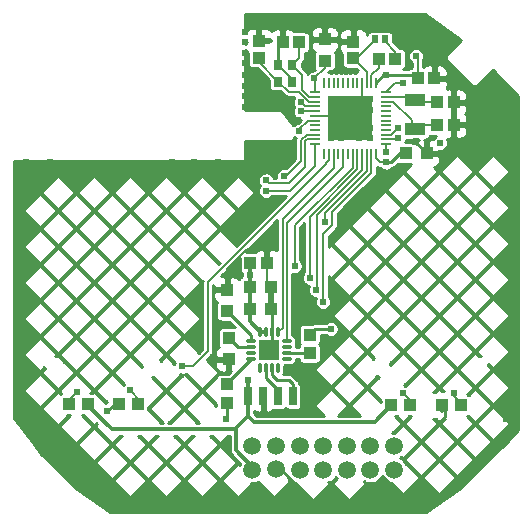
<source format=gbl>
G04 #@! TF.GenerationSoftware,KiCad,Pcbnew,5.1.5-52549c5~84~ubuntu18.04.1*
G04 #@! TF.CreationDate,2020-02-21T12:38:08+02:00*
G04 #@! TF.ProjectId,Touch_Switch_2ch,546f7563-685f-4537-9769-7463685f3263,rev?*
G04 #@! TF.SameCoordinates,Original*
G04 #@! TF.FileFunction,Copper,L2,Bot*
G04 #@! TF.FilePolarity,Positive*
%FSLAX46Y46*%
G04 Gerber Fmt 4.6, Leading zero omitted, Abs format (unit mm)*
G04 Created by KiCad (PCBNEW 5.1.5-52549c5~84~ubuntu18.04.1) date 2020-02-21 12:38:08*
%MOMM*%
%LPD*%
G04 APERTURE LIST*
%ADD10R,1.100000X1.000000*%
%ADD11R,1.000000X1.100000*%
%ADD12R,0.635000X1.524000*%
%ADD13O,0.850000X0.280000*%
%ADD14O,0.280000X0.850000*%
%ADD15R,1.700000X1.700000*%
%ADD16R,3.800000X3.800000*%
%ADD17O,0.220000X1.000000*%
%ADD18O,1.000000X0.220000*%
%ADD19R,0.600000X0.650000*%
%ADD20R,1.800000X1.000000*%
%ADD21C,1.500000*%
%ADD22R,0.800000X0.900000*%
%ADD23C,0.610000*%
%ADD24C,0.152000*%
%ADD25C,0.254000*%
%ADD26C,0.250000*%
%ADD27C,0.203000*%
%ADD28C,0.305000*%
G04 APERTURE END LIST*
D10*
X89789000Y-56758000D03*
X89789000Y-58558000D03*
D11*
X93483000Y-56515000D03*
X91683000Y-56515000D03*
D12*
X95377000Y-65786000D03*
X94107000Y-65786000D03*
X92837000Y-65786000D03*
X91567000Y-65786000D03*
D13*
X91845000Y-62599000D03*
X91845000Y-62099000D03*
X91845000Y-61599000D03*
X91845000Y-61099000D03*
D14*
X92595000Y-60349000D03*
X93095000Y-60349000D03*
X93595000Y-60349000D03*
X94095000Y-60349000D03*
D13*
X94845000Y-61099000D03*
X94845000Y-61599000D03*
X94845000Y-62099000D03*
X94845000Y-62599000D03*
D14*
X94095000Y-63349000D03*
X93595000Y-63349000D03*
X93095000Y-63349000D03*
X92595000Y-63349000D03*
D15*
X93345000Y-61849000D03*
D10*
X89916000Y-60822000D03*
X89916000Y-62622000D03*
D11*
X93483000Y-58420000D03*
X91683000Y-58420000D03*
X93156000Y-54483000D03*
X91756000Y-54483000D03*
X80633000Y-66421000D03*
X82233000Y-66421000D03*
D10*
X89789000Y-64732000D03*
X89789000Y-66332000D03*
D11*
X78012000Y-66421000D03*
X76412000Y-66421000D03*
X103681000Y-66548000D03*
X105281000Y-66548000D03*
X107989000Y-66548000D03*
X109589000Y-66548000D03*
D10*
X96774000Y-62141000D03*
X96774000Y-60541000D03*
D16*
X100205000Y-42227000D03*
D17*
X102404000Y-45228000D03*
X102006000Y-45228000D03*
X101607000Y-45228000D03*
X101205000Y-45228000D03*
X100807000Y-45228000D03*
X100405000Y-45228000D03*
X100007000Y-45228000D03*
X99605000Y-45228000D03*
X99206000Y-45228000D03*
X98805000Y-45228000D03*
X98406000Y-45228000D03*
X98005000Y-45228000D03*
X98005000Y-39228000D03*
X98406000Y-39228000D03*
X98805000Y-39228000D03*
X99206000Y-39228000D03*
X99605000Y-39228000D03*
X100007000Y-39228000D03*
X100405000Y-39228000D03*
X100807000Y-39228000D03*
X101205000Y-39228000D03*
X101607000Y-39228000D03*
X102006000Y-39228000D03*
X102404000Y-39228000D03*
D18*
X97206000Y-40027000D03*
X97206000Y-40428000D03*
X97206000Y-40827000D03*
X97206000Y-41228000D03*
X97206000Y-41627000D03*
X97206000Y-42029000D03*
X97206000Y-42427000D03*
X97206000Y-42829000D03*
X97206000Y-43227000D03*
X97206000Y-43629000D03*
X97206000Y-44028000D03*
X97206000Y-44429000D03*
X103206000Y-44429000D03*
X103206000Y-44028000D03*
X103206000Y-43629000D03*
X103206000Y-43227000D03*
X103206000Y-42829000D03*
X103206000Y-42427000D03*
X103206000Y-42029000D03*
X103206000Y-41627000D03*
X103206000Y-41228000D03*
X103206000Y-40827000D03*
X103206000Y-40428000D03*
X103206000Y-40027000D03*
D10*
X98044000Y-37360000D03*
X98044000Y-35560000D03*
D11*
X106702000Y-45212000D03*
X104902000Y-45212000D03*
X95885000Y-35814000D03*
X94485000Y-35814000D03*
D10*
X92456000Y-37087000D03*
X92456000Y-35687000D03*
D11*
X108966000Y-42799000D03*
X107566000Y-42799000D03*
X108969000Y-40894000D03*
X107569000Y-40894000D03*
X105915000Y-38862000D03*
X107315000Y-38862000D03*
D10*
X100457000Y-37149000D03*
X100457000Y-35749000D03*
D11*
X102616000Y-37211000D03*
X104016000Y-37211000D03*
D19*
X102319000Y-35560000D03*
X103167000Y-35560000D03*
D20*
X105664000Y-40660000D03*
X105664000Y-43160000D03*
D21*
X95918000Y-71992000D03*
X95918000Y-69992000D03*
X97918000Y-71992000D03*
X97918000Y-69992000D03*
X99918000Y-71992000D03*
X99918000Y-69992000D03*
X101918000Y-71992000D03*
X101918000Y-69992000D03*
X103918000Y-71992000D03*
X103918000Y-69992000D03*
X93918000Y-71942000D03*
X93918000Y-69992000D03*
X91918000Y-71992000D03*
X91918000Y-69992000D03*
D22*
X95307000Y-39119000D03*
X95307000Y-37719000D03*
X94107000Y-37719000D03*
X94107000Y-39119000D03*
D23*
X104267000Y-43053000D03*
X104267000Y-43942000D03*
X103251000Y-45085000D03*
X98552000Y-60071000D03*
X81534000Y-65278000D03*
X77089000Y-65405000D03*
X97917000Y-57785000D03*
X89662000Y-67691000D03*
X94615000Y-47117000D03*
X85979000Y-63246000D03*
X92837000Y-61341000D03*
X92837000Y-62357000D03*
X93853000Y-62357000D03*
X93853000Y-61341000D03*
X89789000Y-55626000D03*
X91313000Y-50800000D03*
X79629000Y-67056000D03*
X91694000Y-44450000D03*
X92583000Y-44450000D03*
X93599000Y-44450000D03*
X94488000Y-44450000D03*
X93853000Y-34290000D03*
X94742000Y-34290000D03*
X95758000Y-34290000D03*
X96647000Y-34290000D03*
X97663000Y-34290000D03*
X98552000Y-34290000D03*
X96520000Y-38100000D03*
X96520000Y-37211000D03*
X99441000Y-41529000D03*
X98552000Y-41529000D03*
X98552000Y-40640000D03*
X99441000Y-40640000D03*
X101854000Y-41529000D03*
X100932000Y-41496000D03*
X100965000Y-40640000D03*
X101854000Y-40640000D03*
X99441000Y-43942000D03*
X98552000Y-43942000D03*
X98552000Y-43053000D03*
X99441000Y-43053000D03*
X101854000Y-43942000D03*
X100965000Y-43942000D03*
X100965000Y-43053000D03*
X101854000Y-43053000D03*
X100203000Y-42226000D03*
X91948000Y-34290000D03*
X92837000Y-34290000D03*
X91313000Y-39497000D03*
X91313000Y-38608000D03*
X91313000Y-41275000D03*
X91313000Y-40386000D03*
X92202000Y-41275000D03*
X92202000Y-40386000D03*
X92202000Y-39497000D03*
X95758000Y-42418000D03*
X95377000Y-44450000D03*
X95123000Y-41910000D03*
X91313000Y-34925000D03*
X91313000Y-35814000D03*
X91313000Y-36703000D03*
X91313000Y-37592000D03*
X101346000Y-34290000D03*
X100330000Y-34290000D03*
X99441000Y-34290000D03*
X105029000Y-35306000D03*
X105918000Y-35306000D03*
X106807000Y-35306000D03*
X107696000Y-35306000D03*
X113411000Y-43434000D03*
X106807000Y-37592000D03*
X105791000Y-44196000D03*
X107696000Y-68072000D03*
X72771000Y-67818000D03*
X76073000Y-70612000D03*
X113411000Y-65786000D03*
X113411000Y-67691000D03*
X72771000Y-45974000D03*
X112014000Y-40386000D03*
X93853000Y-74930000D03*
X101854000Y-74930000D03*
X97917000Y-74930000D03*
X74803000Y-45974000D03*
X85090000Y-45974000D03*
X86995000Y-45974000D03*
X89027000Y-45974000D03*
X90170000Y-74930000D03*
X86233000Y-74930000D03*
X82169000Y-74930000D03*
X78740000Y-72771000D03*
X108966000Y-65532000D03*
X98044000Y-51054000D03*
X97282000Y-56769000D03*
X96774000Y-55753000D03*
X95504000Y-54737000D03*
X104648000Y-65532000D03*
X93091000Y-48387000D03*
X93091000Y-47498000D03*
X104648000Y-39243000D03*
X95885000Y-43307000D03*
X96012000Y-41656000D03*
X96012000Y-40894000D03*
X97155000Y-38862000D03*
X103251000Y-38608000D03*
X107823000Y-44323000D03*
X105791000Y-36957000D03*
X103251000Y-45974000D03*
X91567000Y-64389000D03*
X91694000Y-55499000D03*
D24*
X97917000Y-57785000D02*
X97917000Y-52070000D01*
X97917000Y-52070000D02*
X98679000Y-51308000D01*
X98679000Y-51308000D02*
X98679000Y-50165000D01*
X98679000Y-50165000D02*
X102006000Y-46838000D01*
X102006000Y-46838000D02*
X102006000Y-45227000D01*
X77089000Y-65405000D02*
X76211000Y-66283000D01*
X76211000Y-66283000D02*
X76211000Y-66421000D01*
X81534000Y-65278000D02*
X82434000Y-66178000D01*
X82434000Y-66178000D02*
X82434000Y-66421000D01*
X103205000Y-44027000D02*
X104182000Y-44027000D01*
X104182000Y-44027000D02*
X104267000Y-43942000D01*
X103205000Y-43628000D02*
X103692000Y-43628000D01*
X103692000Y-43628000D02*
X104267000Y-43053000D01*
X103205000Y-44430000D02*
X103251000Y-44475000D01*
X103251000Y-44475000D02*
X103251000Y-45085000D01*
X96012000Y-44069000D02*
X96012000Y-44069000D01*
D25*
X91845000Y-61599000D02*
X90693000Y-61599000D01*
X90693000Y-61599000D02*
X89916000Y-60822000D01*
X89662000Y-67691000D02*
X89789000Y-67564000D01*
X89789000Y-67564000D02*
X89789000Y-66332000D01*
X94845000Y-62099000D02*
X94887000Y-62141000D01*
X94887000Y-62141000D02*
X96774000Y-62141000D01*
X96774000Y-60541000D02*
X97244000Y-60071000D01*
X97244000Y-60071000D02*
X98552000Y-60071000D01*
X94107000Y-65786000D02*
X94107000Y-65278000D01*
X94107000Y-65278000D02*
X93096000Y-64257000D01*
X93096000Y-64257000D02*
X93096000Y-63350000D01*
X93595000Y-63349000D02*
X93595000Y-64004000D01*
X93595000Y-64004000D02*
X93980000Y-64389000D01*
X93980000Y-64389000D02*
X94996000Y-64389000D01*
X94996000Y-64389000D02*
X95377000Y-64770000D01*
X95377000Y-64770000D02*
X95377000Y-65786000D01*
D24*
X99605000Y-45227000D02*
X99605000Y-46318000D01*
X99605000Y-46318000D02*
X95250000Y-50673000D01*
X95250000Y-50673000D02*
X94845000Y-51078000D01*
X94845000Y-51078000D02*
X94845000Y-61099000D01*
D25*
X89789000Y-58558000D02*
X91845000Y-60614000D01*
X91845000Y-60614000D02*
X91845000Y-61099000D01*
D24*
X97206000Y-43627000D02*
X96578000Y-43627000D01*
X94742000Y-47117000D02*
X94615000Y-47117000D01*
X96012000Y-45847000D02*
X94742000Y-47117000D01*
X96578000Y-43627000D02*
X96012000Y-44069000D01*
X96012000Y-44069000D02*
X96012000Y-45847000D01*
X94488000Y-50729610D02*
X98806000Y-46411610D01*
X98806000Y-46411610D02*
X98806000Y-45227000D01*
X94488000Y-59957000D02*
X94488000Y-50729610D01*
X94094000Y-60348000D02*
X94488000Y-59957000D01*
X98405000Y-45619584D02*
X98405000Y-45227000D01*
X98391010Y-45777890D02*
X98391010Y-45633574D01*
X88138000Y-61976000D02*
X88138000Y-56134000D01*
X86868000Y-63246000D02*
X88138000Y-61976000D01*
X98164890Y-46004010D02*
X98391010Y-45777890D01*
X85979000Y-63246000D02*
X86868000Y-63246000D01*
X88138000Y-56134000D02*
X98164890Y-46107110D01*
X98391010Y-45633574D02*
X98405000Y-45619584D01*
X98164890Y-46107110D02*
X98164890Y-46004010D01*
X97203000Y-42027000D02*
X100015000Y-42037000D01*
X100015000Y-42037000D02*
X100203000Y-42225000D01*
X100932000Y-41496000D02*
X100203000Y-42226000D01*
X101204000Y-39227000D02*
X101204000Y-41225000D01*
X101204000Y-41225000D02*
X100932000Y-41496000D01*
X108969000Y-40894000D02*
X108628000Y-40894000D01*
X107315000Y-38862000D02*
X107655000Y-38862000D01*
X94211000Y-37719000D02*
X94315000Y-37719000D01*
X94211000Y-37719000D02*
X94107000Y-37719000D01*
X94107000Y-37719000D02*
X95307000Y-38919000D01*
X95307000Y-38919000D02*
X95307000Y-39119000D01*
X93156000Y-56188000D02*
X93483000Y-56515000D01*
X93156000Y-54483000D02*
X93156000Y-56188000D01*
D26*
X93595000Y-58532000D02*
X93483000Y-58420000D01*
X93595000Y-60349000D02*
X93595000Y-58532000D01*
X93918000Y-74865000D02*
X93853000Y-74930000D01*
X105791000Y-44301000D02*
X106702000Y-45212000D01*
X105791000Y-44196000D02*
X105791000Y-44301000D01*
X94107000Y-36192000D02*
X94485000Y-35814000D01*
X94107000Y-37719000D02*
X94107000Y-36192000D01*
D24*
X93156000Y-53781000D02*
X93156000Y-54483000D01*
X91429818Y-53340000D02*
X92715000Y-53340000D01*
X89789000Y-54980818D02*
X91429818Y-53340000D01*
X92715000Y-53340000D02*
X93156000Y-53781000D01*
D26*
X108204000Y-66763000D02*
X107989000Y-66548000D01*
X107696000Y-68072000D02*
X108204000Y-67564000D01*
X108204000Y-67564000D02*
X108204000Y-66763000D01*
X80264000Y-66421000D02*
X79629000Y-67056000D01*
X80633000Y-66421000D02*
X80264000Y-66421000D01*
X94157999Y-74625001D02*
X93853000Y-74930000D01*
X94996000Y-73787000D02*
X94157999Y-74625001D01*
X94996000Y-72644000D02*
X94996000Y-73787000D01*
X93918000Y-71942000D02*
X94294000Y-71942000D01*
X94294000Y-71942000D02*
X94996000Y-72644000D01*
D24*
X89789000Y-56758000D02*
X89789000Y-55499000D01*
X89789000Y-55499000D02*
X89789000Y-54980818D01*
D26*
X93595000Y-61083000D02*
X93853000Y-61341000D01*
X93595000Y-60349000D02*
X93595000Y-61083000D01*
D24*
X104016000Y-37211000D02*
X104016000Y-36579000D01*
X104016000Y-36579000D02*
X103167000Y-35730000D01*
X103167000Y-35730000D02*
X103167000Y-35560000D01*
X109788000Y-66548000D02*
X108966000Y-65726000D01*
X108966000Y-65726000D02*
X108966000Y-65532000D01*
X101606000Y-45227000D02*
X101606000Y-46730000D01*
X101606000Y-46730000D02*
X98044000Y-50292000D01*
X98044000Y-50292000D02*
X98044000Y-51054000D01*
X101204000Y-45227000D02*
X101204000Y-46624000D01*
X101204000Y-46624000D02*
X97409000Y-50419000D01*
X97409000Y-50419000D02*
X97409000Y-56769000D01*
X97409000Y-56769000D02*
X97282000Y-56769000D01*
X100808000Y-45227000D02*
X100808000Y-46515000D01*
X100808000Y-46515000D02*
X96774000Y-50549000D01*
X96774000Y-50549000D02*
X96774000Y-55753000D01*
X100404000Y-45227000D02*
X100404000Y-46408000D01*
X100404000Y-46408000D02*
X95504000Y-51308000D01*
X95504000Y-51308000D02*
X95504000Y-54737000D01*
X104648000Y-65532000D02*
X105481000Y-66365000D01*
X105481000Y-66365000D02*
X105481000Y-66548000D01*
X97196000Y-46314000D02*
X97196000Y-44430000D01*
X95123000Y-48387000D02*
X97196000Y-46314000D01*
X93091000Y-48387000D02*
X95123000Y-48387000D01*
X93091000Y-47498000D02*
X93345000Y-47752000D01*
X94996000Y-47752000D02*
X96393000Y-46355000D01*
X93345000Y-47752000D02*
X94996000Y-47752000D01*
X96393000Y-46355000D02*
X96393000Y-44196000D01*
X96393000Y-44196000D02*
X96561000Y-44028000D01*
X96561000Y-44028000D02*
X97196000Y-44028000D01*
X103205000Y-40028000D02*
X103990000Y-39243000D01*
X103990000Y-39243000D02*
X104648000Y-39243000D01*
X97203000Y-42426000D02*
X96639000Y-42426000D01*
X96639000Y-42426000D02*
X95885000Y-43180000D01*
X95885000Y-43180000D02*
X95885000Y-43307000D01*
X97204000Y-41627000D02*
X97175000Y-41656000D01*
X97175000Y-41656000D02*
X96012000Y-41656000D01*
X96012000Y-40894000D02*
X96346000Y-41228000D01*
X96346000Y-41228000D02*
X97204000Y-41228000D01*
X101606000Y-39228000D02*
X101606000Y-38298000D01*
X101606000Y-38298000D02*
X100457000Y-37149000D01*
X100457000Y-37150000D02*
X100772000Y-37150000D01*
X100772000Y-37150000D02*
X102319000Y-35603000D01*
X102319000Y-35603000D02*
X102319000Y-35560000D01*
X102616000Y-37943000D02*
X102004000Y-38552000D01*
X102004000Y-38552000D02*
X102004000Y-39218000D01*
X102616000Y-37211000D02*
X102616000Y-37943000D01*
D25*
X91845000Y-62599000D02*
X89789000Y-64655000D01*
X89789000Y-64655000D02*
X89789000Y-64732000D01*
X104902000Y-45212000D02*
X104394000Y-45212000D01*
X104394000Y-45212000D02*
X103632000Y-45974000D01*
X103632000Y-45974000D02*
X103251000Y-45974000D01*
D27*
X103251000Y-45974000D02*
X102743000Y-45974000D01*
X102743000Y-45974000D02*
X102405000Y-45636000D01*
X102405000Y-45636000D02*
X102405000Y-45227000D01*
D28*
X91918000Y-71991000D02*
X91918000Y-71725000D01*
D24*
X105791000Y-36957000D02*
X105915000Y-37081000D01*
X105915000Y-37081000D02*
X105915000Y-38862000D01*
D25*
X102403000Y-39227000D02*
X103022000Y-38608000D01*
X103022000Y-38608000D02*
X103251000Y-38608000D01*
D24*
X97155000Y-38862000D02*
X97204000Y-38911000D01*
X97204000Y-38911000D02*
X97204000Y-40026000D01*
X97155000Y-38862000D02*
X98044000Y-37973000D01*
X98044000Y-37973000D02*
X98044000Y-37360000D01*
D25*
X103251000Y-38608000D02*
X105661000Y-38608000D01*
X105661000Y-38608000D02*
X105915000Y-38862000D01*
D28*
X92595000Y-60349000D02*
X93095000Y-60349000D01*
X91567000Y-67437000D02*
X91567000Y-65786000D01*
X91567000Y-65948000D02*
X91567000Y-64389000D01*
X91756000Y-54483000D02*
X91683000Y-54556000D01*
X91683000Y-54556000D02*
X91683000Y-56515000D01*
X91683000Y-56515000D02*
X91683000Y-58420000D01*
X92595000Y-60349000D02*
X91683000Y-59437000D01*
X91683000Y-59437000D02*
X91683000Y-58420000D01*
X92075000Y-67945000D02*
X91567000Y-67437000D01*
X103681000Y-66548000D02*
X102284000Y-67945000D01*
X102284000Y-67945000D02*
X92075000Y-67945000D01*
X91918000Y-71725000D02*
X90551000Y-70358000D01*
X90551000Y-70358000D02*
X90551000Y-68453000D01*
X90551000Y-68453000D02*
X91567000Y-67437000D01*
X79999000Y-68569000D02*
X90551000Y-68569000D01*
X78012000Y-66421000D02*
X78012000Y-66582000D01*
X78012000Y-66582000D02*
X79999000Y-68569000D01*
D24*
X92456000Y-37087000D02*
X92456000Y-37468000D01*
X92456000Y-37468000D02*
X94107000Y-39119000D01*
X94107000Y-39119000D02*
X94993000Y-40005000D01*
X94993000Y-40005000D02*
X95885000Y-40005000D01*
X95885000Y-40005000D02*
X96705000Y-40825000D01*
X96705000Y-40825000D02*
X97203000Y-40825000D01*
X95307000Y-37719000D02*
X95885000Y-37141000D01*
X95885000Y-37141000D02*
X95885000Y-35814000D01*
X97203000Y-40427000D02*
X96688000Y-40427000D01*
X96688000Y-40427000D02*
X96139000Y-39878000D01*
X96139000Y-39878000D02*
X96139000Y-38552000D01*
X96139000Y-38552000D02*
X95306000Y-37719000D01*
X105410000Y-40660000D02*
X105644000Y-40894000D01*
X105644000Y-40894000D02*
X107569000Y-40894000D01*
X103206000Y-40428000D02*
X105178000Y-40428000D01*
X105178000Y-40428000D02*
X105410000Y-40660000D01*
X105410000Y-43160000D02*
X105771000Y-42799000D01*
X105771000Y-42799000D02*
X107566000Y-42799000D01*
X103205000Y-40828000D02*
X103817000Y-40828000D01*
X103817000Y-40828000D02*
X105410000Y-42418000D01*
X105410000Y-42418000D02*
X105410000Y-43160000D01*
D25*
G36*
X109582537Y-35622042D02*
G01*
X108497427Y-36707153D01*
X108478053Y-36723053D01*
X108462153Y-36742427D01*
X108462150Y-36742430D01*
X108436467Y-36773725D01*
X108414571Y-36800405D01*
X108367400Y-36888657D01*
X108338352Y-36984416D01*
X108328543Y-37084000D01*
X108338352Y-37183584D01*
X108367400Y-37279343D01*
X108414571Y-37367595D01*
X108457596Y-37420020D01*
X108478053Y-37444947D01*
X108497427Y-37460847D01*
X110367153Y-39330573D01*
X110383053Y-39349947D01*
X110402427Y-39365847D01*
X110402430Y-39365850D01*
X110460405Y-39413429D01*
X110548656Y-39460600D01*
X110644415Y-39489648D01*
X110744000Y-39499457D01*
X110843584Y-39489648D01*
X110939344Y-39460600D01*
X111027595Y-39413429D01*
X111046822Y-39397650D01*
X111085570Y-39365850D01*
X111085573Y-39365847D01*
X111104947Y-39349947D01*
X111120847Y-39330573D01*
X112268000Y-38183420D01*
X114427000Y-40342420D01*
X114427001Y-68623578D01*
X113450430Y-69600150D01*
X109400773Y-73649807D01*
X106647685Y-75565000D01*
X79909810Y-75565000D01*
X77031646Y-73646225D01*
X76283421Y-72898000D01*
X80137000Y-72898000D01*
X80137466Y-72902729D01*
X80139440Y-72922776D01*
X80146667Y-72946601D01*
X80158403Y-72968557D01*
X80174197Y-72987803D01*
X81444197Y-74257803D01*
X81463219Y-74273447D01*
X81485150Y-74285229D01*
X81508959Y-74292507D01*
X81533730Y-74295000D01*
X81558512Y-74292612D01*
X81582352Y-74285436D01*
X81604333Y-74273746D01*
X81623612Y-74257993D01*
X82893612Y-72993372D01*
X82908320Y-72975811D01*
X82920446Y-72954067D01*
X82928097Y-72930376D01*
X82930980Y-72905647D01*
X82930365Y-72898000D01*
X83185000Y-72898000D01*
X83185466Y-72902729D01*
X83187440Y-72922776D01*
X83194667Y-72946601D01*
X83206403Y-72968557D01*
X83222197Y-72987803D01*
X84492197Y-74257803D01*
X84511219Y-74273447D01*
X84533150Y-74285229D01*
X84556959Y-74292507D01*
X84581730Y-74295000D01*
X84606512Y-74292612D01*
X84630352Y-74285436D01*
X84652333Y-74273746D01*
X84671612Y-74257993D01*
X85941612Y-72993372D01*
X85956320Y-72975811D01*
X85968446Y-72954067D01*
X85976097Y-72930376D01*
X85978980Y-72905647D01*
X85978365Y-72898000D01*
X86233000Y-72898000D01*
X86233466Y-72902729D01*
X86235440Y-72922776D01*
X86242667Y-72946601D01*
X86254403Y-72968557D01*
X86270197Y-72987803D01*
X87540197Y-74257803D01*
X87559219Y-74273447D01*
X87581150Y-74285229D01*
X87604959Y-74292507D01*
X87629730Y-74295000D01*
X87654512Y-74292612D01*
X87678352Y-74285436D01*
X87700333Y-74273746D01*
X87719612Y-74257993D01*
X88989612Y-72993372D01*
X89004320Y-72975811D01*
X89016446Y-72954067D01*
X89024097Y-72930376D01*
X89026980Y-72905647D01*
X89024982Y-72880831D01*
X89018182Y-72856881D01*
X89006840Y-72834719D01*
X88991392Y-72815194D01*
X87760771Y-71539815D01*
X87741540Y-71523493D01*
X87719765Y-71511423D01*
X87696054Y-71503833D01*
X87671318Y-71501015D01*
X87646507Y-71503077D01*
X87622575Y-71509939D01*
X87600442Y-71521339D01*
X87580958Y-71536837D01*
X86271579Y-72806837D01*
X86254403Y-72827443D01*
X86242667Y-72849399D01*
X86235440Y-72873224D01*
X86233000Y-72898000D01*
X85978365Y-72898000D01*
X85976982Y-72880831D01*
X85970182Y-72856881D01*
X85958840Y-72834719D01*
X85943392Y-72815194D01*
X84712771Y-71539815D01*
X84693540Y-71523493D01*
X84671765Y-71511423D01*
X84648054Y-71503833D01*
X84623318Y-71501015D01*
X84598507Y-71503077D01*
X84574575Y-71509939D01*
X84552442Y-71521339D01*
X84532958Y-71536837D01*
X83223579Y-72806837D01*
X83206403Y-72827443D01*
X83194667Y-72849399D01*
X83187440Y-72873224D01*
X83185000Y-72898000D01*
X82930365Y-72898000D01*
X82928982Y-72880831D01*
X82922182Y-72856881D01*
X82910840Y-72834719D01*
X82895392Y-72815194D01*
X81664771Y-71539815D01*
X81645540Y-71523493D01*
X81623765Y-71511423D01*
X81600054Y-71503833D01*
X81575318Y-71501015D01*
X81550507Y-71503077D01*
X81526575Y-71509939D01*
X81504442Y-71521339D01*
X81484958Y-71536837D01*
X80175579Y-72806837D01*
X80158403Y-72827443D01*
X80146667Y-72849399D01*
X80139440Y-72873224D01*
X80137000Y-72898000D01*
X76283421Y-72898000D01*
X74759421Y-71374000D01*
X78613000Y-71374000D01*
X78613466Y-71378729D01*
X78615440Y-71398776D01*
X78622667Y-71422601D01*
X78634403Y-71444557D01*
X78650197Y-71463803D01*
X79920197Y-72733803D01*
X79939219Y-72749447D01*
X79961150Y-72761229D01*
X79984959Y-72768507D01*
X80009730Y-72771000D01*
X80034512Y-72768612D01*
X80058352Y-72761436D01*
X80080333Y-72749746D01*
X80099612Y-72733993D01*
X81369612Y-71469372D01*
X81384320Y-71451811D01*
X81396446Y-71430067D01*
X81404097Y-71406376D01*
X81406980Y-71381647D01*
X81406365Y-71374000D01*
X81661000Y-71374000D01*
X81661466Y-71378729D01*
X81663440Y-71398776D01*
X81670667Y-71422601D01*
X81682403Y-71444557D01*
X81698197Y-71463803D01*
X82968197Y-72733803D01*
X82987219Y-72749447D01*
X83009150Y-72761229D01*
X83032959Y-72768507D01*
X83057730Y-72771000D01*
X83082512Y-72768612D01*
X83106352Y-72761436D01*
X83128333Y-72749746D01*
X83147612Y-72733993D01*
X84417612Y-71469372D01*
X84432320Y-71451811D01*
X84444446Y-71430067D01*
X84452097Y-71406376D01*
X84454980Y-71381647D01*
X84454365Y-71374000D01*
X84709000Y-71374000D01*
X84709466Y-71378729D01*
X84711440Y-71398776D01*
X84718667Y-71422601D01*
X84730403Y-71444557D01*
X84746197Y-71463803D01*
X86016197Y-72733803D01*
X86035219Y-72749447D01*
X86057150Y-72761229D01*
X86080959Y-72768507D01*
X86105730Y-72771000D01*
X86130512Y-72768612D01*
X86154352Y-72761436D01*
X86176333Y-72749746D01*
X86195612Y-72733993D01*
X87465612Y-71469372D01*
X87480320Y-71451811D01*
X87492446Y-71430067D01*
X87500097Y-71406376D01*
X87502980Y-71381647D01*
X87502365Y-71374000D01*
X87757000Y-71374000D01*
X87757466Y-71378729D01*
X87759440Y-71398776D01*
X87766667Y-71422601D01*
X87778403Y-71444557D01*
X87794197Y-71463803D01*
X89064197Y-72733803D01*
X89083219Y-72749447D01*
X89105150Y-72761229D01*
X89128959Y-72768507D01*
X89153730Y-72771000D01*
X89178512Y-72768612D01*
X89202352Y-72761436D01*
X89224333Y-72749746D01*
X89243612Y-72733993D01*
X90513612Y-71469372D01*
X90528320Y-71451811D01*
X90540446Y-71430067D01*
X90548097Y-71406376D01*
X90550980Y-71381647D01*
X90548982Y-71356831D01*
X90542182Y-71332881D01*
X90530840Y-71310719D01*
X90515392Y-71291194D01*
X89284771Y-70015815D01*
X89265540Y-69999493D01*
X89243765Y-69987423D01*
X89220054Y-69979833D01*
X89195318Y-69977015D01*
X89170507Y-69979077D01*
X89146575Y-69985939D01*
X89124442Y-69997339D01*
X89104958Y-70012837D01*
X87795579Y-71282837D01*
X87778403Y-71303443D01*
X87766667Y-71325399D01*
X87759440Y-71349224D01*
X87757000Y-71374000D01*
X87502365Y-71374000D01*
X87500982Y-71356831D01*
X87494182Y-71332881D01*
X87482840Y-71310719D01*
X87467392Y-71291194D01*
X86236771Y-70015815D01*
X86217540Y-69999493D01*
X86195765Y-69987423D01*
X86172054Y-69979833D01*
X86147318Y-69977015D01*
X86122507Y-69979077D01*
X86098575Y-69985939D01*
X86076442Y-69997339D01*
X86056958Y-70012837D01*
X84747579Y-71282837D01*
X84730403Y-71303443D01*
X84718667Y-71325399D01*
X84711440Y-71349224D01*
X84709000Y-71374000D01*
X84454365Y-71374000D01*
X84452982Y-71356831D01*
X84446182Y-71332881D01*
X84434840Y-71310719D01*
X84419392Y-71291194D01*
X83188771Y-70015815D01*
X83169540Y-69999493D01*
X83147765Y-69987423D01*
X83124054Y-69979833D01*
X83099318Y-69977015D01*
X83074507Y-69979077D01*
X83050575Y-69985939D01*
X83028442Y-69997339D01*
X83008958Y-70012837D01*
X81699579Y-71282837D01*
X81682403Y-71303443D01*
X81670667Y-71325399D01*
X81663440Y-71349224D01*
X81661000Y-71374000D01*
X81406365Y-71374000D01*
X81404982Y-71356831D01*
X81398182Y-71332881D01*
X81386840Y-71310719D01*
X81371392Y-71291194D01*
X80140771Y-70015815D01*
X80121540Y-69999493D01*
X80099765Y-69987423D01*
X80076054Y-69979833D01*
X80051318Y-69977015D01*
X80026507Y-69979077D01*
X80002575Y-69985939D01*
X79980442Y-69997339D01*
X79960958Y-70012837D01*
X78651579Y-71282837D01*
X78634403Y-71303443D01*
X78622667Y-71325399D01*
X78615440Y-71349224D01*
X78613000Y-71374000D01*
X74759421Y-71374000D01*
X74043591Y-70658171D01*
X73429381Y-69850000D01*
X77089000Y-69850000D01*
X77089466Y-69854729D01*
X77091440Y-69874776D01*
X77098667Y-69898601D01*
X77110403Y-69920557D01*
X77126197Y-69939803D01*
X78396197Y-71209803D01*
X78415219Y-71225447D01*
X78437150Y-71237229D01*
X78460959Y-71244507D01*
X78485730Y-71247000D01*
X78510512Y-71244612D01*
X78534352Y-71237436D01*
X78556333Y-71225746D01*
X78575612Y-71209993D01*
X79845612Y-69945372D01*
X79860320Y-69927811D01*
X79872446Y-69906067D01*
X79880097Y-69882376D01*
X79882980Y-69857647D01*
X79880982Y-69832831D01*
X79874182Y-69808881D01*
X79862840Y-69786719D01*
X79847392Y-69767194D01*
X78616771Y-68491815D01*
X78597540Y-68475493D01*
X78575765Y-68463423D01*
X78552054Y-68455833D01*
X78527318Y-68453015D01*
X78502507Y-68455077D01*
X78478575Y-68461939D01*
X78456442Y-68473339D01*
X78436958Y-68488837D01*
X77127579Y-69758837D01*
X77110403Y-69779443D01*
X77098667Y-69801399D01*
X77091440Y-69825224D01*
X77089000Y-69850000D01*
X73429381Y-69850000D01*
X71755000Y-67646868D01*
X71755000Y-65278000D01*
X72517000Y-65278000D01*
X72517466Y-65282729D01*
X72519440Y-65302776D01*
X72526667Y-65326601D01*
X72538403Y-65348557D01*
X72554197Y-65367803D01*
X73824197Y-66637803D01*
X73843219Y-66653447D01*
X73865150Y-66665229D01*
X73888959Y-66672507D01*
X73913730Y-66675000D01*
X73938512Y-66672612D01*
X73962352Y-66665436D01*
X73984333Y-66653746D01*
X74003612Y-66637993D01*
X75273612Y-65373372D01*
X75288320Y-65355811D01*
X75300446Y-65334067D01*
X75308097Y-65310376D01*
X75310980Y-65285647D01*
X75308982Y-65260831D01*
X75302182Y-65236881D01*
X75290840Y-65214719D01*
X75275392Y-65195194D01*
X74044771Y-63919815D01*
X74025540Y-63903493D01*
X74003765Y-63891423D01*
X73980054Y-63883833D01*
X73955318Y-63881015D01*
X73930507Y-63883077D01*
X73906575Y-63889939D01*
X73884442Y-63901339D01*
X73864958Y-63916837D01*
X72555579Y-65186837D01*
X72538403Y-65207443D01*
X72526667Y-65229399D01*
X72519440Y-65253224D01*
X72517000Y-65278000D01*
X71755000Y-65278000D01*
X71755000Y-62230000D01*
X72517000Y-62230000D01*
X72517466Y-62234729D01*
X72519440Y-62254776D01*
X72526667Y-62278601D01*
X72538403Y-62300557D01*
X72554197Y-62319803D01*
X73824197Y-63589803D01*
X73843219Y-63605447D01*
X73865150Y-63617229D01*
X73888959Y-63624507D01*
X73913730Y-63627000D01*
X73938512Y-63624612D01*
X73962352Y-63617436D01*
X73984333Y-63605746D01*
X74003612Y-63589993D01*
X74303000Y-63291873D01*
X74303000Y-63332771D01*
X74321903Y-63427801D01*
X74079579Y-63662837D01*
X74062403Y-63683443D01*
X74050667Y-63705399D01*
X74043440Y-63729224D01*
X74041000Y-63754000D01*
X74041466Y-63758729D01*
X74043440Y-63778776D01*
X74050667Y-63802601D01*
X74062403Y-63824557D01*
X74078197Y-63843803D01*
X75348197Y-65113803D01*
X75367219Y-65129447D01*
X75389150Y-65141229D01*
X75412959Y-65148507D01*
X75437730Y-65151000D01*
X75462512Y-65148612D01*
X75486352Y-65141436D01*
X75508333Y-65129746D01*
X75527612Y-65113993D01*
X76797612Y-63849372D01*
X76812320Y-63831811D01*
X76824446Y-63810067D01*
X76832097Y-63786376D01*
X76834980Y-63761647D01*
X76834365Y-63754000D01*
X77089000Y-63754000D01*
X77089466Y-63758729D01*
X77091440Y-63778776D01*
X77098667Y-63802601D01*
X77110403Y-63824557D01*
X77126197Y-63843803D01*
X78396197Y-65113803D01*
X78415219Y-65129447D01*
X78437150Y-65141229D01*
X78460959Y-65148507D01*
X78485730Y-65151000D01*
X78510512Y-65148612D01*
X78534352Y-65141436D01*
X78556333Y-65129746D01*
X78575612Y-65113993D01*
X79845612Y-63849372D01*
X79860320Y-63831811D01*
X79872446Y-63810067D01*
X79880097Y-63786376D01*
X79882980Y-63761647D01*
X79880982Y-63736831D01*
X79874182Y-63712881D01*
X79862840Y-63690719D01*
X79847392Y-63671194D01*
X78616771Y-62395815D01*
X78597540Y-62379493D01*
X78575765Y-62367423D01*
X78552054Y-62359833D01*
X78527318Y-62357015D01*
X78502507Y-62359077D01*
X78478575Y-62365939D01*
X78456442Y-62377339D01*
X78436958Y-62392837D01*
X77127579Y-63662837D01*
X77110403Y-63683443D01*
X77098667Y-63705399D01*
X77091440Y-63729224D01*
X77089000Y-63754000D01*
X76834365Y-63754000D01*
X76832982Y-63736831D01*
X76826182Y-63712881D01*
X76814840Y-63690719D01*
X76799392Y-63671194D01*
X75915818Y-62755484D01*
X75868318Y-62684395D01*
X75745605Y-62561682D01*
X75698352Y-62530109D01*
X75568771Y-62395815D01*
X75549540Y-62379493D01*
X75527765Y-62367423D01*
X75504054Y-62359833D01*
X75479318Y-62357015D01*
X75454507Y-62359077D01*
X75430575Y-62365939D01*
X75408442Y-62377339D01*
X75393311Y-62389375D01*
X75270771Y-62365000D01*
X75233815Y-62365000D01*
X75273612Y-62325372D01*
X75288320Y-62307811D01*
X75300446Y-62286067D01*
X75308097Y-62262376D01*
X75310980Y-62237647D01*
X75310365Y-62230000D01*
X75565000Y-62230000D01*
X75565466Y-62234729D01*
X75567440Y-62254776D01*
X75574667Y-62278601D01*
X75586403Y-62300557D01*
X75602197Y-62319803D01*
X76872197Y-63589803D01*
X76891219Y-63605447D01*
X76913150Y-63617229D01*
X76936959Y-63624507D01*
X76961730Y-63627000D01*
X76986512Y-63624612D01*
X77010352Y-63617436D01*
X77032333Y-63605746D01*
X77051612Y-63589993D01*
X78321612Y-62325372D01*
X78336320Y-62307811D01*
X78348446Y-62286067D01*
X78356097Y-62262376D01*
X78358980Y-62237647D01*
X78358365Y-62230000D01*
X78613000Y-62230000D01*
X78613466Y-62234729D01*
X78615440Y-62254776D01*
X78622667Y-62278601D01*
X78634403Y-62300557D01*
X78650197Y-62319803D01*
X79920197Y-63589803D01*
X79939219Y-63605447D01*
X79961150Y-63617229D01*
X79984959Y-63624507D01*
X80009730Y-63627000D01*
X80034512Y-63624612D01*
X80058352Y-63617436D01*
X80080333Y-63605746D01*
X80099612Y-63589993D01*
X81369612Y-62325372D01*
X81384320Y-62307811D01*
X81396446Y-62286067D01*
X81404097Y-62262376D01*
X81406980Y-62237647D01*
X81404982Y-62212831D01*
X81398182Y-62188881D01*
X81386840Y-62166719D01*
X81371392Y-62147194D01*
X80140771Y-60871815D01*
X80121540Y-60855493D01*
X80099765Y-60843423D01*
X80076054Y-60835833D01*
X80051318Y-60833015D01*
X80026507Y-60835077D01*
X80002575Y-60841939D01*
X79980442Y-60853339D01*
X79960958Y-60868837D01*
X78651579Y-62138837D01*
X78634403Y-62159443D01*
X78622667Y-62181399D01*
X78615440Y-62205224D01*
X78613000Y-62230000D01*
X78358365Y-62230000D01*
X78356982Y-62212831D01*
X78350182Y-62188881D01*
X78338840Y-62166719D01*
X78323392Y-62147194D01*
X77092771Y-60871815D01*
X77073540Y-60855493D01*
X77051765Y-60843423D01*
X77028054Y-60835833D01*
X77003318Y-60833015D01*
X76978507Y-60835077D01*
X76954575Y-60841939D01*
X76932442Y-60853339D01*
X76912958Y-60868837D01*
X75603579Y-62138837D01*
X75586403Y-62159443D01*
X75574667Y-62181399D01*
X75567440Y-62205224D01*
X75565000Y-62230000D01*
X75310365Y-62230000D01*
X75308982Y-62212831D01*
X75302182Y-62188881D01*
X75290840Y-62166719D01*
X75275392Y-62147194D01*
X74044771Y-60871815D01*
X74025540Y-60855493D01*
X74003765Y-60843423D01*
X73980054Y-60835833D01*
X73955318Y-60833015D01*
X73930507Y-60835077D01*
X73906575Y-60841939D01*
X73884442Y-60853339D01*
X73864958Y-60868837D01*
X72555579Y-62138837D01*
X72538403Y-62159443D01*
X72526667Y-62181399D01*
X72519440Y-62205224D01*
X72517000Y-62230000D01*
X71755000Y-62230000D01*
X71755000Y-60706000D01*
X74041000Y-60706000D01*
X74041466Y-60710729D01*
X74043440Y-60730776D01*
X74050667Y-60754601D01*
X74062403Y-60776557D01*
X74078197Y-60795803D01*
X75348197Y-62065803D01*
X75367219Y-62081447D01*
X75389150Y-62093229D01*
X75412959Y-62100507D01*
X75437730Y-62103000D01*
X75462512Y-62100612D01*
X75486352Y-62093436D01*
X75508333Y-62081746D01*
X75527612Y-62065993D01*
X76797612Y-60801372D01*
X76812320Y-60783811D01*
X76824446Y-60762067D01*
X76832097Y-60738376D01*
X76834980Y-60713647D01*
X76834365Y-60706000D01*
X77089000Y-60706000D01*
X77089466Y-60710729D01*
X77091440Y-60730776D01*
X77098667Y-60754601D01*
X77110403Y-60776557D01*
X77126197Y-60795803D01*
X78396197Y-62065803D01*
X78415219Y-62081447D01*
X78437150Y-62093229D01*
X78460959Y-62100507D01*
X78485730Y-62103000D01*
X78510512Y-62100612D01*
X78534352Y-62093436D01*
X78556333Y-62081746D01*
X78575612Y-62065993D01*
X79845612Y-60801372D01*
X79860320Y-60783811D01*
X79872446Y-60762067D01*
X79880097Y-60738376D01*
X79882980Y-60713647D01*
X79882365Y-60706000D01*
X80137000Y-60706000D01*
X80137466Y-60710729D01*
X80139440Y-60730776D01*
X80146667Y-60754601D01*
X80158403Y-60776557D01*
X80174197Y-60795803D01*
X81444197Y-62065803D01*
X81463219Y-62081447D01*
X81485150Y-62093229D01*
X81508959Y-62100507D01*
X81533730Y-62103000D01*
X81558512Y-62100612D01*
X81582352Y-62093436D01*
X81604333Y-62081746D01*
X81623612Y-62065993D01*
X82893612Y-60801372D01*
X82908320Y-60783811D01*
X82920446Y-60762067D01*
X82928097Y-60738376D01*
X82930980Y-60713647D01*
X82930365Y-60706000D01*
X83185000Y-60706000D01*
X83185466Y-60710729D01*
X83187440Y-60730776D01*
X83194667Y-60754601D01*
X83206403Y-60776557D01*
X83222197Y-60795803D01*
X84492197Y-62065803D01*
X84511219Y-62081447D01*
X84533150Y-62093229D01*
X84556959Y-62100507D01*
X84581730Y-62103000D01*
X84606512Y-62100612D01*
X84630352Y-62093436D01*
X84652333Y-62081746D01*
X84671612Y-62065993D01*
X85941612Y-60801372D01*
X85956320Y-60783811D01*
X85968446Y-60762067D01*
X85976097Y-60738376D01*
X85978980Y-60713647D01*
X85976982Y-60688831D01*
X85970182Y-60664881D01*
X85958840Y-60642719D01*
X85943392Y-60623194D01*
X84712771Y-59347815D01*
X84693540Y-59331493D01*
X84671765Y-59319423D01*
X84648054Y-59311833D01*
X84623318Y-59309015D01*
X84598507Y-59311077D01*
X84574575Y-59317939D01*
X84552442Y-59329339D01*
X84532958Y-59344837D01*
X83223579Y-60614837D01*
X83206403Y-60635443D01*
X83194667Y-60657399D01*
X83187440Y-60681224D01*
X83185000Y-60706000D01*
X82930365Y-60706000D01*
X82928982Y-60688831D01*
X82922182Y-60664881D01*
X82910840Y-60642719D01*
X82895392Y-60623194D01*
X81664771Y-59347815D01*
X81645540Y-59331493D01*
X81623765Y-59319423D01*
X81600054Y-59311833D01*
X81575318Y-59309015D01*
X81550507Y-59311077D01*
X81526575Y-59317939D01*
X81504442Y-59329339D01*
X81484958Y-59344837D01*
X80175579Y-60614837D01*
X80158403Y-60635443D01*
X80146667Y-60657399D01*
X80139440Y-60681224D01*
X80137000Y-60706000D01*
X79882365Y-60706000D01*
X79880982Y-60688831D01*
X79874182Y-60664881D01*
X79862840Y-60642719D01*
X79847392Y-60623194D01*
X78616771Y-59347815D01*
X78597540Y-59331493D01*
X78575765Y-59319423D01*
X78552054Y-59311833D01*
X78527318Y-59309015D01*
X78502507Y-59311077D01*
X78478575Y-59317939D01*
X78456442Y-59329339D01*
X78436958Y-59344837D01*
X77127579Y-60614837D01*
X77110403Y-60635443D01*
X77098667Y-60657399D01*
X77091440Y-60681224D01*
X77089000Y-60706000D01*
X76834365Y-60706000D01*
X76832982Y-60688831D01*
X76826182Y-60664881D01*
X76814840Y-60642719D01*
X76799392Y-60623194D01*
X75568771Y-59347815D01*
X75549540Y-59331493D01*
X75527765Y-59319423D01*
X75504054Y-59311833D01*
X75479318Y-59309015D01*
X75454507Y-59311077D01*
X75430575Y-59317939D01*
X75408442Y-59329339D01*
X75388958Y-59344837D01*
X74079579Y-60614837D01*
X74062403Y-60635443D01*
X74050667Y-60657399D01*
X74043440Y-60681224D01*
X74041000Y-60706000D01*
X71755000Y-60706000D01*
X71755000Y-59182000D01*
X72517000Y-59182000D01*
X72517466Y-59186729D01*
X72519440Y-59206776D01*
X72526667Y-59230601D01*
X72538403Y-59252557D01*
X72554197Y-59271803D01*
X73824197Y-60541803D01*
X73843219Y-60557447D01*
X73865150Y-60569229D01*
X73888959Y-60576507D01*
X73913730Y-60579000D01*
X73938512Y-60576612D01*
X73962352Y-60569436D01*
X73984333Y-60557746D01*
X74003612Y-60541993D01*
X75273612Y-59277372D01*
X75288320Y-59259811D01*
X75300446Y-59238067D01*
X75308097Y-59214376D01*
X75310980Y-59189647D01*
X75310365Y-59182000D01*
X75565000Y-59182000D01*
X75565466Y-59186729D01*
X75567440Y-59206776D01*
X75574667Y-59230601D01*
X75586403Y-59252557D01*
X75602197Y-59271803D01*
X76872197Y-60541803D01*
X76891219Y-60557447D01*
X76913150Y-60569229D01*
X76936959Y-60576507D01*
X76961730Y-60579000D01*
X76986512Y-60576612D01*
X77010352Y-60569436D01*
X77032333Y-60557746D01*
X77051612Y-60541993D01*
X78321612Y-59277372D01*
X78336320Y-59259811D01*
X78348446Y-59238067D01*
X78356097Y-59214376D01*
X78358980Y-59189647D01*
X78358365Y-59182000D01*
X78613000Y-59182000D01*
X78613466Y-59186729D01*
X78615440Y-59206776D01*
X78622667Y-59230601D01*
X78634403Y-59252557D01*
X78650197Y-59271803D01*
X79920197Y-60541803D01*
X79939219Y-60557447D01*
X79961150Y-60569229D01*
X79984959Y-60576507D01*
X80009730Y-60579000D01*
X80034512Y-60576612D01*
X80058352Y-60569436D01*
X80080333Y-60557746D01*
X80099612Y-60541993D01*
X81369612Y-59277372D01*
X81384320Y-59259811D01*
X81396446Y-59238067D01*
X81404097Y-59214376D01*
X81406980Y-59189647D01*
X81406365Y-59182000D01*
X81661000Y-59182000D01*
X81661466Y-59186729D01*
X81663440Y-59206776D01*
X81670667Y-59230601D01*
X81682403Y-59252557D01*
X81698197Y-59271803D01*
X82968197Y-60541803D01*
X82987219Y-60557447D01*
X83009150Y-60569229D01*
X83032959Y-60576507D01*
X83057730Y-60579000D01*
X83082512Y-60576612D01*
X83106352Y-60569436D01*
X83128333Y-60557746D01*
X83147612Y-60541993D01*
X84417612Y-59277372D01*
X84432320Y-59259811D01*
X84444446Y-59238067D01*
X84452097Y-59214376D01*
X84454980Y-59189647D01*
X84454365Y-59182000D01*
X84709000Y-59182000D01*
X84709466Y-59186729D01*
X84711440Y-59206776D01*
X84718667Y-59230601D01*
X84730403Y-59252557D01*
X84746197Y-59271803D01*
X86016197Y-60541803D01*
X86035219Y-60557447D01*
X86057150Y-60569229D01*
X86080959Y-60576507D01*
X86105730Y-60579000D01*
X86130512Y-60576612D01*
X86154352Y-60569436D01*
X86176333Y-60557746D01*
X86195612Y-60541993D01*
X87465612Y-59277372D01*
X87480320Y-59259811D01*
X87492446Y-59238067D01*
X87500097Y-59214376D01*
X87502980Y-59189647D01*
X87500982Y-59164831D01*
X87494182Y-59140881D01*
X87482840Y-59118719D01*
X87467392Y-59099194D01*
X86236771Y-57823815D01*
X86217540Y-57807493D01*
X86195765Y-57795423D01*
X86172054Y-57787833D01*
X86147318Y-57785015D01*
X86122507Y-57787077D01*
X86098575Y-57793939D01*
X86076442Y-57805339D01*
X86056958Y-57820837D01*
X84747579Y-59090837D01*
X84730403Y-59111443D01*
X84718667Y-59133399D01*
X84711440Y-59157224D01*
X84709000Y-59182000D01*
X84454365Y-59182000D01*
X84452982Y-59164831D01*
X84446182Y-59140881D01*
X84434840Y-59118719D01*
X84419392Y-59099194D01*
X83188771Y-57823815D01*
X83169540Y-57807493D01*
X83147765Y-57795423D01*
X83124054Y-57787833D01*
X83099318Y-57785015D01*
X83074507Y-57787077D01*
X83050575Y-57793939D01*
X83028442Y-57805339D01*
X83008958Y-57820837D01*
X81699579Y-59090837D01*
X81682403Y-59111443D01*
X81670667Y-59133399D01*
X81663440Y-59157224D01*
X81661000Y-59182000D01*
X81406365Y-59182000D01*
X81404982Y-59164831D01*
X81398182Y-59140881D01*
X81386840Y-59118719D01*
X81371392Y-59099194D01*
X80140771Y-57823815D01*
X80121540Y-57807493D01*
X80099765Y-57795423D01*
X80076054Y-57787833D01*
X80051318Y-57785015D01*
X80026507Y-57787077D01*
X80002575Y-57793939D01*
X79980442Y-57805339D01*
X79960958Y-57820837D01*
X78651579Y-59090837D01*
X78634403Y-59111443D01*
X78622667Y-59133399D01*
X78615440Y-59157224D01*
X78613000Y-59182000D01*
X78358365Y-59182000D01*
X78356982Y-59164831D01*
X78350182Y-59140881D01*
X78338840Y-59118719D01*
X78323392Y-59099194D01*
X77092771Y-57823815D01*
X77073540Y-57807493D01*
X77051765Y-57795423D01*
X77028054Y-57787833D01*
X77003318Y-57785015D01*
X76978507Y-57787077D01*
X76954575Y-57793939D01*
X76932442Y-57805339D01*
X76912958Y-57820837D01*
X75603579Y-59090837D01*
X75586403Y-59111443D01*
X75574667Y-59133399D01*
X75567440Y-59157224D01*
X75565000Y-59182000D01*
X75310365Y-59182000D01*
X75308982Y-59164831D01*
X75302182Y-59140881D01*
X75290840Y-59118719D01*
X75275392Y-59099194D01*
X74044771Y-57823815D01*
X74025540Y-57807493D01*
X74003765Y-57795423D01*
X73980054Y-57787833D01*
X73955318Y-57785015D01*
X73930507Y-57787077D01*
X73906575Y-57793939D01*
X73884442Y-57805339D01*
X73864958Y-57820837D01*
X72555579Y-59090837D01*
X72538403Y-59111443D01*
X72526667Y-59133399D01*
X72519440Y-59157224D01*
X72517000Y-59182000D01*
X71755000Y-59182000D01*
X71755000Y-57658000D01*
X74041000Y-57658000D01*
X74041466Y-57662729D01*
X74043440Y-57682776D01*
X74050667Y-57706601D01*
X74062403Y-57728557D01*
X74078197Y-57747803D01*
X75348197Y-59017803D01*
X75367219Y-59033447D01*
X75389150Y-59045229D01*
X75412959Y-59052507D01*
X75437730Y-59055000D01*
X75462512Y-59052612D01*
X75486352Y-59045436D01*
X75508333Y-59033746D01*
X75527612Y-59017993D01*
X76797612Y-57753372D01*
X76812320Y-57735811D01*
X76824446Y-57714067D01*
X76832097Y-57690376D01*
X76834980Y-57665647D01*
X76834365Y-57658000D01*
X77089000Y-57658000D01*
X77089466Y-57662729D01*
X77091440Y-57682776D01*
X77098667Y-57706601D01*
X77110403Y-57728557D01*
X77126197Y-57747803D01*
X78396197Y-59017803D01*
X78415219Y-59033447D01*
X78437150Y-59045229D01*
X78460959Y-59052507D01*
X78485730Y-59055000D01*
X78510512Y-59052612D01*
X78534352Y-59045436D01*
X78556333Y-59033746D01*
X78575612Y-59017993D01*
X79845612Y-57753372D01*
X79860320Y-57735811D01*
X79872446Y-57714067D01*
X79880097Y-57690376D01*
X79882980Y-57665647D01*
X79882365Y-57658000D01*
X80137000Y-57658000D01*
X80137466Y-57662729D01*
X80139440Y-57682776D01*
X80146667Y-57706601D01*
X80158403Y-57728557D01*
X80174197Y-57747803D01*
X81444197Y-59017803D01*
X81463219Y-59033447D01*
X81485150Y-59045229D01*
X81508959Y-59052507D01*
X81533730Y-59055000D01*
X81558512Y-59052612D01*
X81582352Y-59045436D01*
X81604333Y-59033746D01*
X81623612Y-59017993D01*
X82893612Y-57753372D01*
X82908320Y-57735811D01*
X82920446Y-57714067D01*
X82928097Y-57690376D01*
X82930980Y-57665647D01*
X82930365Y-57658000D01*
X83185000Y-57658000D01*
X83185466Y-57662729D01*
X83187440Y-57682776D01*
X83194667Y-57706601D01*
X83206403Y-57728557D01*
X83222197Y-57747803D01*
X84492197Y-59017803D01*
X84511219Y-59033447D01*
X84533150Y-59045229D01*
X84556959Y-59052507D01*
X84581730Y-59055000D01*
X84606512Y-59052612D01*
X84630352Y-59045436D01*
X84652333Y-59033746D01*
X84671612Y-59017993D01*
X85941612Y-57753372D01*
X85956320Y-57735811D01*
X85968446Y-57714067D01*
X85976097Y-57690376D01*
X85978980Y-57665647D01*
X85976982Y-57640831D01*
X85970182Y-57616881D01*
X85958840Y-57594719D01*
X85943392Y-57575194D01*
X84712771Y-56299815D01*
X84693540Y-56283493D01*
X84671765Y-56271423D01*
X84648054Y-56263833D01*
X84623318Y-56261015D01*
X84598507Y-56263077D01*
X84574575Y-56269939D01*
X84552442Y-56281339D01*
X84532958Y-56296837D01*
X83223579Y-57566837D01*
X83206403Y-57587443D01*
X83194667Y-57609399D01*
X83187440Y-57633224D01*
X83185000Y-57658000D01*
X82930365Y-57658000D01*
X82928982Y-57640831D01*
X82922182Y-57616881D01*
X82910840Y-57594719D01*
X82895392Y-57575194D01*
X81664771Y-56299815D01*
X81645540Y-56283493D01*
X81623765Y-56271423D01*
X81600054Y-56263833D01*
X81575318Y-56261015D01*
X81550507Y-56263077D01*
X81526575Y-56269939D01*
X81504442Y-56281339D01*
X81484958Y-56296837D01*
X80175579Y-57566837D01*
X80158403Y-57587443D01*
X80146667Y-57609399D01*
X80139440Y-57633224D01*
X80137000Y-57658000D01*
X79882365Y-57658000D01*
X79880982Y-57640831D01*
X79874182Y-57616881D01*
X79862840Y-57594719D01*
X79847392Y-57575194D01*
X78616771Y-56299815D01*
X78597540Y-56283493D01*
X78575765Y-56271423D01*
X78552054Y-56263833D01*
X78527318Y-56261015D01*
X78502507Y-56263077D01*
X78478575Y-56269939D01*
X78456442Y-56281339D01*
X78436958Y-56296837D01*
X77127579Y-57566837D01*
X77110403Y-57587443D01*
X77098667Y-57609399D01*
X77091440Y-57633224D01*
X77089000Y-57658000D01*
X76834365Y-57658000D01*
X76832982Y-57640831D01*
X76826182Y-57616881D01*
X76814840Y-57594719D01*
X76799392Y-57575194D01*
X75568771Y-56299815D01*
X75549540Y-56283493D01*
X75527765Y-56271423D01*
X75504054Y-56263833D01*
X75479318Y-56261015D01*
X75454507Y-56263077D01*
X75430575Y-56269939D01*
X75408442Y-56281339D01*
X75388958Y-56296837D01*
X74079579Y-57566837D01*
X74062403Y-57587443D01*
X74050667Y-57609399D01*
X74043440Y-57633224D01*
X74041000Y-57658000D01*
X71755000Y-57658000D01*
X71755000Y-56134000D01*
X72517000Y-56134000D01*
X72517466Y-56138729D01*
X72519440Y-56158776D01*
X72526667Y-56182601D01*
X72538403Y-56204557D01*
X72554197Y-56223803D01*
X73824197Y-57493803D01*
X73843219Y-57509447D01*
X73865150Y-57521229D01*
X73888959Y-57528507D01*
X73913730Y-57531000D01*
X73938512Y-57528612D01*
X73962352Y-57521436D01*
X73984333Y-57509746D01*
X74003612Y-57493993D01*
X75273612Y-56229372D01*
X75288320Y-56211811D01*
X75300446Y-56190067D01*
X75308097Y-56166376D01*
X75310980Y-56141647D01*
X75310365Y-56134000D01*
X75565000Y-56134000D01*
X75565466Y-56138729D01*
X75567440Y-56158776D01*
X75574667Y-56182601D01*
X75586403Y-56204557D01*
X75602197Y-56223803D01*
X76872197Y-57493803D01*
X76891219Y-57509447D01*
X76913150Y-57521229D01*
X76936959Y-57528507D01*
X76961730Y-57531000D01*
X76986512Y-57528612D01*
X77010352Y-57521436D01*
X77032333Y-57509746D01*
X77051612Y-57493993D01*
X78321612Y-56229372D01*
X78336320Y-56211811D01*
X78348446Y-56190067D01*
X78356097Y-56166376D01*
X78358980Y-56141647D01*
X78358365Y-56134000D01*
X78613000Y-56134000D01*
X78613466Y-56138729D01*
X78615440Y-56158776D01*
X78622667Y-56182601D01*
X78634403Y-56204557D01*
X78650197Y-56223803D01*
X79920197Y-57493803D01*
X79939219Y-57509447D01*
X79961150Y-57521229D01*
X79984959Y-57528507D01*
X80009730Y-57531000D01*
X80034512Y-57528612D01*
X80058352Y-57521436D01*
X80080333Y-57509746D01*
X80099612Y-57493993D01*
X81369612Y-56229372D01*
X81384320Y-56211811D01*
X81396446Y-56190067D01*
X81404097Y-56166376D01*
X81406980Y-56141647D01*
X81406365Y-56134000D01*
X81661000Y-56134000D01*
X81661466Y-56138729D01*
X81663440Y-56158776D01*
X81670667Y-56182601D01*
X81682403Y-56204557D01*
X81698197Y-56223803D01*
X82968197Y-57493803D01*
X82987219Y-57509447D01*
X83009150Y-57521229D01*
X83032959Y-57528507D01*
X83057730Y-57531000D01*
X83082512Y-57528612D01*
X83106352Y-57521436D01*
X83128333Y-57509746D01*
X83147612Y-57493993D01*
X84417612Y-56229372D01*
X84432320Y-56211811D01*
X84444446Y-56190067D01*
X84452097Y-56166376D01*
X84454980Y-56141647D01*
X84454365Y-56134000D01*
X84709000Y-56134000D01*
X84709466Y-56138729D01*
X84711440Y-56158776D01*
X84718667Y-56182601D01*
X84730403Y-56204557D01*
X84746197Y-56223803D01*
X86016197Y-57493803D01*
X86035219Y-57509447D01*
X86057150Y-57521229D01*
X86080959Y-57528507D01*
X86105730Y-57531000D01*
X86130512Y-57528612D01*
X86154352Y-57521436D01*
X86176333Y-57509746D01*
X86195612Y-57493993D01*
X87465612Y-56229372D01*
X87480320Y-56211811D01*
X87492446Y-56190067D01*
X87500097Y-56166376D01*
X87502980Y-56141647D01*
X87500982Y-56116831D01*
X87494182Y-56092881D01*
X87482840Y-56070719D01*
X87467392Y-56051194D01*
X86236771Y-54775815D01*
X86217540Y-54759493D01*
X86195765Y-54747423D01*
X86172054Y-54739833D01*
X86147318Y-54737015D01*
X86122507Y-54739077D01*
X86098575Y-54745939D01*
X86076442Y-54757339D01*
X86056958Y-54772837D01*
X84747579Y-56042837D01*
X84730403Y-56063443D01*
X84718667Y-56085399D01*
X84711440Y-56109224D01*
X84709000Y-56134000D01*
X84454365Y-56134000D01*
X84452982Y-56116831D01*
X84446182Y-56092881D01*
X84434840Y-56070719D01*
X84419392Y-56051194D01*
X83188771Y-54775815D01*
X83169540Y-54759493D01*
X83147765Y-54747423D01*
X83124054Y-54739833D01*
X83099318Y-54737015D01*
X83074507Y-54739077D01*
X83050575Y-54745939D01*
X83028442Y-54757339D01*
X83008958Y-54772837D01*
X81699579Y-56042837D01*
X81682403Y-56063443D01*
X81670667Y-56085399D01*
X81663440Y-56109224D01*
X81661000Y-56134000D01*
X81406365Y-56134000D01*
X81404982Y-56116831D01*
X81398182Y-56092881D01*
X81386840Y-56070719D01*
X81371392Y-56051194D01*
X80140771Y-54775815D01*
X80121540Y-54759493D01*
X80099765Y-54747423D01*
X80076054Y-54739833D01*
X80051318Y-54737015D01*
X80026507Y-54739077D01*
X80002575Y-54745939D01*
X79980442Y-54757339D01*
X79960958Y-54772837D01*
X78651579Y-56042837D01*
X78634403Y-56063443D01*
X78622667Y-56085399D01*
X78615440Y-56109224D01*
X78613000Y-56134000D01*
X78358365Y-56134000D01*
X78356982Y-56116831D01*
X78350182Y-56092881D01*
X78338840Y-56070719D01*
X78323392Y-56051194D01*
X77092771Y-54775815D01*
X77073540Y-54759493D01*
X77051765Y-54747423D01*
X77028054Y-54739833D01*
X77003318Y-54737015D01*
X76978507Y-54739077D01*
X76954575Y-54745939D01*
X76932442Y-54757339D01*
X76912958Y-54772837D01*
X75603579Y-56042837D01*
X75586403Y-56063443D01*
X75574667Y-56085399D01*
X75567440Y-56109224D01*
X75565000Y-56134000D01*
X75310365Y-56134000D01*
X75308982Y-56116831D01*
X75302182Y-56092881D01*
X75290840Y-56070719D01*
X75275392Y-56051194D01*
X74044771Y-54775815D01*
X74025540Y-54759493D01*
X74003765Y-54747423D01*
X73980054Y-54739833D01*
X73955318Y-54737015D01*
X73930507Y-54739077D01*
X73906575Y-54745939D01*
X73884442Y-54757339D01*
X73864958Y-54772837D01*
X72555579Y-56042837D01*
X72538403Y-56063443D01*
X72526667Y-56085399D01*
X72519440Y-56109224D01*
X72517000Y-56134000D01*
X71755000Y-56134000D01*
X71755000Y-54610000D01*
X74041000Y-54610000D01*
X74041466Y-54614729D01*
X74043440Y-54634776D01*
X74050667Y-54658601D01*
X74062403Y-54680557D01*
X74078197Y-54699803D01*
X75348197Y-55969803D01*
X75367219Y-55985447D01*
X75389150Y-55997229D01*
X75412959Y-56004507D01*
X75437730Y-56007000D01*
X75462512Y-56004612D01*
X75486352Y-55997436D01*
X75508333Y-55985746D01*
X75527612Y-55969993D01*
X76797612Y-54705372D01*
X76812320Y-54687811D01*
X76824446Y-54666067D01*
X76832097Y-54642376D01*
X76834980Y-54617647D01*
X76834365Y-54610000D01*
X77089000Y-54610000D01*
X77089466Y-54614729D01*
X77091440Y-54634776D01*
X77098667Y-54658601D01*
X77110403Y-54680557D01*
X77126197Y-54699803D01*
X78396197Y-55969803D01*
X78415219Y-55985447D01*
X78437150Y-55997229D01*
X78460959Y-56004507D01*
X78485730Y-56007000D01*
X78510512Y-56004612D01*
X78534352Y-55997436D01*
X78556333Y-55985746D01*
X78575612Y-55969993D01*
X79845612Y-54705372D01*
X79860320Y-54687811D01*
X79872446Y-54666067D01*
X79880097Y-54642376D01*
X79882980Y-54617647D01*
X79882365Y-54610000D01*
X80137000Y-54610000D01*
X80137466Y-54614729D01*
X80139440Y-54634776D01*
X80146667Y-54658601D01*
X80158403Y-54680557D01*
X80174197Y-54699803D01*
X81444197Y-55969803D01*
X81463219Y-55985447D01*
X81485150Y-55997229D01*
X81508959Y-56004507D01*
X81533730Y-56007000D01*
X81558512Y-56004612D01*
X81582352Y-55997436D01*
X81604333Y-55985746D01*
X81623612Y-55969993D01*
X82893612Y-54705372D01*
X82908320Y-54687811D01*
X82920446Y-54666067D01*
X82928097Y-54642376D01*
X82930980Y-54617647D01*
X82930365Y-54610000D01*
X83185000Y-54610000D01*
X83185466Y-54614729D01*
X83187440Y-54634776D01*
X83194667Y-54658601D01*
X83206403Y-54680557D01*
X83222197Y-54699803D01*
X84492197Y-55969803D01*
X84511219Y-55985447D01*
X84533150Y-55997229D01*
X84556959Y-56004507D01*
X84581730Y-56007000D01*
X84606512Y-56004612D01*
X84630352Y-55997436D01*
X84652333Y-55985746D01*
X84671612Y-55969993D01*
X85941612Y-54705372D01*
X85956320Y-54687811D01*
X85968446Y-54666067D01*
X85976097Y-54642376D01*
X85978980Y-54617647D01*
X85976982Y-54592831D01*
X85970182Y-54568881D01*
X85958840Y-54546719D01*
X85943392Y-54527194D01*
X84712771Y-53251815D01*
X84693540Y-53235493D01*
X84671765Y-53223423D01*
X84648054Y-53215833D01*
X84623318Y-53213015D01*
X84598507Y-53215077D01*
X84574575Y-53221939D01*
X84552442Y-53233339D01*
X84532958Y-53248837D01*
X83223579Y-54518837D01*
X83206403Y-54539443D01*
X83194667Y-54561399D01*
X83187440Y-54585224D01*
X83185000Y-54610000D01*
X82930365Y-54610000D01*
X82928982Y-54592831D01*
X82922182Y-54568881D01*
X82910840Y-54546719D01*
X82895392Y-54527194D01*
X81664771Y-53251815D01*
X81645540Y-53235493D01*
X81623765Y-53223423D01*
X81600054Y-53215833D01*
X81575318Y-53213015D01*
X81550507Y-53215077D01*
X81526575Y-53221939D01*
X81504442Y-53233339D01*
X81484958Y-53248837D01*
X80175579Y-54518837D01*
X80158403Y-54539443D01*
X80146667Y-54561399D01*
X80139440Y-54585224D01*
X80137000Y-54610000D01*
X79882365Y-54610000D01*
X79880982Y-54592831D01*
X79874182Y-54568881D01*
X79862840Y-54546719D01*
X79847392Y-54527194D01*
X78616771Y-53251815D01*
X78597540Y-53235493D01*
X78575765Y-53223423D01*
X78552054Y-53215833D01*
X78527318Y-53213015D01*
X78502507Y-53215077D01*
X78478575Y-53221939D01*
X78456442Y-53233339D01*
X78436958Y-53248837D01*
X77127579Y-54518837D01*
X77110403Y-54539443D01*
X77098667Y-54561399D01*
X77091440Y-54585224D01*
X77089000Y-54610000D01*
X76834365Y-54610000D01*
X76832982Y-54592831D01*
X76826182Y-54568881D01*
X76814840Y-54546719D01*
X76799392Y-54527194D01*
X75568771Y-53251815D01*
X75549540Y-53235493D01*
X75527765Y-53223423D01*
X75504054Y-53215833D01*
X75479318Y-53213015D01*
X75454507Y-53215077D01*
X75430575Y-53221939D01*
X75408442Y-53233339D01*
X75388958Y-53248837D01*
X74079579Y-54518837D01*
X74062403Y-54539443D01*
X74050667Y-54561399D01*
X74043440Y-54585224D01*
X74041000Y-54610000D01*
X71755000Y-54610000D01*
X71755000Y-53086000D01*
X72517000Y-53086000D01*
X72517466Y-53090729D01*
X72519440Y-53110776D01*
X72526667Y-53134601D01*
X72538403Y-53156557D01*
X72554197Y-53175803D01*
X73824197Y-54445803D01*
X73843219Y-54461447D01*
X73865150Y-54473229D01*
X73888959Y-54480507D01*
X73913730Y-54483000D01*
X73938512Y-54480612D01*
X73962352Y-54473436D01*
X73984333Y-54461746D01*
X74003612Y-54445993D01*
X75273612Y-53181372D01*
X75288320Y-53163811D01*
X75300446Y-53142067D01*
X75308097Y-53118376D01*
X75310980Y-53093647D01*
X75310365Y-53086000D01*
X75565000Y-53086000D01*
X75565466Y-53090729D01*
X75567440Y-53110776D01*
X75574667Y-53134601D01*
X75586403Y-53156557D01*
X75602197Y-53175803D01*
X76872197Y-54445803D01*
X76891219Y-54461447D01*
X76913150Y-54473229D01*
X76936959Y-54480507D01*
X76961730Y-54483000D01*
X76986512Y-54480612D01*
X77010352Y-54473436D01*
X77032333Y-54461746D01*
X77051612Y-54445993D01*
X78321612Y-53181372D01*
X78336320Y-53163811D01*
X78348446Y-53142067D01*
X78356097Y-53118376D01*
X78358980Y-53093647D01*
X78358365Y-53086000D01*
X78613000Y-53086000D01*
X78613466Y-53090729D01*
X78615440Y-53110776D01*
X78622667Y-53134601D01*
X78634403Y-53156557D01*
X78650197Y-53175803D01*
X79920197Y-54445803D01*
X79939219Y-54461447D01*
X79961150Y-54473229D01*
X79984959Y-54480507D01*
X80009730Y-54483000D01*
X80034512Y-54480612D01*
X80058352Y-54473436D01*
X80080333Y-54461746D01*
X80099612Y-54445993D01*
X81369612Y-53181372D01*
X81384320Y-53163811D01*
X81396446Y-53142067D01*
X81404097Y-53118376D01*
X81406980Y-53093647D01*
X81406365Y-53086000D01*
X81661000Y-53086000D01*
X81661466Y-53090729D01*
X81663440Y-53110776D01*
X81670667Y-53134601D01*
X81682403Y-53156557D01*
X81698197Y-53175803D01*
X82968197Y-54445803D01*
X82987219Y-54461447D01*
X83009150Y-54473229D01*
X83032959Y-54480507D01*
X83057730Y-54483000D01*
X83082512Y-54480612D01*
X83106352Y-54473436D01*
X83128333Y-54461746D01*
X83147612Y-54445993D01*
X84417612Y-53181372D01*
X84432320Y-53163811D01*
X84444446Y-53142067D01*
X84452097Y-53118376D01*
X84454980Y-53093647D01*
X84454365Y-53086000D01*
X84709000Y-53086000D01*
X84709466Y-53090729D01*
X84711440Y-53110776D01*
X84718667Y-53134601D01*
X84730403Y-53156557D01*
X84746197Y-53175803D01*
X86016197Y-54445803D01*
X86035219Y-54461447D01*
X86057150Y-54473229D01*
X86080959Y-54480507D01*
X86105730Y-54483000D01*
X86130512Y-54480612D01*
X86154352Y-54473436D01*
X86176333Y-54461746D01*
X86195612Y-54445993D01*
X87465612Y-53181372D01*
X87480320Y-53163811D01*
X87492446Y-53142067D01*
X87500097Y-53118376D01*
X87502980Y-53093647D01*
X87500982Y-53068831D01*
X87494182Y-53044881D01*
X87482840Y-53022719D01*
X87467392Y-53003194D01*
X86236771Y-51727815D01*
X86217540Y-51711493D01*
X86195765Y-51699423D01*
X86172054Y-51691833D01*
X86147318Y-51689015D01*
X86122507Y-51691077D01*
X86098575Y-51697939D01*
X86076442Y-51709339D01*
X86056958Y-51724837D01*
X84747579Y-52994837D01*
X84730403Y-53015443D01*
X84718667Y-53037399D01*
X84711440Y-53061224D01*
X84709000Y-53086000D01*
X84454365Y-53086000D01*
X84452982Y-53068831D01*
X84446182Y-53044881D01*
X84434840Y-53022719D01*
X84419392Y-53003194D01*
X83188771Y-51727815D01*
X83169540Y-51711493D01*
X83147765Y-51699423D01*
X83124054Y-51691833D01*
X83099318Y-51689015D01*
X83074507Y-51691077D01*
X83050575Y-51697939D01*
X83028442Y-51709339D01*
X83008958Y-51724837D01*
X81699579Y-52994837D01*
X81682403Y-53015443D01*
X81670667Y-53037399D01*
X81663440Y-53061224D01*
X81661000Y-53086000D01*
X81406365Y-53086000D01*
X81404982Y-53068831D01*
X81398182Y-53044881D01*
X81386840Y-53022719D01*
X81371392Y-53003194D01*
X80140771Y-51727815D01*
X80121540Y-51711493D01*
X80099765Y-51699423D01*
X80076054Y-51691833D01*
X80051318Y-51689015D01*
X80026507Y-51691077D01*
X80002575Y-51697939D01*
X79980442Y-51709339D01*
X79960958Y-51724837D01*
X78651579Y-52994837D01*
X78634403Y-53015443D01*
X78622667Y-53037399D01*
X78615440Y-53061224D01*
X78613000Y-53086000D01*
X78358365Y-53086000D01*
X78356982Y-53068831D01*
X78350182Y-53044881D01*
X78338840Y-53022719D01*
X78323392Y-53003194D01*
X77092771Y-51727815D01*
X77073540Y-51711493D01*
X77051765Y-51699423D01*
X77028054Y-51691833D01*
X77003318Y-51689015D01*
X76978507Y-51691077D01*
X76954575Y-51697939D01*
X76932442Y-51709339D01*
X76912958Y-51724837D01*
X75603579Y-52994837D01*
X75586403Y-53015443D01*
X75574667Y-53037399D01*
X75567440Y-53061224D01*
X75565000Y-53086000D01*
X75310365Y-53086000D01*
X75308982Y-53068831D01*
X75302182Y-53044881D01*
X75290840Y-53022719D01*
X75275392Y-53003194D01*
X74044771Y-51727815D01*
X74025540Y-51711493D01*
X74003765Y-51699423D01*
X73980054Y-51691833D01*
X73955318Y-51689015D01*
X73930507Y-51691077D01*
X73906575Y-51697939D01*
X73884442Y-51709339D01*
X73864958Y-51724837D01*
X72555579Y-52994837D01*
X72538403Y-53015443D01*
X72526667Y-53037399D01*
X72519440Y-53061224D01*
X72517000Y-53086000D01*
X71755000Y-53086000D01*
X71755000Y-51562000D01*
X74041000Y-51562000D01*
X74041466Y-51566729D01*
X74043440Y-51586776D01*
X74050667Y-51610601D01*
X74062403Y-51632557D01*
X74078197Y-51651803D01*
X75348197Y-52921803D01*
X75367219Y-52937447D01*
X75389150Y-52949229D01*
X75412959Y-52956507D01*
X75437730Y-52959000D01*
X75462512Y-52956612D01*
X75486352Y-52949436D01*
X75508333Y-52937746D01*
X75527612Y-52921993D01*
X76797612Y-51657372D01*
X76812320Y-51639811D01*
X76824446Y-51618067D01*
X76832097Y-51594376D01*
X76834980Y-51569647D01*
X76834365Y-51562000D01*
X77089000Y-51562000D01*
X77089466Y-51566729D01*
X77091440Y-51586776D01*
X77098667Y-51610601D01*
X77110403Y-51632557D01*
X77126197Y-51651803D01*
X78396197Y-52921803D01*
X78415219Y-52937447D01*
X78437150Y-52949229D01*
X78460959Y-52956507D01*
X78485730Y-52959000D01*
X78510512Y-52956612D01*
X78534352Y-52949436D01*
X78556333Y-52937746D01*
X78575612Y-52921993D01*
X79845612Y-51657372D01*
X79860320Y-51639811D01*
X79872446Y-51618067D01*
X79880097Y-51594376D01*
X79882980Y-51569647D01*
X79882365Y-51562000D01*
X80137000Y-51562000D01*
X80137466Y-51566729D01*
X80139440Y-51586776D01*
X80146667Y-51610601D01*
X80158403Y-51632557D01*
X80174197Y-51651803D01*
X81444197Y-52921803D01*
X81463219Y-52937447D01*
X81485150Y-52949229D01*
X81508959Y-52956507D01*
X81533730Y-52959000D01*
X81558512Y-52956612D01*
X81582352Y-52949436D01*
X81604333Y-52937746D01*
X81623612Y-52921993D01*
X82893612Y-51657372D01*
X82908320Y-51639811D01*
X82920446Y-51618067D01*
X82928097Y-51594376D01*
X82930980Y-51569647D01*
X82930365Y-51562000D01*
X83185000Y-51562000D01*
X83185466Y-51566729D01*
X83187440Y-51586776D01*
X83194667Y-51610601D01*
X83206403Y-51632557D01*
X83222197Y-51651803D01*
X84492197Y-52921803D01*
X84511219Y-52937447D01*
X84533150Y-52949229D01*
X84556959Y-52956507D01*
X84581730Y-52959000D01*
X84606512Y-52956612D01*
X84630352Y-52949436D01*
X84652333Y-52937746D01*
X84671612Y-52921993D01*
X85941612Y-51657372D01*
X85956320Y-51639811D01*
X85968446Y-51618067D01*
X85976097Y-51594376D01*
X85978980Y-51569647D01*
X85978365Y-51562000D01*
X86233000Y-51562000D01*
X86233466Y-51566729D01*
X86235440Y-51586776D01*
X86242667Y-51610601D01*
X86254403Y-51632557D01*
X86270197Y-51651803D01*
X87540197Y-52921803D01*
X87559219Y-52937447D01*
X87581150Y-52949229D01*
X87604959Y-52956507D01*
X87629730Y-52959000D01*
X87654512Y-52956612D01*
X87678352Y-52949436D01*
X87700333Y-52937746D01*
X87719612Y-52921993D01*
X88989612Y-51657372D01*
X89004320Y-51639811D01*
X89016446Y-51618067D01*
X89024097Y-51594376D01*
X89026980Y-51569647D01*
X89024982Y-51544831D01*
X89018182Y-51520881D01*
X89006840Y-51498719D01*
X88991392Y-51479194D01*
X87760771Y-50203815D01*
X87741540Y-50187493D01*
X87719765Y-50175423D01*
X87696054Y-50167833D01*
X87671318Y-50165015D01*
X87646507Y-50167077D01*
X87622575Y-50173939D01*
X87600442Y-50185339D01*
X87580958Y-50200837D01*
X86271579Y-51470837D01*
X86254403Y-51491443D01*
X86242667Y-51513399D01*
X86235440Y-51537224D01*
X86233000Y-51562000D01*
X85978365Y-51562000D01*
X85976982Y-51544831D01*
X85970182Y-51520881D01*
X85958840Y-51498719D01*
X85943392Y-51479194D01*
X84712771Y-50203815D01*
X84693540Y-50187493D01*
X84671765Y-50175423D01*
X84648054Y-50167833D01*
X84623318Y-50165015D01*
X84598507Y-50167077D01*
X84574575Y-50173939D01*
X84552442Y-50185339D01*
X84532958Y-50200837D01*
X83223579Y-51470837D01*
X83206403Y-51491443D01*
X83194667Y-51513399D01*
X83187440Y-51537224D01*
X83185000Y-51562000D01*
X82930365Y-51562000D01*
X82928982Y-51544831D01*
X82922182Y-51520881D01*
X82910840Y-51498719D01*
X82895392Y-51479194D01*
X81664771Y-50203815D01*
X81645540Y-50187493D01*
X81623765Y-50175423D01*
X81600054Y-50167833D01*
X81575318Y-50165015D01*
X81550507Y-50167077D01*
X81526575Y-50173939D01*
X81504442Y-50185339D01*
X81484958Y-50200837D01*
X80175579Y-51470837D01*
X80158403Y-51491443D01*
X80146667Y-51513399D01*
X80139440Y-51537224D01*
X80137000Y-51562000D01*
X79882365Y-51562000D01*
X79880982Y-51544831D01*
X79874182Y-51520881D01*
X79862840Y-51498719D01*
X79847392Y-51479194D01*
X78616771Y-50203815D01*
X78597540Y-50187493D01*
X78575765Y-50175423D01*
X78552054Y-50167833D01*
X78527318Y-50165015D01*
X78502507Y-50167077D01*
X78478575Y-50173939D01*
X78456442Y-50185339D01*
X78436958Y-50200837D01*
X77127579Y-51470837D01*
X77110403Y-51491443D01*
X77098667Y-51513399D01*
X77091440Y-51537224D01*
X77089000Y-51562000D01*
X76834365Y-51562000D01*
X76832982Y-51544831D01*
X76826182Y-51520881D01*
X76814840Y-51498719D01*
X76799392Y-51479194D01*
X75568771Y-50203815D01*
X75549540Y-50187493D01*
X75527765Y-50175423D01*
X75504054Y-50167833D01*
X75479318Y-50165015D01*
X75454507Y-50167077D01*
X75430575Y-50173939D01*
X75408442Y-50185339D01*
X75388958Y-50200837D01*
X74079579Y-51470837D01*
X74062403Y-51491443D01*
X74050667Y-51513399D01*
X74043440Y-51537224D01*
X74041000Y-51562000D01*
X71755000Y-51562000D01*
X71755000Y-50038000D01*
X72517000Y-50038000D01*
X72517466Y-50042729D01*
X72519440Y-50062776D01*
X72526667Y-50086601D01*
X72538403Y-50108557D01*
X72554197Y-50127803D01*
X73824197Y-51397803D01*
X73843219Y-51413447D01*
X73865150Y-51425229D01*
X73888959Y-51432507D01*
X73913730Y-51435000D01*
X73938512Y-51432612D01*
X73962352Y-51425436D01*
X73984333Y-51413746D01*
X74003612Y-51397993D01*
X75273612Y-50133372D01*
X75288320Y-50115811D01*
X75300446Y-50094067D01*
X75308097Y-50070376D01*
X75310980Y-50045647D01*
X75310365Y-50038000D01*
X75565000Y-50038000D01*
X75565466Y-50042729D01*
X75567440Y-50062776D01*
X75574667Y-50086601D01*
X75586403Y-50108557D01*
X75602197Y-50127803D01*
X76872197Y-51397803D01*
X76891219Y-51413447D01*
X76913150Y-51425229D01*
X76936959Y-51432507D01*
X76961730Y-51435000D01*
X76986512Y-51432612D01*
X77010352Y-51425436D01*
X77032333Y-51413746D01*
X77051612Y-51397993D01*
X78321612Y-50133372D01*
X78336320Y-50115811D01*
X78348446Y-50094067D01*
X78356097Y-50070376D01*
X78358980Y-50045647D01*
X78358365Y-50038000D01*
X78613000Y-50038000D01*
X78613466Y-50042729D01*
X78615440Y-50062776D01*
X78622667Y-50086601D01*
X78634403Y-50108557D01*
X78650197Y-50127803D01*
X79920197Y-51397803D01*
X79939219Y-51413447D01*
X79961150Y-51425229D01*
X79984959Y-51432507D01*
X80009730Y-51435000D01*
X80034512Y-51432612D01*
X80058352Y-51425436D01*
X80080333Y-51413746D01*
X80099612Y-51397993D01*
X81369612Y-50133372D01*
X81384320Y-50115811D01*
X81396446Y-50094067D01*
X81404097Y-50070376D01*
X81406980Y-50045647D01*
X81406365Y-50038000D01*
X81661000Y-50038000D01*
X81661466Y-50042729D01*
X81663440Y-50062776D01*
X81670667Y-50086601D01*
X81682403Y-50108557D01*
X81698197Y-50127803D01*
X82968197Y-51397803D01*
X82987219Y-51413447D01*
X83009150Y-51425229D01*
X83032959Y-51432507D01*
X83057730Y-51435000D01*
X83082512Y-51432612D01*
X83106352Y-51425436D01*
X83128333Y-51413746D01*
X83147612Y-51397993D01*
X84417612Y-50133372D01*
X84432320Y-50115811D01*
X84444446Y-50094067D01*
X84452097Y-50070376D01*
X84454980Y-50045647D01*
X84454365Y-50038000D01*
X84709000Y-50038000D01*
X84709466Y-50042729D01*
X84711440Y-50062776D01*
X84718667Y-50086601D01*
X84730403Y-50108557D01*
X84746197Y-50127803D01*
X86016197Y-51397803D01*
X86035219Y-51413447D01*
X86057150Y-51425229D01*
X86080959Y-51432507D01*
X86105730Y-51435000D01*
X86130512Y-51432612D01*
X86154352Y-51425436D01*
X86176333Y-51413746D01*
X86195612Y-51397993D01*
X87465612Y-50133372D01*
X87480320Y-50115811D01*
X87492446Y-50094067D01*
X87500097Y-50070376D01*
X87502980Y-50045647D01*
X87502365Y-50038000D01*
X87757000Y-50038000D01*
X87757466Y-50042729D01*
X87759440Y-50062776D01*
X87766667Y-50086601D01*
X87778403Y-50108557D01*
X87794197Y-50127803D01*
X89064197Y-51397803D01*
X89083219Y-51413447D01*
X89105150Y-51425229D01*
X89128959Y-51432507D01*
X89153730Y-51435000D01*
X89178512Y-51432612D01*
X89202352Y-51425436D01*
X89224333Y-51413746D01*
X89243612Y-51397993D01*
X90513612Y-50133372D01*
X90528320Y-50115811D01*
X90540446Y-50094067D01*
X90548097Y-50070376D01*
X90550980Y-50045647D01*
X90548982Y-50020831D01*
X90542182Y-49996881D01*
X90530840Y-49974719D01*
X90515392Y-49955194D01*
X89284771Y-48679815D01*
X89265540Y-48663493D01*
X89243765Y-48651423D01*
X89220054Y-48643833D01*
X89195318Y-48641015D01*
X89170507Y-48643077D01*
X89146575Y-48649939D01*
X89124442Y-48661339D01*
X89104958Y-48676837D01*
X87795579Y-49946837D01*
X87778403Y-49967443D01*
X87766667Y-49989399D01*
X87759440Y-50013224D01*
X87757000Y-50038000D01*
X87502365Y-50038000D01*
X87500982Y-50020831D01*
X87494182Y-49996881D01*
X87482840Y-49974719D01*
X87467392Y-49955194D01*
X86236771Y-48679815D01*
X86217540Y-48663493D01*
X86195765Y-48651423D01*
X86172054Y-48643833D01*
X86147318Y-48641015D01*
X86122507Y-48643077D01*
X86098575Y-48649939D01*
X86076442Y-48661339D01*
X86056958Y-48676837D01*
X84747579Y-49946837D01*
X84730403Y-49967443D01*
X84718667Y-49989399D01*
X84711440Y-50013224D01*
X84709000Y-50038000D01*
X84454365Y-50038000D01*
X84452982Y-50020831D01*
X84446182Y-49996881D01*
X84434840Y-49974719D01*
X84419392Y-49955194D01*
X83188771Y-48679815D01*
X83169540Y-48663493D01*
X83147765Y-48651423D01*
X83124054Y-48643833D01*
X83099318Y-48641015D01*
X83074507Y-48643077D01*
X83050575Y-48649939D01*
X83028442Y-48661339D01*
X83008958Y-48676837D01*
X81699579Y-49946837D01*
X81682403Y-49967443D01*
X81670667Y-49989399D01*
X81663440Y-50013224D01*
X81661000Y-50038000D01*
X81406365Y-50038000D01*
X81404982Y-50020831D01*
X81398182Y-49996881D01*
X81386840Y-49974719D01*
X81371392Y-49955194D01*
X80140771Y-48679815D01*
X80121540Y-48663493D01*
X80099765Y-48651423D01*
X80076054Y-48643833D01*
X80051318Y-48641015D01*
X80026507Y-48643077D01*
X80002575Y-48649939D01*
X79980442Y-48661339D01*
X79960958Y-48676837D01*
X78651579Y-49946837D01*
X78634403Y-49967443D01*
X78622667Y-49989399D01*
X78615440Y-50013224D01*
X78613000Y-50038000D01*
X78358365Y-50038000D01*
X78356982Y-50020831D01*
X78350182Y-49996881D01*
X78338840Y-49974719D01*
X78323392Y-49955194D01*
X77092771Y-48679815D01*
X77073540Y-48663493D01*
X77051765Y-48651423D01*
X77028054Y-48643833D01*
X77003318Y-48641015D01*
X76978507Y-48643077D01*
X76954575Y-48649939D01*
X76932442Y-48661339D01*
X76912958Y-48676837D01*
X75603579Y-49946837D01*
X75586403Y-49967443D01*
X75574667Y-49989399D01*
X75567440Y-50013224D01*
X75565000Y-50038000D01*
X75310365Y-50038000D01*
X75308982Y-50020831D01*
X75302182Y-49996881D01*
X75290840Y-49974719D01*
X75275392Y-49955194D01*
X74044771Y-48679815D01*
X74025540Y-48663493D01*
X74003765Y-48651423D01*
X73980054Y-48643833D01*
X73955318Y-48641015D01*
X73930507Y-48643077D01*
X73906575Y-48649939D01*
X73884442Y-48661339D01*
X73864958Y-48676837D01*
X72555579Y-49946837D01*
X72538403Y-49967443D01*
X72526667Y-49989399D01*
X72519440Y-50013224D01*
X72517000Y-50038000D01*
X71755000Y-50038000D01*
X71755000Y-48514000D01*
X74041000Y-48514000D01*
X74041466Y-48518729D01*
X74043440Y-48538776D01*
X74050667Y-48562601D01*
X74062403Y-48584557D01*
X74078197Y-48603803D01*
X75348197Y-49873803D01*
X75367219Y-49889447D01*
X75389150Y-49901229D01*
X75412959Y-49908507D01*
X75437730Y-49911000D01*
X75462512Y-49908612D01*
X75486352Y-49901436D01*
X75508333Y-49889746D01*
X75527612Y-49873993D01*
X76797612Y-48609372D01*
X76812320Y-48591811D01*
X76824446Y-48570067D01*
X76832097Y-48546376D01*
X76834980Y-48521647D01*
X76834365Y-48514000D01*
X77089000Y-48514000D01*
X77089466Y-48518729D01*
X77091440Y-48538776D01*
X77098667Y-48562601D01*
X77110403Y-48584557D01*
X77126197Y-48603803D01*
X78396197Y-49873803D01*
X78415219Y-49889447D01*
X78437150Y-49901229D01*
X78460959Y-49908507D01*
X78485730Y-49911000D01*
X78510512Y-49908612D01*
X78534352Y-49901436D01*
X78556333Y-49889746D01*
X78575612Y-49873993D01*
X79845612Y-48609372D01*
X79860320Y-48591811D01*
X79872446Y-48570067D01*
X79880097Y-48546376D01*
X79882980Y-48521647D01*
X79882365Y-48514000D01*
X80137000Y-48514000D01*
X80137466Y-48518729D01*
X80139440Y-48538776D01*
X80146667Y-48562601D01*
X80158403Y-48584557D01*
X80174197Y-48603803D01*
X81444197Y-49873803D01*
X81463219Y-49889447D01*
X81485150Y-49901229D01*
X81508959Y-49908507D01*
X81533730Y-49911000D01*
X81558512Y-49908612D01*
X81582352Y-49901436D01*
X81604333Y-49889746D01*
X81623612Y-49873993D01*
X82893612Y-48609372D01*
X82908320Y-48591811D01*
X82920446Y-48570067D01*
X82928097Y-48546376D01*
X82930980Y-48521647D01*
X82930365Y-48514000D01*
X83185000Y-48514000D01*
X83185466Y-48518729D01*
X83187440Y-48538776D01*
X83194667Y-48562601D01*
X83206403Y-48584557D01*
X83222197Y-48603803D01*
X84492197Y-49873803D01*
X84511219Y-49889447D01*
X84533150Y-49901229D01*
X84556959Y-49908507D01*
X84581730Y-49911000D01*
X84606512Y-49908612D01*
X84630352Y-49901436D01*
X84652333Y-49889746D01*
X84671612Y-49873993D01*
X85941612Y-48609372D01*
X85956320Y-48591811D01*
X85968446Y-48570067D01*
X85976097Y-48546376D01*
X85978980Y-48521647D01*
X85978365Y-48514000D01*
X86233000Y-48514000D01*
X86233466Y-48518729D01*
X86235440Y-48538776D01*
X86242667Y-48562601D01*
X86254403Y-48584557D01*
X86270197Y-48603803D01*
X87540197Y-49873803D01*
X87559219Y-49889447D01*
X87581150Y-49901229D01*
X87604959Y-49908507D01*
X87629730Y-49911000D01*
X87654512Y-49908612D01*
X87678352Y-49901436D01*
X87700333Y-49889746D01*
X87719612Y-49873993D01*
X88989612Y-48609372D01*
X89004320Y-48591811D01*
X89016446Y-48570067D01*
X89024097Y-48546376D01*
X89026980Y-48521647D01*
X89026365Y-48514000D01*
X89281000Y-48514000D01*
X89281466Y-48518729D01*
X89283440Y-48538776D01*
X89290667Y-48562601D01*
X89302403Y-48584557D01*
X89318197Y-48603803D01*
X90588197Y-49873803D01*
X90607219Y-49889447D01*
X90629150Y-49901229D01*
X90652959Y-49908507D01*
X90677730Y-49911000D01*
X90702512Y-49908612D01*
X90726352Y-49901436D01*
X90748333Y-49889746D01*
X90767612Y-49873993D01*
X92037612Y-48609372D01*
X92052320Y-48591811D01*
X92064446Y-48570067D01*
X92072097Y-48546376D01*
X92074980Y-48521647D01*
X92072982Y-48496831D01*
X92066182Y-48472881D01*
X92054840Y-48450719D01*
X92039392Y-48431194D01*
X90808771Y-47155815D01*
X90789540Y-47139493D01*
X90767765Y-47127423D01*
X90744054Y-47119833D01*
X90719318Y-47117015D01*
X90694507Y-47119077D01*
X90670575Y-47125939D01*
X90648442Y-47137339D01*
X90628958Y-47152837D01*
X89319579Y-48422837D01*
X89302403Y-48443443D01*
X89290667Y-48465399D01*
X89283440Y-48489224D01*
X89281000Y-48514000D01*
X89026365Y-48514000D01*
X89024982Y-48496831D01*
X89018182Y-48472881D01*
X89006840Y-48450719D01*
X88991392Y-48431194D01*
X87760771Y-47155815D01*
X87741540Y-47139493D01*
X87719765Y-47127423D01*
X87696054Y-47119833D01*
X87671318Y-47117015D01*
X87646507Y-47119077D01*
X87622575Y-47125939D01*
X87600442Y-47137339D01*
X87580958Y-47152837D01*
X86271579Y-48422837D01*
X86254403Y-48443443D01*
X86242667Y-48465399D01*
X86235440Y-48489224D01*
X86233000Y-48514000D01*
X85978365Y-48514000D01*
X85976982Y-48496831D01*
X85970182Y-48472881D01*
X85958840Y-48450719D01*
X85943392Y-48431194D01*
X84712771Y-47155815D01*
X84693540Y-47139493D01*
X84671765Y-47127423D01*
X84648054Y-47119833D01*
X84623318Y-47117015D01*
X84598507Y-47119077D01*
X84574575Y-47125939D01*
X84552442Y-47137339D01*
X84532958Y-47152837D01*
X83223579Y-48422837D01*
X83206403Y-48443443D01*
X83194667Y-48465399D01*
X83187440Y-48489224D01*
X83185000Y-48514000D01*
X82930365Y-48514000D01*
X82928982Y-48496831D01*
X82922182Y-48472881D01*
X82910840Y-48450719D01*
X82895392Y-48431194D01*
X81664771Y-47155815D01*
X81645540Y-47139493D01*
X81623765Y-47127423D01*
X81600054Y-47119833D01*
X81575318Y-47117015D01*
X81550507Y-47119077D01*
X81526575Y-47125939D01*
X81504442Y-47137339D01*
X81484958Y-47152837D01*
X80175579Y-48422837D01*
X80158403Y-48443443D01*
X80146667Y-48465399D01*
X80139440Y-48489224D01*
X80137000Y-48514000D01*
X79882365Y-48514000D01*
X79880982Y-48496831D01*
X79874182Y-48472881D01*
X79862840Y-48450719D01*
X79847392Y-48431194D01*
X78616771Y-47155815D01*
X78597540Y-47139493D01*
X78575765Y-47127423D01*
X78552054Y-47119833D01*
X78527318Y-47117015D01*
X78502507Y-47119077D01*
X78478575Y-47125939D01*
X78456442Y-47137339D01*
X78436958Y-47152837D01*
X77127579Y-48422837D01*
X77110403Y-48443443D01*
X77098667Y-48465399D01*
X77091440Y-48489224D01*
X77089000Y-48514000D01*
X76834365Y-48514000D01*
X76832982Y-48496831D01*
X76826182Y-48472881D01*
X76814840Y-48450719D01*
X76799392Y-48431194D01*
X75568771Y-47155815D01*
X75549540Y-47139493D01*
X75527765Y-47127423D01*
X75504054Y-47119833D01*
X75479318Y-47117015D01*
X75454507Y-47119077D01*
X75430575Y-47125939D01*
X75408442Y-47137339D01*
X75388958Y-47152837D01*
X74079579Y-48422837D01*
X74062403Y-48443443D01*
X74050667Y-48465399D01*
X74043440Y-48489224D01*
X74041000Y-48514000D01*
X71755000Y-48514000D01*
X71755000Y-45847000D01*
X91186000Y-45847000D01*
X91210776Y-45844560D01*
X91234601Y-45837333D01*
X91256557Y-45825597D01*
X91275803Y-45809803D01*
X91291597Y-45790557D01*
X91303333Y-45768601D01*
X91310560Y-45744776D01*
X91313000Y-45720000D01*
X91313000Y-44196000D01*
X95250000Y-44196000D01*
X95274776Y-44193560D01*
X95298601Y-44186333D01*
X95320557Y-44174597D01*
X95339803Y-44158803D01*
X95355597Y-44139557D01*
X95367333Y-44117601D01*
X95376019Y-44084752D01*
X95411195Y-43803345D01*
X95447701Y-43839851D01*
X95560057Y-43914925D01*
X95577267Y-43922054D01*
X95575921Y-43925093D01*
X95569773Y-43952511D01*
X95561613Y-43979412D01*
X95559946Y-43996339D01*
X95556225Y-44012933D01*
X95555544Y-44041028D01*
X95552789Y-44069000D01*
X95554456Y-44085925D01*
X95554044Y-44102927D01*
X95555000Y-44108426D01*
X95555001Y-45657704D01*
X94765257Y-46447449D01*
X94682565Y-46431000D01*
X94547435Y-46431000D01*
X94414901Y-46457363D01*
X94290057Y-46509075D01*
X94177701Y-46584149D01*
X94082149Y-46679701D01*
X94007075Y-46792057D01*
X93955363Y-46916901D01*
X93929000Y-47049435D01*
X93929000Y-47184565D01*
X93950967Y-47295000D01*
X93749435Y-47295000D01*
X93698925Y-47173057D01*
X93623851Y-47060701D01*
X93528299Y-46965149D01*
X93415943Y-46890075D01*
X93291099Y-46838363D01*
X93158565Y-46812000D01*
X93023435Y-46812000D01*
X92890901Y-46838363D01*
X92766057Y-46890075D01*
X92653701Y-46965149D01*
X92558149Y-47060701D01*
X92483075Y-47173057D01*
X92431363Y-47297901D01*
X92405000Y-47430435D01*
X92405000Y-47565565D01*
X92431363Y-47698099D01*
X92483075Y-47822943D01*
X92558149Y-47935299D01*
X92565350Y-47942500D01*
X92558149Y-47949701D01*
X92483075Y-48062057D01*
X92431363Y-48186901D01*
X92405000Y-48319435D01*
X92405000Y-48454565D01*
X92431363Y-48587099D01*
X92483075Y-48711943D01*
X92558149Y-48824299D01*
X92653701Y-48919851D01*
X92766057Y-48994925D01*
X92890901Y-49046637D01*
X93023435Y-49073000D01*
X93158565Y-49073000D01*
X93291099Y-49046637D01*
X93415943Y-48994925D01*
X93528299Y-48919851D01*
X93604150Y-48844000D01*
X94781705Y-48844000D01*
X90549570Y-53076135D01*
X90548982Y-53068831D01*
X90542182Y-53044881D01*
X90530840Y-53022719D01*
X90515392Y-53003194D01*
X89284771Y-51727815D01*
X89265540Y-51711493D01*
X89243765Y-51699423D01*
X89220054Y-51691833D01*
X89195318Y-51689015D01*
X89170507Y-51691077D01*
X89146575Y-51697939D01*
X89124442Y-51709339D01*
X89104958Y-51724837D01*
X87795579Y-52994837D01*
X87778403Y-53015443D01*
X87766667Y-53037399D01*
X87759440Y-53061224D01*
X87757000Y-53086000D01*
X87757466Y-53090729D01*
X87759440Y-53110776D01*
X87766667Y-53134601D01*
X87778403Y-53156557D01*
X87794197Y-53175803D01*
X89064197Y-54445803D01*
X89083219Y-54461447D01*
X89105150Y-54473229D01*
X89128959Y-54480507D01*
X89143714Y-54481992D01*
X89025570Y-54600136D01*
X89024982Y-54592831D01*
X89018182Y-54568881D01*
X89006840Y-54546719D01*
X88991392Y-54527194D01*
X87760771Y-53251815D01*
X87741540Y-53235493D01*
X87719765Y-53223423D01*
X87696054Y-53215833D01*
X87671318Y-53213015D01*
X87646507Y-53215077D01*
X87622575Y-53221939D01*
X87600442Y-53233339D01*
X87580958Y-53248837D01*
X86271579Y-54518837D01*
X86254403Y-54539443D01*
X86242667Y-54561399D01*
X86235440Y-54585224D01*
X86233000Y-54610000D01*
X86233466Y-54614729D01*
X86235440Y-54634776D01*
X86242667Y-54658601D01*
X86254403Y-54680557D01*
X86270197Y-54699803D01*
X87540197Y-55969803D01*
X87559219Y-55985447D01*
X87581150Y-55997229D01*
X87604959Y-56004507D01*
X87629730Y-56007000D01*
X87654512Y-56004612D01*
X87678352Y-55997436D01*
X87700333Y-55985746D01*
X87707082Y-55980231D01*
X87687613Y-56044413D01*
X87678790Y-56134000D01*
X87681001Y-56156450D01*
X87681000Y-61786705D01*
X87395263Y-62072442D01*
X86236771Y-60871815D01*
X86217540Y-60855493D01*
X86195765Y-60843423D01*
X86172054Y-60835833D01*
X86147318Y-60833015D01*
X86122507Y-60835077D01*
X86098575Y-60841939D01*
X86076442Y-60853339D01*
X86056958Y-60868837D01*
X84747579Y-62138837D01*
X84730403Y-62159443D01*
X84718667Y-62181399D01*
X84711440Y-62205224D01*
X84709000Y-62230000D01*
X84709466Y-62234729D01*
X84711440Y-62254776D01*
X84718667Y-62278601D01*
X84730403Y-62300557D01*
X84746197Y-62319803D01*
X85364156Y-62937762D01*
X85325574Y-63030906D01*
X84712771Y-62395815D01*
X84693540Y-62379493D01*
X84671765Y-62367423D01*
X84648054Y-62359833D01*
X84623318Y-62357015D01*
X84598507Y-62359077D01*
X84574575Y-62365939D01*
X84552442Y-62377339D01*
X84532958Y-62392837D01*
X84166197Y-62748568D01*
X84123318Y-62684395D01*
X84090260Y-62651337D01*
X84417612Y-62325372D01*
X84432320Y-62307811D01*
X84444446Y-62286067D01*
X84452097Y-62262376D01*
X84454980Y-62237647D01*
X84452982Y-62212831D01*
X84446182Y-62188881D01*
X84434840Y-62166719D01*
X84419392Y-62147194D01*
X83188771Y-60871815D01*
X83169540Y-60855493D01*
X83147765Y-60843423D01*
X83124054Y-60835833D01*
X83099318Y-60833015D01*
X83074507Y-60835077D01*
X83050575Y-60841939D01*
X83028442Y-60853339D01*
X83008958Y-60868837D01*
X81699579Y-62138837D01*
X81682403Y-62159443D01*
X81670667Y-62181399D01*
X81663440Y-62205224D01*
X81661000Y-62230000D01*
X81661466Y-62234729D01*
X81663440Y-62254776D01*
X81670667Y-62278601D01*
X81682403Y-62300557D01*
X81698197Y-62319803D01*
X82558000Y-63179606D01*
X82558000Y-63321531D01*
X81664771Y-62395815D01*
X81645540Y-62379493D01*
X81623765Y-62367423D01*
X81600054Y-62359833D01*
X81575318Y-62357015D01*
X81550507Y-62359077D01*
X81526575Y-62365939D01*
X81504442Y-62377339D01*
X81484958Y-62392837D01*
X80175579Y-63662837D01*
X80158403Y-63683443D01*
X80146667Y-63705399D01*
X80139440Y-63729224D01*
X80137000Y-63754000D01*
X80137466Y-63758729D01*
X80139440Y-63778776D01*
X80146667Y-63802601D01*
X80158403Y-63824557D01*
X80174197Y-63843803D01*
X81086122Y-64755728D01*
X81015496Y-64826354D01*
X80140771Y-63919815D01*
X80121540Y-63903493D01*
X80099765Y-63891423D01*
X80076054Y-63883833D01*
X80051318Y-63881015D01*
X80026507Y-63883077D01*
X80002575Y-63889939D01*
X79980442Y-63901339D01*
X79960958Y-63916837D01*
X78651579Y-65186837D01*
X78634403Y-65207443D01*
X78622667Y-65229399D01*
X78615440Y-65253224D01*
X78613000Y-65278000D01*
X78613466Y-65282729D01*
X78615440Y-65302776D01*
X78622667Y-65326601D01*
X78634403Y-65348557D01*
X78650197Y-65367803D01*
X79576392Y-66293998D01*
X79498000Y-66293998D01*
X79498000Y-66357094D01*
X78838506Y-65673614D01*
X78830322Y-65658304D01*
X78782711Y-65600289D01*
X78724696Y-65552678D01*
X78718743Y-65549496D01*
X78616771Y-65443815D01*
X78597540Y-65427493D01*
X78575765Y-65415423D01*
X78552054Y-65407833D01*
X78527318Y-65405015D01*
X78502507Y-65407077D01*
X78478575Y-65413939D01*
X78456442Y-65425339D01*
X78436958Y-65440837D01*
X78388171Y-65488157D01*
X78206339Y-65488157D01*
X78321612Y-65373372D01*
X78336320Y-65355811D01*
X78348446Y-65334067D01*
X78356097Y-65310376D01*
X78358980Y-65285647D01*
X78356982Y-65260831D01*
X78350182Y-65236881D01*
X78338840Y-65214719D01*
X78323392Y-65195194D01*
X77092771Y-63919815D01*
X77073540Y-63903493D01*
X77051765Y-63891423D01*
X77028054Y-63883833D01*
X77003318Y-63881015D01*
X76978507Y-63883077D01*
X76954575Y-63889939D01*
X76932442Y-63901339D01*
X76912958Y-63916837D01*
X75603579Y-65186837D01*
X75586403Y-65207443D01*
X75574667Y-65229399D01*
X75567440Y-65253224D01*
X75565000Y-65278000D01*
X75565466Y-65282729D01*
X75567440Y-65302776D01*
X75574667Y-65326601D01*
X75586403Y-65348557D01*
X75602197Y-65367803D01*
X75756500Y-65522106D01*
X75699304Y-65552678D01*
X75685078Y-65564353D01*
X75568771Y-65443815D01*
X75549540Y-65427493D01*
X75527765Y-65415423D01*
X75504054Y-65407833D01*
X75479318Y-65405015D01*
X75454507Y-65407077D01*
X75430575Y-65413939D01*
X75408442Y-65425339D01*
X75388958Y-65440837D01*
X74079579Y-66710837D01*
X74062403Y-66731443D01*
X74050667Y-66753399D01*
X74043440Y-66777224D01*
X74041000Y-66802000D01*
X74041466Y-66806729D01*
X74043440Y-66826776D01*
X74050667Y-66850601D01*
X74062403Y-66872557D01*
X74078197Y-66891803D01*
X75348197Y-68161803D01*
X75367219Y-68177447D01*
X75389150Y-68189229D01*
X75412959Y-68196507D01*
X75437730Y-68199000D01*
X75462512Y-68196612D01*
X75486352Y-68189436D01*
X75508333Y-68177746D01*
X75527612Y-68161993D01*
X76339199Y-67353843D01*
X76511890Y-67353843D01*
X75603579Y-68234837D01*
X75586403Y-68255443D01*
X75574667Y-68277399D01*
X75567440Y-68301224D01*
X75565000Y-68326000D01*
X75565466Y-68330729D01*
X75567440Y-68350776D01*
X75574667Y-68374601D01*
X75586403Y-68396557D01*
X75602197Y-68415803D01*
X76872197Y-69685803D01*
X76891219Y-69701447D01*
X76913150Y-69713229D01*
X76936959Y-69720507D01*
X76961730Y-69723000D01*
X76986512Y-69720612D01*
X77010352Y-69713436D01*
X77032333Y-69701746D01*
X77051612Y-69685993D01*
X78321612Y-68421372D01*
X78336320Y-68403811D01*
X78348446Y-68382067D01*
X78356097Y-68358376D01*
X78358980Y-68333647D01*
X78356982Y-68308831D01*
X78350182Y-68284881D01*
X78338840Y-68262719D01*
X78323392Y-68243194D01*
X77460343Y-67348755D01*
X77512000Y-67353843D01*
X77588237Y-67353843D01*
X78396197Y-68161803D01*
X78415219Y-68177447D01*
X78437150Y-68189229D01*
X78460959Y-68196507D01*
X78485730Y-68199000D01*
X78510512Y-68196612D01*
X78534352Y-68189436D01*
X78556333Y-68177746D01*
X78575612Y-68161993D01*
X78706839Y-68031322D01*
X78782942Y-68107425D01*
X78651579Y-68234837D01*
X78634403Y-68255443D01*
X78622667Y-68277399D01*
X78615440Y-68301224D01*
X78613000Y-68326000D01*
X78613466Y-68330729D01*
X78615440Y-68350776D01*
X78622667Y-68374601D01*
X78634403Y-68396557D01*
X78650197Y-68415803D01*
X79920197Y-69685803D01*
X79939219Y-69701447D01*
X79961150Y-69713229D01*
X79984959Y-69720507D01*
X80009730Y-69723000D01*
X80034512Y-69720612D01*
X80058352Y-69713436D01*
X80080333Y-69701746D01*
X80099612Y-69685993D01*
X80685587Y-69102500D01*
X80852267Y-69102500D01*
X80175579Y-69758837D01*
X80158403Y-69779443D01*
X80146667Y-69801399D01*
X80139440Y-69825224D01*
X80137000Y-69850000D01*
X80137466Y-69854729D01*
X80139440Y-69874776D01*
X80146667Y-69898601D01*
X80158403Y-69920557D01*
X80174197Y-69939803D01*
X81444197Y-71209803D01*
X81463219Y-71225447D01*
X81485150Y-71237229D01*
X81508959Y-71244507D01*
X81533730Y-71247000D01*
X81558512Y-71244612D01*
X81582352Y-71237436D01*
X81604333Y-71225746D01*
X81623612Y-71209993D01*
X82893612Y-69945372D01*
X82908320Y-69927811D01*
X82920446Y-69906067D01*
X82928097Y-69882376D01*
X82930980Y-69857647D01*
X82928982Y-69832831D01*
X82922182Y-69808881D01*
X82910840Y-69786719D01*
X82895392Y-69767194D01*
X82254025Y-69102500D01*
X82384894Y-69102500D01*
X82968197Y-69685803D01*
X82987219Y-69701447D01*
X83009150Y-69713229D01*
X83032959Y-69720507D01*
X83057730Y-69723000D01*
X83082512Y-69720612D01*
X83106352Y-69713436D01*
X83128333Y-69701746D01*
X83147612Y-69685993D01*
X83733587Y-69102500D01*
X83900267Y-69102500D01*
X83223579Y-69758837D01*
X83206403Y-69779443D01*
X83194667Y-69801399D01*
X83187440Y-69825224D01*
X83185000Y-69850000D01*
X83185466Y-69854729D01*
X83187440Y-69874776D01*
X83194667Y-69898601D01*
X83206403Y-69920557D01*
X83222197Y-69939803D01*
X84492197Y-71209803D01*
X84511219Y-71225447D01*
X84533150Y-71237229D01*
X84556959Y-71244507D01*
X84581730Y-71247000D01*
X84606512Y-71244612D01*
X84630352Y-71237436D01*
X84652333Y-71225746D01*
X84671612Y-71209993D01*
X85941612Y-69945372D01*
X85956320Y-69927811D01*
X85968446Y-69906067D01*
X85976097Y-69882376D01*
X85978980Y-69857647D01*
X85976982Y-69832831D01*
X85970182Y-69808881D01*
X85958840Y-69786719D01*
X85943392Y-69767194D01*
X85302025Y-69102500D01*
X85432894Y-69102500D01*
X86016197Y-69685803D01*
X86035219Y-69701447D01*
X86057150Y-69713229D01*
X86080959Y-69720507D01*
X86105730Y-69723000D01*
X86130512Y-69720612D01*
X86154352Y-69713436D01*
X86176333Y-69701746D01*
X86195612Y-69685993D01*
X86781587Y-69102500D01*
X86948267Y-69102500D01*
X86271579Y-69758837D01*
X86254403Y-69779443D01*
X86242667Y-69801399D01*
X86235440Y-69825224D01*
X86233000Y-69850000D01*
X86233466Y-69854729D01*
X86235440Y-69874776D01*
X86242667Y-69898601D01*
X86254403Y-69920557D01*
X86270197Y-69939803D01*
X87540197Y-71209803D01*
X87559219Y-71225447D01*
X87581150Y-71237229D01*
X87604959Y-71244507D01*
X87629730Y-71247000D01*
X87654512Y-71244612D01*
X87678352Y-71237436D01*
X87700333Y-71225746D01*
X87719612Y-71209993D01*
X88989612Y-69945372D01*
X89004320Y-69927811D01*
X89016446Y-69906067D01*
X89024097Y-69882376D01*
X89026980Y-69857647D01*
X89024982Y-69832831D01*
X89018182Y-69808881D01*
X89006840Y-69786719D01*
X88991392Y-69767194D01*
X88350025Y-69102500D01*
X88480894Y-69102500D01*
X89064197Y-69685803D01*
X89083219Y-69701447D01*
X89105150Y-69713229D01*
X89128959Y-69720507D01*
X89153730Y-69723000D01*
X89178512Y-69720612D01*
X89202352Y-69713436D01*
X89224333Y-69701746D01*
X89243612Y-69685993D01*
X89829587Y-69102500D01*
X90017501Y-69102500D01*
X90017500Y-70331796D01*
X90014919Y-70358000D01*
X90017500Y-70384203D01*
X90025220Y-70462583D01*
X90055726Y-70563148D01*
X90105265Y-70655831D01*
X90171933Y-70737067D01*
X90192298Y-70753780D01*
X90909590Y-71471073D01*
X90859387Y-71592272D01*
X90808771Y-71539815D01*
X90789540Y-71523493D01*
X90767765Y-71511423D01*
X90744054Y-71503833D01*
X90719318Y-71501015D01*
X90694507Y-71503077D01*
X90670575Y-71509939D01*
X90648442Y-71521339D01*
X90628958Y-71536837D01*
X89319579Y-72806837D01*
X89302403Y-72827443D01*
X89290667Y-72849399D01*
X89283440Y-72873224D01*
X89281000Y-72898000D01*
X89281466Y-72902729D01*
X89283440Y-72922776D01*
X89290667Y-72946601D01*
X89302403Y-72968557D01*
X89318197Y-72987803D01*
X90588197Y-74257803D01*
X90607219Y-74273447D01*
X90629150Y-74285229D01*
X90652959Y-74292507D01*
X90677730Y-74295000D01*
X90702512Y-74292612D01*
X90726352Y-74285436D01*
X90748333Y-74273746D01*
X90767612Y-74257993D01*
X91907433Y-73123000D01*
X92029394Y-73123000D01*
X92247900Y-73079536D01*
X92396414Y-73018020D01*
X93636197Y-74257803D01*
X93655219Y-74273447D01*
X93677150Y-74285229D01*
X93700959Y-74292507D01*
X93725730Y-74295000D01*
X93750512Y-74292612D01*
X93774352Y-74285436D01*
X93796333Y-74273746D01*
X93815612Y-74257993D01*
X95085612Y-72993372D01*
X95100320Y-72975811D01*
X95112446Y-72954067D01*
X95120097Y-72930376D01*
X95122980Y-72905647D01*
X95120982Y-72880831D01*
X95114182Y-72856881D01*
X95102840Y-72834719D01*
X95087392Y-72815194D01*
X94969843Y-72693369D01*
X95017638Y-72680258D01*
X95039495Y-72712970D01*
X95197030Y-72870505D01*
X95382271Y-72994279D01*
X95588100Y-73079536D01*
X95647144Y-73091281D01*
X95640667Y-73103399D01*
X95633440Y-73127224D01*
X95631000Y-73152000D01*
X95631466Y-73156729D01*
X95633440Y-73176776D01*
X95640667Y-73200601D01*
X95652403Y-73222557D01*
X95668197Y-73241803D01*
X96938197Y-74511803D01*
X96957219Y-74527447D01*
X96979150Y-74539229D01*
X97002959Y-74546507D01*
X97027730Y-74549000D01*
X97052512Y-74546612D01*
X97076352Y-74539436D01*
X97098333Y-74527746D01*
X97117612Y-74511993D01*
X98387612Y-73247372D01*
X98402320Y-73229811D01*
X98414446Y-73208067D01*
X98422097Y-73184376D01*
X98424980Y-73159647D01*
X98422982Y-73134831D01*
X98416182Y-73110881D01*
X98404840Y-73088719D01*
X98389392Y-73069194D01*
X98356119Y-73034710D01*
X98453729Y-72994279D01*
X98462746Y-72988254D01*
X98481219Y-73003447D01*
X98503150Y-73015229D01*
X98526959Y-73022507D01*
X98551730Y-73025000D01*
X98576512Y-73022612D01*
X98600352Y-73015436D01*
X98622333Y-73003746D01*
X98641612Y-72987993D01*
X98990877Y-72640208D01*
X99039495Y-72712970D01*
X99057583Y-72731058D01*
X98717579Y-73060837D01*
X98700403Y-73081443D01*
X98688667Y-73103399D01*
X98681440Y-73127224D01*
X98679000Y-73152000D01*
X98679466Y-73156729D01*
X98681440Y-73176776D01*
X98688667Y-73200601D01*
X98700403Y-73222557D01*
X98716197Y-73241803D01*
X99986197Y-74511803D01*
X100005219Y-74527447D01*
X100027150Y-74539229D01*
X100050959Y-74546507D01*
X100075730Y-74549000D01*
X100100512Y-74546612D01*
X100124352Y-74539436D01*
X100146333Y-74527746D01*
X100165612Y-74511993D01*
X101435612Y-73247372D01*
X101450320Y-73229811D01*
X101462446Y-73208067D01*
X101470097Y-73184376D01*
X101472980Y-73159647D01*
X101470982Y-73134831D01*
X101464182Y-73110881D01*
X101452840Y-73088719D01*
X101437392Y-73069194D01*
X101333956Y-72961996D01*
X101382271Y-72994279D01*
X101588100Y-73079536D01*
X101806606Y-73123000D01*
X102029394Y-73123000D01*
X102247900Y-73079536D01*
X102453729Y-72994279D01*
X102638970Y-72870505D01*
X102796505Y-72712970D01*
X102918000Y-72531140D01*
X103039495Y-72712970D01*
X103197030Y-72870505D01*
X103382271Y-72994279D01*
X103588100Y-73079536D01*
X103645310Y-73090916D01*
X104558197Y-74003803D01*
X104577219Y-74019447D01*
X104599150Y-74031229D01*
X104622959Y-74038507D01*
X104647730Y-74041000D01*
X104672512Y-74038612D01*
X104696352Y-74031436D01*
X104718333Y-74019746D01*
X104737612Y-74003993D01*
X106007612Y-72739372D01*
X106022320Y-72721811D01*
X106034446Y-72700067D01*
X106042097Y-72676376D01*
X106044980Y-72651647D01*
X106044365Y-72644000D01*
X106299000Y-72644000D01*
X106299466Y-72648729D01*
X106301440Y-72668776D01*
X106308667Y-72692601D01*
X106320403Y-72714557D01*
X106336197Y-72733803D01*
X107606197Y-74003803D01*
X107625219Y-74019447D01*
X107647150Y-74031229D01*
X107670959Y-74038507D01*
X107695730Y-74041000D01*
X107720512Y-74038612D01*
X107744352Y-74031436D01*
X107766333Y-74019746D01*
X107785612Y-74003993D01*
X109055612Y-72739372D01*
X109070320Y-72721811D01*
X109082446Y-72700067D01*
X109090097Y-72676376D01*
X109092980Y-72651647D01*
X109090982Y-72626831D01*
X109084182Y-72602881D01*
X109072840Y-72580719D01*
X109057392Y-72561194D01*
X107826771Y-71285815D01*
X107807540Y-71269493D01*
X107785765Y-71257423D01*
X107762054Y-71249833D01*
X107737318Y-71247015D01*
X107712507Y-71249077D01*
X107688575Y-71255939D01*
X107666442Y-71267339D01*
X107646958Y-71282837D01*
X106337579Y-72552837D01*
X106320403Y-72573443D01*
X106308667Y-72595399D01*
X106301440Y-72619224D01*
X106299000Y-72644000D01*
X106044365Y-72644000D01*
X106042982Y-72626831D01*
X106036182Y-72602881D01*
X106024840Y-72580719D01*
X106009392Y-72561194D01*
X104868564Y-71378873D01*
X104796505Y-71271030D01*
X104645475Y-71120000D01*
X104775000Y-71120000D01*
X104775466Y-71124729D01*
X104777440Y-71144776D01*
X104784667Y-71168601D01*
X104796403Y-71190557D01*
X104812197Y-71209803D01*
X106082197Y-72479803D01*
X106101219Y-72495447D01*
X106123150Y-72507229D01*
X106146959Y-72514507D01*
X106171730Y-72517000D01*
X106196512Y-72514612D01*
X106220352Y-72507436D01*
X106242333Y-72495746D01*
X106261612Y-72479993D01*
X107531612Y-71215372D01*
X107546320Y-71197811D01*
X107558446Y-71176067D01*
X107566097Y-71152376D01*
X107568980Y-71127647D01*
X107568365Y-71120000D01*
X107823000Y-71120000D01*
X107823466Y-71124729D01*
X107825440Y-71144776D01*
X107832667Y-71168601D01*
X107844403Y-71190557D01*
X107860197Y-71209803D01*
X109130197Y-72479803D01*
X109149219Y-72495447D01*
X109171150Y-72507229D01*
X109194959Y-72514507D01*
X109219730Y-72517000D01*
X109244512Y-72514612D01*
X109268352Y-72507436D01*
X109290333Y-72495746D01*
X109309612Y-72479993D01*
X110579612Y-71215372D01*
X110594320Y-71197811D01*
X110606446Y-71176067D01*
X110614097Y-71152376D01*
X110616980Y-71127647D01*
X110614982Y-71102831D01*
X110608182Y-71078881D01*
X110596840Y-71056719D01*
X110581392Y-71037194D01*
X109350771Y-69761815D01*
X109331540Y-69745493D01*
X109309765Y-69733423D01*
X109286054Y-69725833D01*
X109261318Y-69723015D01*
X109236507Y-69725077D01*
X109212575Y-69731939D01*
X109190442Y-69743339D01*
X109170958Y-69758837D01*
X107861579Y-71028837D01*
X107844403Y-71049443D01*
X107832667Y-71071399D01*
X107825440Y-71095224D01*
X107823000Y-71120000D01*
X107568365Y-71120000D01*
X107566982Y-71102831D01*
X107560182Y-71078881D01*
X107548840Y-71056719D01*
X107533392Y-71037194D01*
X106302771Y-69761815D01*
X106283540Y-69745493D01*
X106261765Y-69733423D01*
X106238054Y-69725833D01*
X106213318Y-69723015D01*
X106188507Y-69725077D01*
X106164575Y-69731939D01*
X106142442Y-69743339D01*
X106122958Y-69758837D01*
X104813579Y-71028837D01*
X104796403Y-71049443D01*
X104784667Y-71071399D01*
X104777440Y-71095224D01*
X104775000Y-71120000D01*
X104645475Y-71120000D01*
X104638970Y-71113495D01*
X104457140Y-70992000D01*
X104539418Y-70937024D01*
X104558197Y-70955803D01*
X104577219Y-70971447D01*
X104599150Y-70983229D01*
X104622959Y-70990507D01*
X104647730Y-70993000D01*
X104672512Y-70990612D01*
X104696352Y-70983436D01*
X104718333Y-70971746D01*
X104737612Y-70955993D01*
X106007612Y-69691372D01*
X106022320Y-69673811D01*
X106034446Y-69652067D01*
X106042097Y-69628376D01*
X106044980Y-69603647D01*
X106044365Y-69596000D01*
X106299000Y-69596000D01*
X106299466Y-69600729D01*
X106301440Y-69620776D01*
X106308667Y-69644601D01*
X106320403Y-69666557D01*
X106336197Y-69685803D01*
X107606197Y-70955803D01*
X107625219Y-70971447D01*
X107647150Y-70983229D01*
X107670959Y-70990507D01*
X107695730Y-70993000D01*
X107720512Y-70990612D01*
X107744352Y-70983436D01*
X107766333Y-70971746D01*
X107785612Y-70955993D01*
X109055612Y-69691372D01*
X109070320Y-69673811D01*
X109082446Y-69652067D01*
X109090097Y-69628376D01*
X109092980Y-69603647D01*
X109092365Y-69596000D01*
X109347000Y-69596000D01*
X109347466Y-69600729D01*
X109349440Y-69620776D01*
X109356667Y-69644601D01*
X109368403Y-69666557D01*
X109384197Y-69685803D01*
X110654197Y-70955803D01*
X110673219Y-70971447D01*
X110695150Y-70983229D01*
X110718959Y-70990507D01*
X110743730Y-70993000D01*
X110768512Y-70990612D01*
X110792352Y-70983436D01*
X110814333Y-70971746D01*
X110833612Y-70955993D01*
X112103612Y-69691372D01*
X112118320Y-69673811D01*
X112130446Y-69652067D01*
X112138097Y-69628376D01*
X112140980Y-69603647D01*
X112138982Y-69578831D01*
X112132182Y-69554881D01*
X112120840Y-69532719D01*
X112105392Y-69513194D01*
X110874771Y-68237815D01*
X110855540Y-68221493D01*
X110833765Y-68209423D01*
X110810054Y-68201833D01*
X110785318Y-68199015D01*
X110760507Y-68201077D01*
X110736575Y-68207939D01*
X110714442Y-68219339D01*
X110694958Y-68234837D01*
X109385579Y-69504837D01*
X109368403Y-69525443D01*
X109356667Y-69547399D01*
X109349440Y-69571224D01*
X109347000Y-69596000D01*
X109092365Y-69596000D01*
X109090982Y-69578831D01*
X109084182Y-69554881D01*
X109072840Y-69532719D01*
X109057392Y-69513194D01*
X107826771Y-68237815D01*
X107807540Y-68221493D01*
X107785765Y-68209423D01*
X107762054Y-68201833D01*
X107737318Y-68199015D01*
X107712507Y-68201077D01*
X107688575Y-68207939D01*
X107666442Y-68219339D01*
X107646958Y-68234837D01*
X106337579Y-69504837D01*
X106320403Y-69525443D01*
X106308667Y-69547399D01*
X106301440Y-69571224D01*
X106299000Y-69596000D01*
X106044365Y-69596000D01*
X106042982Y-69578831D01*
X106036182Y-69554881D01*
X106024840Y-69532719D01*
X106009392Y-69513194D01*
X104778771Y-68237815D01*
X104759540Y-68221493D01*
X104737765Y-68209423D01*
X104714054Y-68201833D01*
X104689318Y-68199015D01*
X104664507Y-68201077D01*
X104640575Y-68207939D01*
X104618442Y-68219339D01*
X104598958Y-68234837D01*
X103953380Y-68861000D01*
X103806606Y-68861000D01*
X103782148Y-68865865D01*
X104483612Y-68167372D01*
X104498320Y-68149811D01*
X104510446Y-68128067D01*
X104518097Y-68104376D01*
X104520980Y-68079647D01*
X104518982Y-68054831D01*
X104512182Y-68030881D01*
X104500840Y-68008719D01*
X104485392Y-67989194D01*
X103994881Y-67480843D01*
X104131237Y-67480843D01*
X104558197Y-67907803D01*
X104577219Y-67923447D01*
X104599150Y-67935229D01*
X104622959Y-67942507D01*
X104647730Y-67945000D01*
X104672512Y-67942612D01*
X104696352Y-67935436D01*
X104718333Y-67923746D01*
X104737612Y-67907993D01*
X105166579Y-67480843D01*
X105329076Y-67480843D01*
X104813579Y-67980837D01*
X104796403Y-68001443D01*
X104784667Y-68023399D01*
X104777440Y-68047224D01*
X104775000Y-68072000D01*
X104775466Y-68076729D01*
X104777440Y-68096776D01*
X104784667Y-68120601D01*
X104796403Y-68142557D01*
X104812197Y-68161803D01*
X106082197Y-69431803D01*
X106101219Y-69447447D01*
X106123150Y-69459229D01*
X106146959Y-69466507D01*
X106171730Y-69469000D01*
X106196512Y-69466612D01*
X106220352Y-69459436D01*
X106242333Y-69447746D01*
X106261612Y-69431993D01*
X107531612Y-68167372D01*
X107546320Y-68149811D01*
X107558446Y-68128067D01*
X107566097Y-68104376D01*
X107568980Y-68079647D01*
X107566982Y-68054831D01*
X107560182Y-68030881D01*
X107548840Y-68008719D01*
X107533392Y-67989194D01*
X107239590Y-67684707D01*
X107244820Y-67687502D01*
X107364518Y-67723812D01*
X107428508Y-67730114D01*
X107606197Y-67907803D01*
X107625219Y-67923447D01*
X107647150Y-67935229D01*
X107670959Y-67942507D01*
X107695730Y-67945000D01*
X107720512Y-67942612D01*
X107744352Y-67935436D01*
X107766333Y-67923746D01*
X107785612Y-67907993D01*
X108118382Y-67576632D01*
X108197129Y-67655379D01*
X107861579Y-67980837D01*
X107844403Y-68001443D01*
X107832667Y-68023399D01*
X107825440Y-68047224D01*
X107823000Y-68072000D01*
X107823466Y-68076729D01*
X107825440Y-68096776D01*
X107832667Y-68120601D01*
X107844403Y-68142557D01*
X107860197Y-68161803D01*
X109130197Y-69431803D01*
X109149219Y-69447447D01*
X109171150Y-69459229D01*
X109194959Y-69466507D01*
X109219730Y-69469000D01*
X109244512Y-69466612D01*
X109268352Y-69459436D01*
X109290333Y-69447746D01*
X109309612Y-69431993D01*
X110579612Y-68167372D01*
X110594320Y-68149811D01*
X110606446Y-68128067D01*
X110614097Y-68104376D01*
X110616980Y-68079647D01*
X110616365Y-68072000D01*
X110871000Y-68072000D01*
X110871466Y-68076729D01*
X110873440Y-68096776D01*
X110880667Y-68120601D01*
X110892403Y-68142557D01*
X110908197Y-68161803D01*
X112178197Y-69431803D01*
X112197219Y-69447447D01*
X112219150Y-69459229D01*
X112242959Y-69466507D01*
X112267730Y-69469000D01*
X112292512Y-69466612D01*
X112316352Y-69459436D01*
X112338333Y-69447746D01*
X112357612Y-69431993D01*
X113627612Y-68167372D01*
X113642320Y-68149811D01*
X113654446Y-68128067D01*
X113662097Y-68104376D01*
X113664980Y-68079647D01*
X113662982Y-68054831D01*
X113656182Y-68030881D01*
X113644840Y-68008719D01*
X113629392Y-67989194D01*
X112398771Y-66713815D01*
X112379540Y-66697493D01*
X112357765Y-66685423D01*
X112334054Y-66677833D01*
X112309318Y-66675015D01*
X112284507Y-66677077D01*
X112260575Y-66683939D01*
X112238442Y-66695339D01*
X112218958Y-66710837D01*
X110909579Y-67980837D01*
X110892403Y-68001443D01*
X110880667Y-68023399D01*
X110873440Y-68047224D01*
X110871000Y-68072000D01*
X110616365Y-68072000D01*
X110614982Y-68054831D01*
X110608182Y-68030881D01*
X110596840Y-68008719D01*
X110581392Y-67989194D01*
X110090718Y-67480674D01*
X110163689Y-67473487D01*
X110206803Y-67460409D01*
X110654197Y-67907803D01*
X110673219Y-67923447D01*
X110695150Y-67935229D01*
X110718959Y-67942507D01*
X110743730Y-67945000D01*
X110768512Y-67942612D01*
X110792352Y-67935436D01*
X110814333Y-67923746D01*
X110833612Y-67907993D01*
X112103612Y-66643372D01*
X112118320Y-66625811D01*
X112130446Y-66604067D01*
X112138097Y-66580376D01*
X112140980Y-66555647D01*
X112138982Y-66530831D01*
X112132182Y-66506881D01*
X112120840Y-66484719D01*
X112105392Y-66465194D01*
X110874771Y-65189815D01*
X110855540Y-65173493D01*
X110833765Y-65161423D01*
X110810054Y-65153833D01*
X110785318Y-65151015D01*
X110760507Y-65153077D01*
X110736575Y-65159939D01*
X110714442Y-65171339D01*
X110694958Y-65186837D01*
X110226217Y-65641481D01*
X110163689Y-65622513D01*
X110089000Y-65615157D01*
X110081718Y-65615157D01*
X110579612Y-65119372D01*
X110594320Y-65101811D01*
X110606446Y-65080067D01*
X110614097Y-65056376D01*
X110616980Y-65031647D01*
X110616365Y-65024000D01*
X110871000Y-65024000D01*
X110871466Y-65028729D01*
X110873440Y-65048776D01*
X110880667Y-65072601D01*
X110892403Y-65094557D01*
X110908197Y-65113803D01*
X112178197Y-66383803D01*
X112197219Y-66399447D01*
X112219150Y-66411229D01*
X112242959Y-66418507D01*
X112267730Y-66421000D01*
X112292512Y-66418612D01*
X112316352Y-66411436D01*
X112338333Y-66399746D01*
X112357612Y-66383993D01*
X113627612Y-65119372D01*
X113642320Y-65101811D01*
X113654446Y-65080067D01*
X113662097Y-65056376D01*
X113664980Y-65031647D01*
X113662982Y-65006831D01*
X113656182Y-64982881D01*
X113644840Y-64960719D01*
X113629392Y-64941194D01*
X112398771Y-63665815D01*
X112379540Y-63649493D01*
X112357765Y-63637423D01*
X112334054Y-63629833D01*
X112309318Y-63627015D01*
X112284507Y-63629077D01*
X112260575Y-63635939D01*
X112238442Y-63647339D01*
X112218958Y-63662837D01*
X110909579Y-64932837D01*
X110892403Y-64953443D01*
X110880667Y-64975399D01*
X110873440Y-64999224D01*
X110871000Y-65024000D01*
X110616365Y-65024000D01*
X110614982Y-65006831D01*
X110608182Y-64982881D01*
X110596840Y-64960719D01*
X110581392Y-64941194D01*
X109350771Y-63665815D01*
X109331540Y-63649493D01*
X109309765Y-63637423D01*
X109286054Y-63629833D01*
X109261318Y-63627015D01*
X109236507Y-63629077D01*
X109212575Y-63635939D01*
X109190442Y-63647339D01*
X109170958Y-63662837D01*
X107861579Y-64932837D01*
X107844403Y-64953443D01*
X107832667Y-64975399D01*
X107825440Y-64999224D01*
X107823000Y-65024000D01*
X107823466Y-65028729D01*
X107825440Y-65048776D01*
X107832667Y-65072601D01*
X107844403Y-65094557D01*
X107860197Y-65113803D01*
X108109394Y-65363000D01*
X107993878Y-65363000D01*
X107826771Y-65189815D01*
X107807540Y-65173493D01*
X107785765Y-65161423D01*
X107762054Y-65153833D01*
X107737318Y-65151015D01*
X107712507Y-65153077D01*
X107688575Y-65159939D01*
X107666442Y-65171339D01*
X107646958Y-65186837D01*
X107466183Y-65362175D01*
X107364518Y-65372188D01*
X107244820Y-65408498D01*
X107237126Y-65412610D01*
X107531612Y-65119372D01*
X107546320Y-65101811D01*
X107558446Y-65080067D01*
X107566097Y-65056376D01*
X107568980Y-65031647D01*
X107566982Y-65006831D01*
X107560182Y-64982881D01*
X107548840Y-64960719D01*
X107533392Y-64941194D01*
X106302771Y-63665815D01*
X106283540Y-63649493D01*
X106261765Y-63637423D01*
X106238054Y-63629833D01*
X106213318Y-63627015D01*
X106188507Y-63629077D01*
X106164575Y-63635939D01*
X106142442Y-63647339D01*
X106122958Y-63662837D01*
X104867600Y-64880441D01*
X104848099Y-64872363D01*
X104745654Y-64851985D01*
X106007612Y-63595372D01*
X106022320Y-63577811D01*
X106034446Y-63556067D01*
X106042097Y-63532376D01*
X106044980Y-63507647D01*
X106044365Y-63500000D01*
X106299000Y-63500000D01*
X106299466Y-63504729D01*
X106301440Y-63524776D01*
X106308667Y-63548601D01*
X106320403Y-63570557D01*
X106336197Y-63589803D01*
X107606197Y-64859803D01*
X107625219Y-64875447D01*
X107647150Y-64887229D01*
X107670959Y-64894507D01*
X107695730Y-64897000D01*
X107720512Y-64894612D01*
X107744352Y-64887436D01*
X107766333Y-64875746D01*
X107785612Y-64859993D01*
X109055612Y-63595372D01*
X109070320Y-63577811D01*
X109082446Y-63556067D01*
X109090097Y-63532376D01*
X109092980Y-63507647D01*
X109092365Y-63500000D01*
X109347000Y-63500000D01*
X109347466Y-63504729D01*
X109349440Y-63524776D01*
X109356667Y-63548601D01*
X109368403Y-63570557D01*
X109384197Y-63589803D01*
X110654197Y-64859803D01*
X110673219Y-64875447D01*
X110695150Y-64887229D01*
X110718959Y-64894507D01*
X110743730Y-64897000D01*
X110768512Y-64894612D01*
X110792352Y-64887436D01*
X110814333Y-64875746D01*
X110833612Y-64859993D01*
X112103612Y-63595372D01*
X112118320Y-63577811D01*
X112130446Y-63556067D01*
X112138097Y-63532376D01*
X112140980Y-63507647D01*
X112138982Y-63482831D01*
X112132182Y-63458881D01*
X112120840Y-63436719D01*
X112105392Y-63417194D01*
X111879000Y-63182568D01*
X111879000Y-63159229D01*
X111848553Y-63006159D01*
X112178197Y-63335803D01*
X112197219Y-63351447D01*
X112219150Y-63363229D01*
X112242959Y-63370507D01*
X112267730Y-63373000D01*
X112292512Y-63370612D01*
X112316352Y-63363436D01*
X112338333Y-63351746D01*
X112357612Y-63335993D01*
X113627612Y-62071372D01*
X113642320Y-62053811D01*
X113654446Y-62032067D01*
X113662097Y-62008376D01*
X113664980Y-61983647D01*
X113662982Y-61958831D01*
X113656182Y-61934881D01*
X113644840Y-61912719D01*
X113629392Y-61893194D01*
X112398771Y-60617815D01*
X112379540Y-60601493D01*
X112357765Y-60589423D01*
X112334054Y-60581833D01*
X112309318Y-60579015D01*
X112284507Y-60581077D01*
X112260575Y-60587939D01*
X112238442Y-60599339D01*
X112218958Y-60614837D01*
X110909579Y-61884837D01*
X110892403Y-61905443D01*
X110880667Y-61927399D01*
X110873440Y-61951224D01*
X110871000Y-61976000D01*
X110871466Y-61980729D01*
X110873440Y-62000776D01*
X110880667Y-62024601D01*
X110892403Y-62046557D01*
X110908197Y-62065803D01*
X111237841Y-62395447D01*
X111091395Y-62366318D01*
X110874771Y-62141815D01*
X110855540Y-62125493D01*
X110833765Y-62113423D01*
X110810054Y-62105833D01*
X110785318Y-62103015D01*
X110760507Y-62105077D01*
X110736575Y-62111939D01*
X110714442Y-62123339D01*
X110694958Y-62138837D01*
X109385579Y-63408837D01*
X109368403Y-63429443D01*
X109356667Y-63451399D01*
X109349440Y-63475224D01*
X109347000Y-63500000D01*
X109092365Y-63500000D01*
X109090982Y-63482831D01*
X109084182Y-63458881D01*
X109072840Y-63436719D01*
X109057392Y-63417194D01*
X107826771Y-62141815D01*
X107807540Y-62125493D01*
X107785765Y-62113423D01*
X107762054Y-62105833D01*
X107737318Y-62103015D01*
X107712507Y-62105077D01*
X107688575Y-62111939D01*
X107666442Y-62123339D01*
X107646958Y-62138837D01*
X106337579Y-63408837D01*
X106320403Y-63429443D01*
X106308667Y-63451399D01*
X106301440Y-63475224D01*
X106299000Y-63500000D01*
X106044365Y-63500000D01*
X106042982Y-63482831D01*
X106036182Y-63458881D01*
X106024840Y-63436719D01*
X106009392Y-63417194D01*
X104778771Y-62141815D01*
X104759540Y-62125493D01*
X104737765Y-62113423D01*
X104714054Y-62105833D01*
X104689318Y-62103015D01*
X104664507Y-62105077D01*
X104640575Y-62111939D01*
X104618442Y-62123339D01*
X104598958Y-62138837D01*
X103611535Y-63096564D01*
X103590144Y-62989022D01*
X103581943Y-62969222D01*
X104483612Y-62071372D01*
X104498320Y-62053811D01*
X104510446Y-62032067D01*
X104518097Y-62008376D01*
X104520980Y-61983647D01*
X104520365Y-61976000D01*
X104775000Y-61976000D01*
X104775466Y-61980729D01*
X104777440Y-62000776D01*
X104784667Y-62024601D01*
X104796403Y-62046557D01*
X104812197Y-62065803D01*
X106082197Y-63335803D01*
X106101219Y-63351447D01*
X106123150Y-63363229D01*
X106146959Y-63370507D01*
X106171730Y-63373000D01*
X106196512Y-63370612D01*
X106220352Y-63363436D01*
X106242333Y-63351746D01*
X106261612Y-63335993D01*
X107531612Y-62071372D01*
X107546320Y-62053811D01*
X107558446Y-62032067D01*
X107566097Y-62008376D01*
X107568980Y-61983647D01*
X107568365Y-61976000D01*
X107823000Y-61976000D01*
X107823466Y-61980729D01*
X107825440Y-62000776D01*
X107832667Y-62024601D01*
X107844403Y-62046557D01*
X107860197Y-62065803D01*
X109130197Y-63335803D01*
X109149219Y-63351447D01*
X109171150Y-63363229D01*
X109194959Y-63370507D01*
X109219730Y-63373000D01*
X109244512Y-63370612D01*
X109268352Y-63363436D01*
X109290333Y-63351746D01*
X109309612Y-63335993D01*
X110579612Y-62071372D01*
X110594320Y-62053811D01*
X110606446Y-62032067D01*
X110614097Y-62008376D01*
X110616980Y-61983647D01*
X110614982Y-61958831D01*
X110608182Y-61934881D01*
X110596840Y-61912719D01*
X110581392Y-61893194D01*
X109350771Y-60617815D01*
X109331540Y-60601493D01*
X109309765Y-60589423D01*
X109286054Y-60581833D01*
X109261318Y-60579015D01*
X109236507Y-60581077D01*
X109212575Y-60587939D01*
X109190442Y-60599339D01*
X109170958Y-60614837D01*
X107861579Y-61884837D01*
X107844403Y-61905443D01*
X107832667Y-61927399D01*
X107825440Y-61951224D01*
X107823000Y-61976000D01*
X107568365Y-61976000D01*
X107566982Y-61958831D01*
X107560182Y-61934881D01*
X107548840Y-61912719D01*
X107533392Y-61893194D01*
X106302771Y-60617815D01*
X106283540Y-60601493D01*
X106261765Y-60589423D01*
X106238054Y-60581833D01*
X106213318Y-60579015D01*
X106188507Y-60581077D01*
X106164575Y-60587939D01*
X106142442Y-60599339D01*
X106122958Y-60614837D01*
X104813579Y-61884837D01*
X104796403Y-61905443D01*
X104784667Y-61927399D01*
X104777440Y-61951224D01*
X104775000Y-61976000D01*
X104520365Y-61976000D01*
X104518982Y-61958831D01*
X104512182Y-61934881D01*
X104500840Y-61912719D01*
X104485392Y-61893194D01*
X103254771Y-60617815D01*
X103235540Y-60601493D01*
X103213765Y-60589423D01*
X103190054Y-60581833D01*
X103165318Y-60579015D01*
X103140507Y-60581077D01*
X103116575Y-60587939D01*
X103094442Y-60599339D01*
X103074958Y-60614837D01*
X101765579Y-61884837D01*
X101748403Y-61905443D01*
X101736667Y-61927399D01*
X101729440Y-61951224D01*
X101727000Y-61976000D01*
X101727466Y-61980729D01*
X101729440Y-62000776D01*
X101736667Y-62024601D01*
X101748403Y-62046557D01*
X101764197Y-62065803D01*
X102228561Y-62530167D01*
X102181395Y-62561682D01*
X102158243Y-62584834D01*
X101730771Y-62141815D01*
X101711540Y-62125493D01*
X101689765Y-62113423D01*
X101666054Y-62105833D01*
X101641318Y-62103015D01*
X101616507Y-62105077D01*
X101592575Y-62111939D01*
X101570442Y-62123339D01*
X101550958Y-62138837D01*
X100241579Y-63408837D01*
X100224403Y-63429443D01*
X100212667Y-63451399D01*
X100205440Y-63475224D01*
X100203000Y-63500000D01*
X100203466Y-63504729D01*
X100205440Y-63524776D01*
X100212667Y-63548601D01*
X100224403Y-63570557D01*
X100240197Y-63589803D01*
X101510197Y-64859803D01*
X101529219Y-64875447D01*
X101551150Y-64887229D01*
X101574959Y-64894507D01*
X101599730Y-64897000D01*
X101624512Y-64894612D01*
X101648352Y-64887436D01*
X101670333Y-64875746D01*
X101689612Y-64859993D01*
X102467449Y-64085451D01*
X102486022Y-64093144D01*
X102606584Y-64117125D01*
X101765579Y-64932837D01*
X101748403Y-64953443D01*
X101736667Y-64975399D01*
X101729440Y-64999224D01*
X101727000Y-65024000D01*
X101727466Y-65028729D01*
X101729440Y-65048776D01*
X101736667Y-65072601D01*
X101748403Y-65094557D01*
X101764197Y-65113803D01*
X102798157Y-66147763D01*
X102798157Y-66296022D01*
X101730771Y-65189815D01*
X101711540Y-65173493D01*
X101689765Y-65161423D01*
X101666054Y-65153833D01*
X101641318Y-65151015D01*
X101616507Y-65153077D01*
X101592575Y-65159939D01*
X101570442Y-65171339D01*
X101550958Y-65186837D01*
X100241579Y-66456837D01*
X100224403Y-66477443D01*
X100212667Y-66499399D01*
X100205440Y-66523224D01*
X100203000Y-66548000D01*
X100203466Y-66552729D01*
X100205440Y-66572776D01*
X100212667Y-66596601D01*
X100224403Y-66618557D01*
X100240197Y-66637803D01*
X101013894Y-67411500D01*
X99140217Y-67411500D01*
X99911612Y-66643372D01*
X99926320Y-66625811D01*
X99938446Y-66604067D01*
X99946097Y-66580376D01*
X99948980Y-66555647D01*
X99946982Y-66530831D01*
X99940182Y-66506881D01*
X99928840Y-66484719D01*
X99913392Y-66465194D01*
X98682771Y-65189815D01*
X98663540Y-65173493D01*
X98641765Y-65161423D01*
X98618054Y-65153833D01*
X98593318Y-65151015D01*
X98568507Y-65153077D01*
X98544575Y-65159939D01*
X98522442Y-65171339D01*
X98502958Y-65186837D01*
X97193579Y-66456837D01*
X97176403Y-66477443D01*
X97164667Y-66499399D01*
X97157440Y-66523224D01*
X97155000Y-66548000D01*
X97155466Y-66552729D01*
X97157440Y-66572776D01*
X97164667Y-66596601D01*
X97176403Y-66618557D01*
X97192197Y-66637803D01*
X97965894Y-67411500D01*
X92295983Y-67411500D01*
X92100500Y-67216018D01*
X92100500Y-67025598D01*
X92165006Y-67078537D01*
X92275320Y-67137502D01*
X92395018Y-67173812D01*
X92519500Y-67186072D01*
X92551250Y-67183000D01*
X92710000Y-67024250D01*
X92710000Y-65913000D01*
X92690000Y-65913000D01*
X92690000Y-65659000D01*
X92710000Y-65659000D01*
X92710000Y-65639000D01*
X92964000Y-65639000D01*
X92964000Y-65659000D01*
X92984000Y-65659000D01*
X92984000Y-65913000D01*
X92964000Y-65913000D01*
X92964000Y-67024250D01*
X93122750Y-67183000D01*
X93154500Y-67186072D01*
X93278982Y-67173812D01*
X93398680Y-67137502D01*
X93508994Y-67078537D01*
X93605685Y-66999185D01*
X93677177Y-66912071D01*
X93714811Y-66923487D01*
X93789500Y-66930843D01*
X94424500Y-66930843D01*
X94499189Y-66923487D01*
X94571008Y-66901701D01*
X94637196Y-66866322D01*
X94695211Y-66818711D01*
X94742000Y-66761698D01*
X94788789Y-66818711D01*
X94846804Y-66866322D01*
X94912992Y-66901701D01*
X94984811Y-66923487D01*
X95059500Y-66930843D01*
X95694500Y-66930843D01*
X95769189Y-66923487D01*
X95841008Y-66901701D01*
X95907196Y-66866322D01*
X95965211Y-66818711D01*
X96012822Y-66760696D01*
X96048201Y-66694508D01*
X96069987Y-66622689D01*
X96077343Y-66548000D01*
X96077343Y-65024000D01*
X98679000Y-65024000D01*
X98679466Y-65028729D01*
X98681440Y-65048776D01*
X98688667Y-65072601D01*
X98700403Y-65094557D01*
X98716197Y-65113803D01*
X99986197Y-66383803D01*
X100005219Y-66399447D01*
X100027150Y-66411229D01*
X100050959Y-66418507D01*
X100075730Y-66421000D01*
X100100512Y-66418612D01*
X100124352Y-66411436D01*
X100146333Y-66399746D01*
X100165612Y-66383993D01*
X101435612Y-65119372D01*
X101450320Y-65101811D01*
X101462446Y-65080067D01*
X101470097Y-65056376D01*
X101472980Y-65031647D01*
X101470982Y-65006831D01*
X101464182Y-64982881D01*
X101452840Y-64960719D01*
X101437392Y-64941194D01*
X100206771Y-63665815D01*
X100187540Y-63649493D01*
X100165765Y-63637423D01*
X100142054Y-63629833D01*
X100117318Y-63627015D01*
X100092507Y-63629077D01*
X100068575Y-63635939D01*
X100046442Y-63647339D01*
X100026958Y-63662837D01*
X98717579Y-64932837D01*
X98700403Y-64953443D01*
X98688667Y-64975399D01*
X98681440Y-64999224D01*
X98679000Y-65024000D01*
X96077343Y-65024000D01*
X96069987Y-64949311D01*
X96048201Y-64877492D01*
X96012822Y-64811304D01*
X95965211Y-64753289D01*
X95907196Y-64705678D01*
X95879673Y-64690966D01*
X95877649Y-64670415D01*
X95848601Y-64574657D01*
X95848600Y-64574655D01*
X95801429Y-64486404D01*
X95753850Y-64428429D01*
X95737948Y-64409052D01*
X95718570Y-64393149D01*
X95372854Y-64047434D01*
X95356948Y-64028052D01*
X95279595Y-63964571D01*
X95191343Y-63917399D01*
X95095585Y-63888351D01*
X95020947Y-63881000D01*
X95020944Y-63881000D01*
X94996000Y-63878543D01*
X94971056Y-63881000D01*
X94553730Y-63881000D01*
X94578669Y-63834342D01*
X94608461Y-63736134D01*
X94616000Y-63659587D01*
X94616000Y-63500000D01*
X97155000Y-63500000D01*
X97155466Y-63504729D01*
X97157440Y-63524776D01*
X97164667Y-63548601D01*
X97176403Y-63570557D01*
X97192197Y-63589803D01*
X98462197Y-64859803D01*
X98481219Y-64875447D01*
X98503150Y-64887229D01*
X98526959Y-64894507D01*
X98551730Y-64897000D01*
X98576512Y-64894612D01*
X98600352Y-64887436D01*
X98622333Y-64875746D01*
X98641612Y-64859993D01*
X99911612Y-63595372D01*
X99926320Y-63577811D01*
X99938446Y-63556067D01*
X99946097Y-63532376D01*
X99948980Y-63507647D01*
X99946982Y-63482831D01*
X99940182Y-63458881D01*
X99928840Y-63436719D01*
X99913392Y-63417194D01*
X98682771Y-62141815D01*
X98663540Y-62125493D01*
X98641765Y-62113423D01*
X98618054Y-62105833D01*
X98593318Y-62103015D01*
X98568507Y-62105077D01*
X98544575Y-62111939D01*
X98522442Y-62123339D01*
X98502958Y-62138837D01*
X97193579Y-63408837D01*
X97176403Y-63429443D01*
X97164667Y-63451399D01*
X97157440Y-63475224D01*
X97155000Y-63500000D01*
X94616000Y-63500000D01*
X94616000Y-63174957D01*
X94646185Y-63150185D01*
X94670957Y-63120000D01*
X95155587Y-63120000D01*
X95232134Y-63112461D01*
X95330342Y-63082669D01*
X95420852Y-63034291D01*
X95500185Y-62969185D01*
X95565291Y-62889852D01*
X95613669Y-62799342D01*
X95643461Y-62701134D01*
X95648596Y-62649000D01*
X95841945Y-62649000D01*
X95848513Y-62715689D01*
X95870299Y-62787508D01*
X95905678Y-62853696D01*
X95953289Y-62911711D01*
X96011304Y-62959322D01*
X96077492Y-62994701D01*
X96149311Y-63016487D01*
X96224000Y-63023843D01*
X97324000Y-63023843D01*
X97398689Y-63016487D01*
X97470508Y-62994701D01*
X97536696Y-62959322D01*
X97594711Y-62911711D01*
X97642322Y-62853696D01*
X97677701Y-62787508D01*
X97699487Y-62715689D01*
X97706843Y-62641000D01*
X97706843Y-61976000D01*
X98679000Y-61976000D01*
X98679466Y-61980729D01*
X98681440Y-62000776D01*
X98688667Y-62024601D01*
X98700403Y-62046557D01*
X98716197Y-62065803D01*
X99986197Y-63335803D01*
X100005219Y-63351447D01*
X100027150Y-63363229D01*
X100050959Y-63370507D01*
X100075730Y-63373000D01*
X100100512Y-63370612D01*
X100124352Y-63363436D01*
X100146333Y-63351746D01*
X100165612Y-63335993D01*
X101435612Y-62071372D01*
X101450320Y-62053811D01*
X101462446Y-62032067D01*
X101470097Y-62008376D01*
X101472980Y-61983647D01*
X101470982Y-61958831D01*
X101464182Y-61934881D01*
X101452840Y-61912719D01*
X101437392Y-61893194D01*
X100206771Y-60617815D01*
X100187540Y-60601493D01*
X100165765Y-60589423D01*
X100142054Y-60581833D01*
X100117318Y-60579015D01*
X100092507Y-60581077D01*
X100068575Y-60587939D01*
X100046442Y-60599339D01*
X100026958Y-60614837D01*
X98717579Y-61884837D01*
X98700403Y-61905443D01*
X98688667Y-61927399D01*
X98681440Y-61951224D01*
X98679000Y-61976000D01*
X97706843Y-61976000D01*
X97706843Y-61641000D01*
X97699487Y-61566311D01*
X97677701Y-61494492D01*
X97642322Y-61428304D01*
X97594711Y-61370289D01*
X97559022Y-61341000D01*
X97594711Y-61311711D01*
X97642322Y-61253696D01*
X97677701Y-61187508D01*
X97699487Y-61115689D01*
X97706843Y-61041000D01*
X97706843Y-60579000D01*
X98089850Y-60579000D01*
X98114701Y-60603851D01*
X98227057Y-60678925D01*
X98351901Y-60730637D01*
X98484435Y-60757000D01*
X98619565Y-60757000D01*
X98752099Y-60730637D01*
X98876943Y-60678925D01*
X98989299Y-60603851D01*
X99084851Y-60508299D01*
X99122468Y-60452000D01*
X100203000Y-60452000D01*
X100203466Y-60456729D01*
X100205440Y-60476776D01*
X100212667Y-60500601D01*
X100224403Y-60522557D01*
X100240197Y-60541803D01*
X101510197Y-61811803D01*
X101529219Y-61827447D01*
X101551150Y-61839229D01*
X101574959Y-61846507D01*
X101599730Y-61849000D01*
X101624512Y-61846612D01*
X101648352Y-61839436D01*
X101670333Y-61827746D01*
X101689612Y-61811993D01*
X102959612Y-60547372D01*
X102974320Y-60529811D01*
X102986446Y-60508067D01*
X102994097Y-60484376D01*
X102996980Y-60459647D01*
X102996365Y-60452000D01*
X103251000Y-60452000D01*
X103251466Y-60456729D01*
X103253440Y-60476776D01*
X103260667Y-60500601D01*
X103272403Y-60522557D01*
X103288197Y-60541803D01*
X104558197Y-61811803D01*
X104577219Y-61827447D01*
X104599150Y-61839229D01*
X104622959Y-61846507D01*
X104647730Y-61849000D01*
X104672512Y-61846612D01*
X104696352Y-61839436D01*
X104718333Y-61827746D01*
X104737612Y-61811993D01*
X106007612Y-60547372D01*
X106022320Y-60529811D01*
X106034446Y-60508067D01*
X106042097Y-60484376D01*
X106044980Y-60459647D01*
X106044365Y-60452000D01*
X106299000Y-60452000D01*
X106299466Y-60456729D01*
X106301440Y-60476776D01*
X106308667Y-60500601D01*
X106320403Y-60522557D01*
X106336197Y-60541803D01*
X107606197Y-61811803D01*
X107625219Y-61827447D01*
X107647150Y-61839229D01*
X107670959Y-61846507D01*
X107695730Y-61849000D01*
X107720512Y-61846612D01*
X107744352Y-61839436D01*
X107766333Y-61827746D01*
X107785612Y-61811993D01*
X109055612Y-60547372D01*
X109070320Y-60529811D01*
X109082446Y-60508067D01*
X109090097Y-60484376D01*
X109092980Y-60459647D01*
X109092365Y-60452000D01*
X109347000Y-60452000D01*
X109347466Y-60456729D01*
X109349440Y-60476776D01*
X109356667Y-60500601D01*
X109368403Y-60522557D01*
X109384197Y-60541803D01*
X110654197Y-61811803D01*
X110673219Y-61827447D01*
X110695150Y-61839229D01*
X110718959Y-61846507D01*
X110743730Y-61849000D01*
X110768512Y-61846612D01*
X110792352Y-61839436D01*
X110814333Y-61827746D01*
X110833612Y-61811993D01*
X112103612Y-60547372D01*
X112118320Y-60529811D01*
X112130446Y-60508067D01*
X112138097Y-60484376D01*
X112140980Y-60459647D01*
X112138982Y-60434831D01*
X112132182Y-60410881D01*
X112120840Y-60388719D01*
X112105392Y-60369194D01*
X110874771Y-59093815D01*
X110855540Y-59077493D01*
X110833765Y-59065423D01*
X110810054Y-59057833D01*
X110785318Y-59055015D01*
X110760507Y-59057077D01*
X110736575Y-59063939D01*
X110714442Y-59075339D01*
X110694958Y-59090837D01*
X109385579Y-60360837D01*
X109368403Y-60381443D01*
X109356667Y-60403399D01*
X109349440Y-60427224D01*
X109347000Y-60452000D01*
X109092365Y-60452000D01*
X109090982Y-60434831D01*
X109084182Y-60410881D01*
X109072840Y-60388719D01*
X109057392Y-60369194D01*
X107826771Y-59093815D01*
X107807540Y-59077493D01*
X107785765Y-59065423D01*
X107762054Y-59057833D01*
X107737318Y-59055015D01*
X107712507Y-59057077D01*
X107688575Y-59063939D01*
X107666442Y-59075339D01*
X107646958Y-59090837D01*
X106337579Y-60360837D01*
X106320403Y-60381443D01*
X106308667Y-60403399D01*
X106301440Y-60427224D01*
X106299000Y-60452000D01*
X106044365Y-60452000D01*
X106042982Y-60434831D01*
X106036182Y-60410881D01*
X106024840Y-60388719D01*
X106009392Y-60369194D01*
X104778771Y-59093815D01*
X104759540Y-59077493D01*
X104737765Y-59065423D01*
X104714054Y-59057833D01*
X104689318Y-59055015D01*
X104664507Y-59057077D01*
X104640575Y-59063939D01*
X104618442Y-59075339D01*
X104598958Y-59090837D01*
X103289579Y-60360837D01*
X103272403Y-60381443D01*
X103260667Y-60403399D01*
X103253440Y-60427224D01*
X103251000Y-60452000D01*
X102996365Y-60452000D01*
X102994982Y-60434831D01*
X102988182Y-60410881D01*
X102976840Y-60388719D01*
X102961392Y-60369194D01*
X101730771Y-59093815D01*
X101711540Y-59077493D01*
X101689765Y-59065423D01*
X101666054Y-59057833D01*
X101641318Y-59055015D01*
X101616507Y-59057077D01*
X101592575Y-59063939D01*
X101570442Y-59075339D01*
X101550958Y-59090837D01*
X100241579Y-60360837D01*
X100224403Y-60381443D01*
X100212667Y-60403399D01*
X100205440Y-60427224D01*
X100203000Y-60452000D01*
X99122468Y-60452000D01*
X99159925Y-60395943D01*
X99211637Y-60271099D01*
X99238000Y-60138565D01*
X99238000Y-60003435D01*
X99211637Y-59870901D01*
X99159925Y-59746057D01*
X99084851Y-59633701D01*
X98989299Y-59538149D01*
X98876943Y-59463075D01*
X98752099Y-59411363D01*
X98619565Y-59385000D01*
X98484435Y-59385000D01*
X98351901Y-59411363D01*
X98227057Y-59463075D01*
X98114701Y-59538149D01*
X98089850Y-59563000D01*
X97268943Y-59563000D01*
X97243999Y-59560543D01*
X97219055Y-59563000D01*
X97219053Y-59563000D01*
X97144415Y-59570351D01*
X97048657Y-59599399D01*
X97048655Y-59599400D01*
X96960404Y-59646571D01*
X96946286Y-59658157D01*
X96224000Y-59658157D01*
X96149311Y-59665513D01*
X96077492Y-59687299D01*
X96011304Y-59722678D01*
X95953289Y-59770289D01*
X95905678Y-59828304D01*
X95870299Y-59894492D01*
X95848513Y-59966311D01*
X95841157Y-60041000D01*
X95841157Y-61041000D01*
X95848513Y-61115689D01*
X95870299Y-61187508D01*
X95905678Y-61253696D01*
X95953289Y-61311711D01*
X95988978Y-61341000D01*
X95953289Y-61370289D01*
X95905678Y-61428304D01*
X95870299Y-61494492D01*
X95848513Y-61566311D01*
X95841945Y-61633000D01*
X95650171Y-61633000D01*
X95653520Y-61599000D01*
X95643461Y-61496866D01*
X95613669Y-61398658D01*
X95587127Y-61349000D01*
X95613669Y-61299342D01*
X95643461Y-61201134D01*
X95653520Y-61099000D01*
X95643461Y-60996866D01*
X95613669Y-60898658D01*
X95565291Y-60808148D01*
X95500185Y-60728815D01*
X95420852Y-60663709D01*
X95330342Y-60615331D01*
X95302000Y-60606733D01*
X95302000Y-58928000D01*
X98679000Y-58928000D01*
X98679466Y-58932729D01*
X98681440Y-58952776D01*
X98688667Y-58976601D01*
X98700403Y-58998557D01*
X98716197Y-59017803D01*
X99986197Y-60287803D01*
X100005219Y-60303447D01*
X100027150Y-60315229D01*
X100050959Y-60322507D01*
X100075730Y-60325000D01*
X100100512Y-60322612D01*
X100124352Y-60315436D01*
X100146333Y-60303746D01*
X100165612Y-60287993D01*
X101435612Y-59023372D01*
X101450320Y-59005811D01*
X101462446Y-58984067D01*
X101470097Y-58960376D01*
X101472980Y-58935647D01*
X101472365Y-58928000D01*
X101727000Y-58928000D01*
X101727466Y-58932729D01*
X101729440Y-58952776D01*
X101736667Y-58976601D01*
X101748403Y-58998557D01*
X101764197Y-59017803D01*
X103034197Y-60287803D01*
X103053219Y-60303447D01*
X103075150Y-60315229D01*
X103098959Y-60322507D01*
X103123730Y-60325000D01*
X103148512Y-60322612D01*
X103172352Y-60315436D01*
X103194333Y-60303746D01*
X103213612Y-60287993D01*
X104483612Y-59023372D01*
X104498320Y-59005811D01*
X104510446Y-58984067D01*
X104518097Y-58960376D01*
X104520980Y-58935647D01*
X104520365Y-58928000D01*
X104775000Y-58928000D01*
X104775466Y-58932729D01*
X104777440Y-58952776D01*
X104784667Y-58976601D01*
X104796403Y-58998557D01*
X104812197Y-59017803D01*
X106082197Y-60287803D01*
X106101219Y-60303447D01*
X106123150Y-60315229D01*
X106146959Y-60322507D01*
X106171730Y-60325000D01*
X106196512Y-60322612D01*
X106220352Y-60315436D01*
X106242333Y-60303746D01*
X106261612Y-60287993D01*
X107531612Y-59023372D01*
X107546320Y-59005811D01*
X107558446Y-58984067D01*
X107566097Y-58960376D01*
X107568980Y-58935647D01*
X107568365Y-58928000D01*
X107823000Y-58928000D01*
X107823466Y-58932729D01*
X107825440Y-58952776D01*
X107832667Y-58976601D01*
X107844403Y-58998557D01*
X107860197Y-59017803D01*
X109130197Y-60287803D01*
X109149219Y-60303447D01*
X109171150Y-60315229D01*
X109194959Y-60322507D01*
X109219730Y-60325000D01*
X109244512Y-60322612D01*
X109268352Y-60315436D01*
X109290333Y-60303746D01*
X109309612Y-60287993D01*
X110579612Y-59023372D01*
X110594320Y-59005811D01*
X110606446Y-58984067D01*
X110614097Y-58960376D01*
X110616980Y-58935647D01*
X110616365Y-58928000D01*
X110871000Y-58928000D01*
X110871466Y-58932729D01*
X110873440Y-58952776D01*
X110880667Y-58976601D01*
X110892403Y-58998557D01*
X110908197Y-59017803D01*
X112178197Y-60287803D01*
X112197219Y-60303447D01*
X112219150Y-60315229D01*
X112242959Y-60322507D01*
X112267730Y-60325000D01*
X112292512Y-60322612D01*
X112316352Y-60315436D01*
X112338333Y-60303746D01*
X112357612Y-60287993D01*
X113627612Y-59023372D01*
X113642320Y-59005811D01*
X113654446Y-58984067D01*
X113662097Y-58960376D01*
X113664980Y-58935647D01*
X113662982Y-58910831D01*
X113656182Y-58886881D01*
X113644840Y-58864719D01*
X113629392Y-58845194D01*
X112398771Y-57569815D01*
X112379540Y-57553493D01*
X112357765Y-57541423D01*
X112334054Y-57533833D01*
X112309318Y-57531015D01*
X112284507Y-57533077D01*
X112260575Y-57539939D01*
X112238442Y-57551339D01*
X112218958Y-57566837D01*
X110909579Y-58836837D01*
X110892403Y-58857443D01*
X110880667Y-58879399D01*
X110873440Y-58903224D01*
X110871000Y-58928000D01*
X110616365Y-58928000D01*
X110614982Y-58910831D01*
X110608182Y-58886881D01*
X110596840Y-58864719D01*
X110581392Y-58845194D01*
X109350771Y-57569815D01*
X109331540Y-57553493D01*
X109309765Y-57541423D01*
X109286054Y-57533833D01*
X109261318Y-57531015D01*
X109236507Y-57533077D01*
X109212575Y-57539939D01*
X109190442Y-57551339D01*
X109170958Y-57566837D01*
X107861579Y-58836837D01*
X107844403Y-58857443D01*
X107832667Y-58879399D01*
X107825440Y-58903224D01*
X107823000Y-58928000D01*
X107568365Y-58928000D01*
X107566982Y-58910831D01*
X107560182Y-58886881D01*
X107548840Y-58864719D01*
X107533392Y-58845194D01*
X106302771Y-57569815D01*
X106283540Y-57553493D01*
X106261765Y-57541423D01*
X106238054Y-57533833D01*
X106213318Y-57531015D01*
X106188507Y-57533077D01*
X106164575Y-57539939D01*
X106142442Y-57551339D01*
X106122958Y-57566837D01*
X104813579Y-58836837D01*
X104796403Y-58857443D01*
X104784667Y-58879399D01*
X104777440Y-58903224D01*
X104775000Y-58928000D01*
X104520365Y-58928000D01*
X104518982Y-58910831D01*
X104512182Y-58886881D01*
X104500840Y-58864719D01*
X104485392Y-58845194D01*
X103254771Y-57569815D01*
X103235540Y-57553493D01*
X103213765Y-57541423D01*
X103190054Y-57533833D01*
X103165318Y-57531015D01*
X103140507Y-57533077D01*
X103116575Y-57539939D01*
X103094442Y-57551339D01*
X103074958Y-57566837D01*
X101765579Y-58836837D01*
X101748403Y-58857443D01*
X101736667Y-58879399D01*
X101729440Y-58903224D01*
X101727000Y-58928000D01*
X101472365Y-58928000D01*
X101470982Y-58910831D01*
X101464182Y-58886881D01*
X101452840Y-58864719D01*
X101437392Y-58845194D01*
X100206771Y-57569815D01*
X100187540Y-57553493D01*
X100165765Y-57541423D01*
X100142054Y-57533833D01*
X100117318Y-57531015D01*
X100092507Y-57533077D01*
X100068575Y-57539939D01*
X100046442Y-57551339D01*
X100026958Y-57566837D01*
X98717579Y-58836837D01*
X98700403Y-58857443D01*
X98688667Y-58879399D01*
X98681440Y-58903224D01*
X98679000Y-58928000D01*
X95302000Y-58928000D01*
X95302000Y-55395850D01*
X95303901Y-55396637D01*
X95436435Y-55423000D01*
X95571565Y-55423000D01*
X95704099Y-55396637D01*
X95828943Y-55344925D01*
X95941299Y-55269851D01*
X96036851Y-55174299D01*
X96111925Y-55061943D01*
X96163637Y-54937099D01*
X96190000Y-54804565D01*
X96190000Y-54669435D01*
X96163637Y-54536901D01*
X96111925Y-54412057D01*
X96036851Y-54299701D01*
X95961000Y-54223850D01*
X95961000Y-51497294D01*
X96317000Y-51141294D01*
X96317001Y-55239849D01*
X96241149Y-55315701D01*
X96166075Y-55428057D01*
X96114363Y-55552901D01*
X96088000Y-55685435D01*
X96088000Y-55820565D01*
X96114363Y-55953099D01*
X96166075Y-56077943D01*
X96241149Y-56190299D01*
X96336701Y-56285851D01*
X96449057Y-56360925D01*
X96573901Y-56412637D01*
X96680854Y-56433912D01*
X96674075Y-56444057D01*
X96622363Y-56568901D01*
X96596000Y-56701435D01*
X96596000Y-56836565D01*
X96622363Y-56969099D01*
X96674075Y-57093943D01*
X96749149Y-57206299D01*
X96844701Y-57301851D01*
X96957057Y-57376925D01*
X97081901Y-57428637D01*
X97214435Y-57455000D01*
X97312454Y-57455000D01*
X97309075Y-57460057D01*
X97257363Y-57584901D01*
X97231000Y-57717435D01*
X97231000Y-57852565D01*
X97257363Y-57985099D01*
X97309075Y-58109943D01*
X97384149Y-58222299D01*
X97479701Y-58317851D01*
X97592057Y-58392925D01*
X97716901Y-58444637D01*
X97849435Y-58471000D01*
X97984565Y-58471000D01*
X98117099Y-58444637D01*
X98241943Y-58392925D01*
X98354299Y-58317851D01*
X98449851Y-58222299D01*
X98524925Y-58109943D01*
X98576637Y-57985099D01*
X98603000Y-57852565D01*
X98603000Y-57717435D01*
X98576637Y-57584901D01*
X98524925Y-57460057D01*
X98487469Y-57404000D01*
X100203000Y-57404000D01*
X100203466Y-57408729D01*
X100205440Y-57428776D01*
X100212667Y-57452601D01*
X100224403Y-57474557D01*
X100240197Y-57493803D01*
X101510197Y-58763803D01*
X101529219Y-58779447D01*
X101551150Y-58791229D01*
X101574959Y-58798507D01*
X101599730Y-58801000D01*
X101624512Y-58798612D01*
X101648352Y-58791436D01*
X101670333Y-58779746D01*
X101689612Y-58763993D01*
X102959612Y-57499372D01*
X102974320Y-57481811D01*
X102986446Y-57460067D01*
X102994097Y-57436376D01*
X102996980Y-57411647D01*
X102996365Y-57404000D01*
X103251000Y-57404000D01*
X103251466Y-57408729D01*
X103253440Y-57428776D01*
X103260667Y-57452601D01*
X103272403Y-57474557D01*
X103288197Y-57493803D01*
X104558197Y-58763803D01*
X104577219Y-58779447D01*
X104599150Y-58791229D01*
X104622959Y-58798507D01*
X104647730Y-58801000D01*
X104672512Y-58798612D01*
X104696352Y-58791436D01*
X104718333Y-58779746D01*
X104737612Y-58763993D01*
X106007612Y-57499372D01*
X106022320Y-57481811D01*
X106034446Y-57460067D01*
X106042097Y-57436376D01*
X106044980Y-57411647D01*
X106044365Y-57404000D01*
X106299000Y-57404000D01*
X106299466Y-57408729D01*
X106301440Y-57428776D01*
X106308667Y-57452601D01*
X106320403Y-57474557D01*
X106336197Y-57493803D01*
X107606197Y-58763803D01*
X107625219Y-58779447D01*
X107647150Y-58791229D01*
X107670959Y-58798507D01*
X107695730Y-58801000D01*
X107720512Y-58798612D01*
X107744352Y-58791436D01*
X107766333Y-58779746D01*
X107785612Y-58763993D01*
X109055612Y-57499372D01*
X109070320Y-57481811D01*
X109082446Y-57460067D01*
X109090097Y-57436376D01*
X109092980Y-57411647D01*
X109092365Y-57404000D01*
X109347000Y-57404000D01*
X109347466Y-57408729D01*
X109349440Y-57428776D01*
X109356667Y-57452601D01*
X109368403Y-57474557D01*
X109384197Y-57493803D01*
X110654197Y-58763803D01*
X110673219Y-58779447D01*
X110695150Y-58791229D01*
X110718959Y-58798507D01*
X110743730Y-58801000D01*
X110768512Y-58798612D01*
X110792352Y-58791436D01*
X110814333Y-58779746D01*
X110833612Y-58763993D01*
X112103612Y-57499372D01*
X112118320Y-57481811D01*
X112130446Y-57460067D01*
X112138097Y-57436376D01*
X112140980Y-57411647D01*
X112138982Y-57386831D01*
X112132182Y-57362881D01*
X112120840Y-57340719D01*
X112105392Y-57321194D01*
X110874771Y-56045815D01*
X110855540Y-56029493D01*
X110833765Y-56017423D01*
X110810054Y-56009833D01*
X110785318Y-56007015D01*
X110760507Y-56009077D01*
X110736575Y-56015939D01*
X110714442Y-56027339D01*
X110694958Y-56042837D01*
X109385579Y-57312837D01*
X109368403Y-57333443D01*
X109356667Y-57355399D01*
X109349440Y-57379224D01*
X109347000Y-57404000D01*
X109092365Y-57404000D01*
X109090982Y-57386831D01*
X109084182Y-57362881D01*
X109072840Y-57340719D01*
X109057392Y-57321194D01*
X107826771Y-56045815D01*
X107807540Y-56029493D01*
X107785765Y-56017423D01*
X107762054Y-56009833D01*
X107737318Y-56007015D01*
X107712507Y-56009077D01*
X107688575Y-56015939D01*
X107666442Y-56027339D01*
X107646958Y-56042837D01*
X106337579Y-57312837D01*
X106320403Y-57333443D01*
X106308667Y-57355399D01*
X106301440Y-57379224D01*
X106299000Y-57404000D01*
X106044365Y-57404000D01*
X106042982Y-57386831D01*
X106036182Y-57362881D01*
X106024840Y-57340719D01*
X106009392Y-57321194D01*
X104778771Y-56045815D01*
X104759540Y-56029493D01*
X104737765Y-56017423D01*
X104714054Y-56009833D01*
X104689318Y-56007015D01*
X104664507Y-56009077D01*
X104640575Y-56015939D01*
X104618442Y-56027339D01*
X104598958Y-56042837D01*
X103289579Y-57312837D01*
X103272403Y-57333443D01*
X103260667Y-57355399D01*
X103253440Y-57379224D01*
X103251000Y-57404000D01*
X102996365Y-57404000D01*
X102994982Y-57386831D01*
X102988182Y-57362881D01*
X102976840Y-57340719D01*
X102961392Y-57321194D01*
X101730771Y-56045815D01*
X101711540Y-56029493D01*
X101689765Y-56017423D01*
X101666054Y-56009833D01*
X101641318Y-56007015D01*
X101616507Y-56009077D01*
X101592575Y-56015939D01*
X101570442Y-56027339D01*
X101550958Y-56042837D01*
X100241579Y-57312837D01*
X100224403Y-57333443D01*
X100212667Y-57355399D01*
X100205440Y-57379224D01*
X100203000Y-57404000D01*
X98487469Y-57404000D01*
X98449851Y-57347701D01*
X98374000Y-57271850D01*
X98374000Y-55880000D01*
X98679000Y-55880000D01*
X98679466Y-55884729D01*
X98681440Y-55904776D01*
X98688667Y-55928601D01*
X98700403Y-55950557D01*
X98716197Y-55969803D01*
X99986197Y-57239803D01*
X100005219Y-57255447D01*
X100027150Y-57267229D01*
X100050959Y-57274507D01*
X100075730Y-57277000D01*
X100100512Y-57274612D01*
X100124352Y-57267436D01*
X100146333Y-57255746D01*
X100165612Y-57239993D01*
X101435612Y-55975372D01*
X101450320Y-55957811D01*
X101462446Y-55936067D01*
X101470097Y-55912376D01*
X101472980Y-55887647D01*
X101472365Y-55880000D01*
X101727000Y-55880000D01*
X101727466Y-55884729D01*
X101729440Y-55904776D01*
X101736667Y-55928601D01*
X101748403Y-55950557D01*
X101764197Y-55969803D01*
X103034197Y-57239803D01*
X103053219Y-57255447D01*
X103075150Y-57267229D01*
X103098959Y-57274507D01*
X103123730Y-57277000D01*
X103148512Y-57274612D01*
X103172352Y-57267436D01*
X103194333Y-57255746D01*
X103213612Y-57239993D01*
X104483612Y-55975372D01*
X104498320Y-55957811D01*
X104510446Y-55936067D01*
X104518097Y-55912376D01*
X104520980Y-55887647D01*
X104520365Y-55880000D01*
X104775000Y-55880000D01*
X104775466Y-55884729D01*
X104777440Y-55904776D01*
X104784667Y-55928601D01*
X104796403Y-55950557D01*
X104812197Y-55969803D01*
X106082197Y-57239803D01*
X106101219Y-57255447D01*
X106123150Y-57267229D01*
X106146959Y-57274507D01*
X106171730Y-57277000D01*
X106196512Y-57274612D01*
X106220352Y-57267436D01*
X106242333Y-57255746D01*
X106261612Y-57239993D01*
X107531612Y-55975372D01*
X107546320Y-55957811D01*
X107558446Y-55936067D01*
X107566097Y-55912376D01*
X107568980Y-55887647D01*
X107568365Y-55880000D01*
X107823000Y-55880000D01*
X107823466Y-55884729D01*
X107825440Y-55904776D01*
X107832667Y-55928601D01*
X107844403Y-55950557D01*
X107860197Y-55969803D01*
X109130197Y-57239803D01*
X109149219Y-57255447D01*
X109171150Y-57267229D01*
X109194959Y-57274507D01*
X109219730Y-57277000D01*
X109244512Y-57274612D01*
X109268352Y-57267436D01*
X109290333Y-57255746D01*
X109309612Y-57239993D01*
X110579612Y-55975372D01*
X110594320Y-55957811D01*
X110606446Y-55936067D01*
X110614097Y-55912376D01*
X110616980Y-55887647D01*
X110616365Y-55880000D01*
X110871000Y-55880000D01*
X110871466Y-55884729D01*
X110873440Y-55904776D01*
X110880667Y-55928601D01*
X110892403Y-55950557D01*
X110908197Y-55969803D01*
X112178197Y-57239803D01*
X112197219Y-57255447D01*
X112219150Y-57267229D01*
X112242959Y-57274507D01*
X112267730Y-57277000D01*
X112292512Y-57274612D01*
X112316352Y-57267436D01*
X112338333Y-57255746D01*
X112357612Y-57239993D01*
X113627612Y-55975372D01*
X113642320Y-55957811D01*
X113654446Y-55936067D01*
X113662097Y-55912376D01*
X113664980Y-55887647D01*
X113662982Y-55862831D01*
X113656182Y-55838881D01*
X113644840Y-55816719D01*
X113629392Y-55797194D01*
X112398771Y-54521815D01*
X112379540Y-54505493D01*
X112357765Y-54493423D01*
X112334054Y-54485833D01*
X112309318Y-54483015D01*
X112284507Y-54485077D01*
X112260575Y-54491939D01*
X112238442Y-54503339D01*
X112218958Y-54518837D01*
X110909579Y-55788837D01*
X110892403Y-55809443D01*
X110880667Y-55831399D01*
X110873440Y-55855224D01*
X110871000Y-55880000D01*
X110616365Y-55880000D01*
X110614982Y-55862831D01*
X110608182Y-55838881D01*
X110596840Y-55816719D01*
X110581392Y-55797194D01*
X109350771Y-54521815D01*
X109331540Y-54505493D01*
X109309765Y-54493423D01*
X109286054Y-54485833D01*
X109261318Y-54483015D01*
X109236507Y-54485077D01*
X109212575Y-54491939D01*
X109190442Y-54503339D01*
X109170958Y-54518837D01*
X107861579Y-55788837D01*
X107844403Y-55809443D01*
X107832667Y-55831399D01*
X107825440Y-55855224D01*
X107823000Y-55880000D01*
X107568365Y-55880000D01*
X107566982Y-55862831D01*
X107560182Y-55838881D01*
X107548840Y-55816719D01*
X107533392Y-55797194D01*
X106302771Y-54521815D01*
X106283540Y-54505493D01*
X106261765Y-54493423D01*
X106238054Y-54485833D01*
X106213318Y-54483015D01*
X106188507Y-54485077D01*
X106164575Y-54491939D01*
X106142442Y-54503339D01*
X106122958Y-54518837D01*
X104813579Y-55788837D01*
X104796403Y-55809443D01*
X104784667Y-55831399D01*
X104777440Y-55855224D01*
X104775000Y-55880000D01*
X104520365Y-55880000D01*
X104518982Y-55862831D01*
X104512182Y-55838881D01*
X104500840Y-55816719D01*
X104485392Y-55797194D01*
X103254771Y-54521815D01*
X103235540Y-54505493D01*
X103213765Y-54493423D01*
X103190054Y-54485833D01*
X103165318Y-54483015D01*
X103140507Y-54485077D01*
X103116575Y-54491939D01*
X103094442Y-54503339D01*
X103074958Y-54518837D01*
X101765579Y-55788837D01*
X101748403Y-55809443D01*
X101736667Y-55831399D01*
X101729440Y-55855224D01*
X101727000Y-55880000D01*
X101472365Y-55880000D01*
X101470982Y-55862831D01*
X101464182Y-55838881D01*
X101452840Y-55816719D01*
X101437392Y-55797194D01*
X100206771Y-54521815D01*
X100187540Y-54505493D01*
X100165765Y-54493423D01*
X100142054Y-54485833D01*
X100117318Y-54483015D01*
X100092507Y-54485077D01*
X100068575Y-54491939D01*
X100046442Y-54503339D01*
X100026958Y-54518837D01*
X98717579Y-55788837D01*
X98700403Y-55809443D01*
X98688667Y-55831399D01*
X98681440Y-55855224D01*
X98679000Y-55880000D01*
X98374000Y-55880000D01*
X98374000Y-55627606D01*
X98462197Y-55715803D01*
X98481219Y-55731447D01*
X98503150Y-55743229D01*
X98526959Y-55750507D01*
X98551730Y-55753000D01*
X98576512Y-55750612D01*
X98600352Y-55743436D01*
X98622333Y-55731746D01*
X98641612Y-55715993D01*
X99911612Y-54451372D01*
X99926320Y-54433811D01*
X99938446Y-54412067D01*
X99946097Y-54388376D01*
X99948980Y-54363647D01*
X99948365Y-54356000D01*
X100203000Y-54356000D01*
X100203466Y-54360729D01*
X100205440Y-54380776D01*
X100212667Y-54404601D01*
X100224403Y-54426557D01*
X100240197Y-54445803D01*
X101510197Y-55715803D01*
X101529219Y-55731447D01*
X101551150Y-55743229D01*
X101574959Y-55750507D01*
X101599730Y-55753000D01*
X101624512Y-55750612D01*
X101648352Y-55743436D01*
X101670333Y-55731746D01*
X101689612Y-55715993D01*
X102959612Y-54451372D01*
X102974320Y-54433811D01*
X102986446Y-54412067D01*
X102994097Y-54388376D01*
X102996980Y-54363647D01*
X102996365Y-54356000D01*
X103251000Y-54356000D01*
X103251466Y-54360729D01*
X103253440Y-54380776D01*
X103260667Y-54404601D01*
X103272403Y-54426557D01*
X103288197Y-54445803D01*
X104558197Y-55715803D01*
X104577219Y-55731447D01*
X104599150Y-55743229D01*
X104622959Y-55750507D01*
X104647730Y-55753000D01*
X104672512Y-55750612D01*
X104696352Y-55743436D01*
X104718333Y-55731746D01*
X104737612Y-55715993D01*
X106007612Y-54451372D01*
X106022320Y-54433811D01*
X106034446Y-54412067D01*
X106042097Y-54388376D01*
X106044980Y-54363647D01*
X106044365Y-54356000D01*
X106299000Y-54356000D01*
X106299466Y-54360729D01*
X106301440Y-54380776D01*
X106308667Y-54404601D01*
X106320403Y-54426557D01*
X106336197Y-54445803D01*
X107606197Y-55715803D01*
X107625219Y-55731447D01*
X107647150Y-55743229D01*
X107670959Y-55750507D01*
X107695730Y-55753000D01*
X107720512Y-55750612D01*
X107744352Y-55743436D01*
X107766333Y-55731746D01*
X107785612Y-55715993D01*
X109055612Y-54451372D01*
X109070320Y-54433811D01*
X109082446Y-54412067D01*
X109090097Y-54388376D01*
X109092980Y-54363647D01*
X109092365Y-54356000D01*
X109347000Y-54356000D01*
X109347466Y-54360729D01*
X109349440Y-54380776D01*
X109356667Y-54404601D01*
X109368403Y-54426557D01*
X109384197Y-54445803D01*
X110654197Y-55715803D01*
X110673219Y-55731447D01*
X110695150Y-55743229D01*
X110718959Y-55750507D01*
X110743730Y-55753000D01*
X110768512Y-55750612D01*
X110792352Y-55743436D01*
X110814333Y-55731746D01*
X110833612Y-55715993D01*
X112103612Y-54451372D01*
X112118320Y-54433811D01*
X112130446Y-54412067D01*
X112138097Y-54388376D01*
X112140980Y-54363647D01*
X112138982Y-54338831D01*
X112132182Y-54314881D01*
X112120840Y-54292719D01*
X112105392Y-54273194D01*
X110874771Y-52997815D01*
X110855540Y-52981493D01*
X110833765Y-52969423D01*
X110810054Y-52961833D01*
X110785318Y-52959015D01*
X110760507Y-52961077D01*
X110736575Y-52967939D01*
X110714442Y-52979339D01*
X110694958Y-52994837D01*
X109385579Y-54264837D01*
X109368403Y-54285443D01*
X109356667Y-54307399D01*
X109349440Y-54331224D01*
X109347000Y-54356000D01*
X109092365Y-54356000D01*
X109090982Y-54338831D01*
X109084182Y-54314881D01*
X109072840Y-54292719D01*
X109057392Y-54273194D01*
X107826771Y-52997815D01*
X107807540Y-52981493D01*
X107785765Y-52969423D01*
X107762054Y-52961833D01*
X107737318Y-52959015D01*
X107712507Y-52961077D01*
X107688575Y-52967939D01*
X107666442Y-52979339D01*
X107646958Y-52994837D01*
X106337579Y-54264837D01*
X106320403Y-54285443D01*
X106308667Y-54307399D01*
X106301440Y-54331224D01*
X106299000Y-54356000D01*
X106044365Y-54356000D01*
X106042982Y-54338831D01*
X106036182Y-54314881D01*
X106024840Y-54292719D01*
X106009392Y-54273194D01*
X104778771Y-52997815D01*
X104759540Y-52981493D01*
X104737765Y-52969423D01*
X104714054Y-52961833D01*
X104689318Y-52959015D01*
X104664507Y-52961077D01*
X104640575Y-52967939D01*
X104618442Y-52979339D01*
X104598958Y-52994837D01*
X103289579Y-54264837D01*
X103272403Y-54285443D01*
X103260667Y-54307399D01*
X103253440Y-54331224D01*
X103251000Y-54356000D01*
X102996365Y-54356000D01*
X102994982Y-54338831D01*
X102988182Y-54314881D01*
X102976840Y-54292719D01*
X102961392Y-54273194D01*
X101730771Y-52997815D01*
X101711540Y-52981493D01*
X101689765Y-52969423D01*
X101666054Y-52961833D01*
X101641318Y-52959015D01*
X101616507Y-52961077D01*
X101592575Y-52967939D01*
X101570442Y-52979339D01*
X101550958Y-52994837D01*
X100241579Y-54264837D01*
X100224403Y-54285443D01*
X100212667Y-54307399D01*
X100205440Y-54331224D01*
X100203000Y-54356000D01*
X99948365Y-54356000D01*
X99946982Y-54338831D01*
X99940182Y-54314881D01*
X99928840Y-54292719D01*
X99913392Y-54273194D01*
X98682771Y-52997815D01*
X98663540Y-52981493D01*
X98641765Y-52969423D01*
X98618054Y-52961833D01*
X98593318Y-52959015D01*
X98568507Y-52961077D01*
X98544575Y-52967939D01*
X98522442Y-52979339D01*
X98502958Y-52994837D01*
X98374000Y-53119917D01*
X98374000Y-52832000D01*
X98679000Y-52832000D01*
X98679466Y-52836729D01*
X98681440Y-52856776D01*
X98688667Y-52880601D01*
X98700403Y-52902557D01*
X98716197Y-52921803D01*
X99986197Y-54191803D01*
X100005219Y-54207447D01*
X100027150Y-54219229D01*
X100050959Y-54226507D01*
X100075730Y-54229000D01*
X100100512Y-54226612D01*
X100124352Y-54219436D01*
X100146333Y-54207746D01*
X100165612Y-54191993D01*
X101435612Y-52927372D01*
X101450320Y-52909811D01*
X101462446Y-52888067D01*
X101470097Y-52864376D01*
X101472980Y-52839647D01*
X101472365Y-52832000D01*
X101727000Y-52832000D01*
X101727466Y-52836729D01*
X101729440Y-52856776D01*
X101736667Y-52880601D01*
X101748403Y-52902557D01*
X101764197Y-52921803D01*
X103034197Y-54191803D01*
X103053219Y-54207447D01*
X103075150Y-54219229D01*
X103098959Y-54226507D01*
X103123730Y-54229000D01*
X103148512Y-54226612D01*
X103172352Y-54219436D01*
X103194333Y-54207746D01*
X103213612Y-54191993D01*
X104483612Y-52927372D01*
X104498320Y-52909811D01*
X104510446Y-52888067D01*
X104518097Y-52864376D01*
X104520980Y-52839647D01*
X104520365Y-52832000D01*
X104775000Y-52832000D01*
X104775466Y-52836729D01*
X104777440Y-52856776D01*
X104784667Y-52880601D01*
X104796403Y-52902557D01*
X104812197Y-52921803D01*
X106082197Y-54191803D01*
X106101219Y-54207447D01*
X106123150Y-54219229D01*
X106146959Y-54226507D01*
X106171730Y-54229000D01*
X106196512Y-54226612D01*
X106220352Y-54219436D01*
X106242333Y-54207746D01*
X106261612Y-54191993D01*
X107531612Y-52927372D01*
X107546320Y-52909811D01*
X107558446Y-52888067D01*
X107566097Y-52864376D01*
X107568980Y-52839647D01*
X107568365Y-52832000D01*
X107823000Y-52832000D01*
X107823466Y-52836729D01*
X107825440Y-52856776D01*
X107832667Y-52880601D01*
X107844403Y-52902557D01*
X107860197Y-52921803D01*
X109130197Y-54191803D01*
X109149219Y-54207447D01*
X109171150Y-54219229D01*
X109194959Y-54226507D01*
X109219730Y-54229000D01*
X109244512Y-54226612D01*
X109268352Y-54219436D01*
X109290333Y-54207746D01*
X109309612Y-54191993D01*
X110579612Y-52927372D01*
X110594320Y-52909811D01*
X110606446Y-52888067D01*
X110614097Y-52864376D01*
X110616980Y-52839647D01*
X110616365Y-52832000D01*
X110871000Y-52832000D01*
X110871466Y-52836729D01*
X110873440Y-52856776D01*
X110880667Y-52880601D01*
X110892403Y-52902557D01*
X110908197Y-52921803D01*
X112178197Y-54191803D01*
X112197219Y-54207447D01*
X112219150Y-54219229D01*
X112242959Y-54226507D01*
X112267730Y-54229000D01*
X112292512Y-54226612D01*
X112316352Y-54219436D01*
X112338333Y-54207746D01*
X112357612Y-54191993D01*
X113627612Y-52927372D01*
X113642320Y-52909811D01*
X113654446Y-52888067D01*
X113662097Y-52864376D01*
X113664980Y-52839647D01*
X113662982Y-52814831D01*
X113656182Y-52790881D01*
X113644840Y-52768719D01*
X113629392Y-52749194D01*
X112398771Y-51473815D01*
X112379540Y-51457493D01*
X112357765Y-51445423D01*
X112334054Y-51437833D01*
X112309318Y-51435015D01*
X112284507Y-51437077D01*
X112260575Y-51443939D01*
X112238442Y-51455339D01*
X112218958Y-51470837D01*
X110909579Y-52740837D01*
X110892403Y-52761443D01*
X110880667Y-52783399D01*
X110873440Y-52807224D01*
X110871000Y-52832000D01*
X110616365Y-52832000D01*
X110614982Y-52814831D01*
X110608182Y-52790881D01*
X110596840Y-52768719D01*
X110581392Y-52749194D01*
X109350771Y-51473815D01*
X109331540Y-51457493D01*
X109309765Y-51445423D01*
X109286054Y-51437833D01*
X109261318Y-51435015D01*
X109236507Y-51437077D01*
X109212575Y-51443939D01*
X109190442Y-51455339D01*
X109170958Y-51470837D01*
X107861579Y-52740837D01*
X107844403Y-52761443D01*
X107832667Y-52783399D01*
X107825440Y-52807224D01*
X107823000Y-52832000D01*
X107568365Y-52832000D01*
X107566982Y-52814831D01*
X107560182Y-52790881D01*
X107548840Y-52768719D01*
X107533392Y-52749194D01*
X106302771Y-51473815D01*
X106283540Y-51457493D01*
X106261765Y-51445423D01*
X106238054Y-51437833D01*
X106213318Y-51435015D01*
X106188507Y-51437077D01*
X106164575Y-51443939D01*
X106142442Y-51455339D01*
X106122958Y-51470837D01*
X104813579Y-52740837D01*
X104796403Y-52761443D01*
X104784667Y-52783399D01*
X104777440Y-52807224D01*
X104775000Y-52832000D01*
X104520365Y-52832000D01*
X104518982Y-52814831D01*
X104512182Y-52790881D01*
X104500840Y-52768719D01*
X104485392Y-52749194D01*
X103254771Y-51473815D01*
X103235540Y-51457493D01*
X103213765Y-51445423D01*
X103190054Y-51437833D01*
X103165318Y-51435015D01*
X103140507Y-51437077D01*
X103116575Y-51443939D01*
X103094442Y-51455339D01*
X103074958Y-51470837D01*
X101765579Y-52740837D01*
X101748403Y-52761443D01*
X101736667Y-52783399D01*
X101729440Y-52807224D01*
X101727000Y-52832000D01*
X101472365Y-52832000D01*
X101470982Y-52814831D01*
X101464182Y-52790881D01*
X101452840Y-52768719D01*
X101437392Y-52749194D01*
X100206771Y-51473815D01*
X100187540Y-51457493D01*
X100165765Y-51445423D01*
X100142054Y-51437833D01*
X100117318Y-51435015D01*
X100092507Y-51437077D01*
X100068575Y-51443939D01*
X100046442Y-51455339D01*
X100026958Y-51470837D01*
X98717579Y-52740837D01*
X98700403Y-52761443D01*
X98688667Y-52783399D01*
X98681440Y-52807224D01*
X98679000Y-52832000D01*
X98374000Y-52832000D01*
X98374000Y-52259294D01*
X98986279Y-51647017D01*
X99003711Y-51632711D01*
X99018018Y-51615278D01*
X99018021Y-51615275D01*
X99060820Y-51563124D01*
X99083399Y-51520881D01*
X99103256Y-51483732D01*
X99129387Y-51397588D01*
X99136000Y-51330448D01*
X99136000Y-51330440D01*
X99138210Y-51308000D01*
X100203000Y-51308000D01*
X100203466Y-51312729D01*
X100205440Y-51332776D01*
X100212667Y-51356601D01*
X100224403Y-51378557D01*
X100240197Y-51397803D01*
X101510197Y-52667803D01*
X101529219Y-52683447D01*
X101551150Y-52695229D01*
X101574959Y-52702507D01*
X101599730Y-52705000D01*
X101624512Y-52702612D01*
X101648352Y-52695436D01*
X101670333Y-52683746D01*
X101689612Y-52667993D01*
X102959612Y-51403372D01*
X102974320Y-51385811D01*
X102986446Y-51364067D01*
X102994097Y-51340376D01*
X102996980Y-51315647D01*
X102996365Y-51308000D01*
X103251000Y-51308000D01*
X103251466Y-51312729D01*
X103253440Y-51332776D01*
X103260667Y-51356601D01*
X103272403Y-51378557D01*
X103288197Y-51397803D01*
X104558197Y-52667803D01*
X104577219Y-52683447D01*
X104599150Y-52695229D01*
X104622959Y-52702507D01*
X104647730Y-52705000D01*
X104672512Y-52702612D01*
X104696352Y-52695436D01*
X104718333Y-52683746D01*
X104737612Y-52667993D01*
X106007612Y-51403372D01*
X106022320Y-51385811D01*
X106034446Y-51364067D01*
X106042097Y-51340376D01*
X106044980Y-51315647D01*
X106044365Y-51308000D01*
X106299000Y-51308000D01*
X106299466Y-51312729D01*
X106301440Y-51332776D01*
X106308667Y-51356601D01*
X106320403Y-51378557D01*
X106336197Y-51397803D01*
X107606197Y-52667803D01*
X107625219Y-52683447D01*
X107647150Y-52695229D01*
X107670959Y-52702507D01*
X107695730Y-52705000D01*
X107720512Y-52702612D01*
X107744352Y-52695436D01*
X107766333Y-52683746D01*
X107785612Y-52667993D01*
X109055612Y-51403372D01*
X109070320Y-51385811D01*
X109082446Y-51364067D01*
X109090097Y-51340376D01*
X109092980Y-51315647D01*
X109092365Y-51308000D01*
X109347000Y-51308000D01*
X109347466Y-51312729D01*
X109349440Y-51332776D01*
X109356667Y-51356601D01*
X109368403Y-51378557D01*
X109384197Y-51397803D01*
X110654197Y-52667803D01*
X110673219Y-52683447D01*
X110695150Y-52695229D01*
X110718959Y-52702507D01*
X110743730Y-52705000D01*
X110768512Y-52702612D01*
X110792352Y-52695436D01*
X110814333Y-52683746D01*
X110833612Y-52667993D01*
X112103612Y-51403372D01*
X112118320Y-51385811D01*
X112130446Y-51364067D01*
X112138097Y-51340376D01*
X112140980Y-51315647D01*
X112138982Y-51290831D01*
X112132182Y-51266881D01*
X112120840Y-51244719D01*
X112105392Y-51225194D01*
X110874771Y-49949815D01*
X110855540Y-49933493D01*
X110833765Y-49921423D01*
X110810054Y-49913833D01*
X110785318Y-49911015D01*
X110760507Y-49913077D01*
X110736575Y-49919939D01*
X110714442Y-49931339D01*
X110694958Y-49946837D01*
X109385579Y-51216837D01*
X109368403Y-51237443D01*
X109356667Y-51259399D01*
X109349440Y-51283224D01*
X109347000Y-51308000D01*
X109092365Y-51308000D01*
X109090982Y-51290831D01*
X109084182Y-51266881D01*
X109072840Y-51244719D01*
X109057392Y-51225194D01*
X107826771Y-49949815D01*
X107807540Y-49933493D01*
X107785765Y-49921423D01*
X107762054Y-49913833D01*
X107737318Y-49911015D01*
X107712507Y-49913077D01*
X107688575Y-49919939D01*
X107666442Y-49931339D01*
X107646958Y-49946837D01*
X106337579Y-51216837D01*
X106320403Y-51237443D01*
X106308667Y-51259399D01*
X106301440Y-51283224D01*
X106299000Y-51308000D01*
X106044365Y-51308000D01*
X106042982Y-51290831D01*
X106036182Y-51266881D01*
X106024840Y-51244719D01*
X106009392Y-51225194D01*
X104778771Y-49949815D01*
X104759540Y-49933493D01*
X104737765Y-49921423D01*
X104714054Y-49913833D01*
X104689318Y-49911015D01*
X104664507Y-49913077D01*
X104640575Y-49919939D01*
X104618442Y-49931339D01*
X104598958Y-49946837D01*
X103289579Y-51216837D01*
X103272403Y-51237443D01*
X103260667Y-51259399D01*
X103253440Y-51283224D01*
X103251000Y-51308000D01*
X102996365Y-51308000D01*
X102994982Y-51290831D01*
X102988182Y-51266881D01*
X102976840Y-51244719D01*
X102961392Y-51225194D01*
X101730771Y-49949815D01*
X101711540Y-49933493D01*
X101689765Y-49921423D01*
X101666054Y-49913833D01*
X101641318Y-49911015D01*
X101616507Y-49913077D01*
X101592575Y-49919939D01*
X101570442Y-49931339D01*
X101550958Y-49946837D01*
X100241579Y-51216837D01*
X100224403Y-51237443D01*
X100212667Y-51259399D01*
X100205440Y-51283224D01*
X100203000Y-51308000D01*
X99138210Y-51308000D01*
X99136000Y-51285560D01*
X99136000Y-50354294D01*
X99706294Y-49784000D01*
X101727000Y-49784000D01*
X101727466Y-49788729D01*
X101729440Y-49808776D01*
X101736667Y-49832601D01*
X101748403Y-49854557D01*
X101764197Y-49873803D01*
X103034197Y-51143803D01*
X103053219Y-51159447D01*
X103075150Y-51171229D01*
X103098959Y-51178507D01*
X103123730Y-51181000D01*
X103148512Y-51178612D01*
X103172352Y-51171436D01*
X103194333Y-51159746D01*
X103213612Y-51143993D01*
X104483612Y-49879372D01*
X104498320Y-49861811D01*
X104510446Y-49840067D01*
X104518097Y-49816376D01*
X104520980Y-49791647D01*
X104520365Y-49784000D01*
X104775000Y-49784000D01*
X104775466Y-49788729D01*
X104777440Y-49808776D01*
X104784667Y-49832601D01*
X104796403Y-49854557D01*
X104812197Y-49873803D01*
X106082197Y-51143803D01*
X106101219Y-51159447D01*
X106123150Y-51171229D01*
X106146959Y-51178507D01*
X106171730Y-51181000D01*
X106196512Y-51178612D01*
X106220352Y-51171436D01*
X106242333Y-51159746D01*
X106261612Y-51143993D01*
X107531612Y-49879372D01*
X107546320Y-49861811D01*
X107558446Y-49840067D01*
X107566097Y-49816376D01*
X107568980Y-49791647D01*
X107568365Y-49784000D01*
X107823000Y-49784000D01*
X107823466Y-49788729D01*
X107825440Y-49808776D01*
X107832667Y-49832601D01*
X107844403Y-49854557D01*
X107860197Y-49873803D01*
X109130197Y-51143803D01*
X109149219Y-51159447D01*
X109171150Y-51171229D01*
X109194959Y-51178507D01*
X109219730Y-51181000D01*
X109244512Y-51178612D01*
X109268352Y-51171436D01*
X109290333Y-51159746D01*
X109309612Y-51143993D01*
X110579612Y-49879372D01*
X110594320Y-49861811D01*
X110606446Y-49840067D01*
X110614097Y-49816376D01*
X110616980Y-49791647D01*
X110616365Y-49784000D01*
X110871000Y-49784000D01*
X110871466Y-49788729D01*
X110873440Y-49808776D01*
X110880667Y-49832601D01*
X110892403Y-49854557D01*
X110908197Y-49873803D01*
X112178197Y-51143803D01*
X112197219Y-51159447D01*
X112219150Y-51171229D01*
X112242959Y-51178507D01*
X112267730Y-51181000D01*
X112292512Y-51178612D01*
X112316352Y-51171436D01*
X112338333Y-51159746D01*
X112357612Y-51143993D01*
X113627612Y-49879372D01*
X113642320Y-49861811D01*
X113654446Y-49840067D01*
X113662097Y-49816376D01*
X113664980Y-49791647D01*
X113662982Y-49766831D01*
X113656182Y-49742881D01*
X113644840Y-49720719D01*
X113629392Y-49701194D01*
X112398771Y-48425815D01*
X112379540Y-48409493D01*
X112357765Y-48397423D01*
X112334054Y-48389833D01*
X112309318Y-48387015D01*
X112284507Y-48389077D01*
X112260575Y-48395939D01*
X112238442Y-48407339D01*
X112218958Y-48422837D01*
X110909579Y-49692837D01*
X110892403Y-49713443D01*
X110880667Y-49735399D01*
X110873440Y-49759224D01*
X110871000Y-49784000D01*
X110616365Y-49784000D01*
X110614982Y-49766831D01*
X110608182Y-49742881D01*
X110596840Y-49720719D01*
X110581392Y-49701194D01*
X109350771Y-48425815D01*
X109331540Y-48409493D01*
X109309765Y-48397423D01*
X109286054Y-48389833D01*
X109261318Y-48387015D01*
X109236507Y-48389077D01*
X109212575Y-48395939D01*
X109190442Y-48407339D01*
X109170958Y-48422837D01*
X107861579Y-49692837D01*
X107844403Y-49713443D01*
X107832667Y-49735399D01*
X107825440Y-49759224D01*
X107823000Y-49784000D01*
X107568365Y-49784000D01*
X107566982Y-49766831D01*
X107560182Y-49742881D01*
X107548840Y-49720719D01*
X107533392Y-49701194D01*
X106302771Y-48425815D01*
X106283540Y-48409493D01*
X106261765Y-48397423D01*
X106238054Y-48389833D01*
X106213318Y-48387015D01*
X106188507Y-48389077D01*
X106164575Y-48395939D01*
X106142442Y-48407339D01*
X106122958Y-48422837D01*
X104813579Y-49692837D01*
X104796403Y-49713443D01*
X104784667Y-49735399D01*
X104777440Y-49759224D01*
X104775000Y-49784000D01*
X104520365Y-49784000D01*
X104518982Y-49766831D01*
X104512182Y-49742881D01*
X104500840Y-49720719D01*
X104485392Y-49701194D01*
X103254771Y-48425815D01*
X103235540Y-48409493D01*
X103213765Y-48397423D01*
X103190054Y-48389833D01*
X103165318Y-48387015D01*
X103140507Y-48389077D01*
X103116575Y-48395939D01*
X103094442Y-48407339D01*
X103074958Y-48422837D01*
X101765579Y-49692837D01*
X101748403Y-49713443D01*
X101736667Y-49735399D01*
X101729440Y-49759224D01*
X101727000Y-49784000D01*
X99706294Y-49784000D01*
X101230295Y-48260000D01*
X103251000Y-48260000D01*
X103251466Y-48264729D01*
X103253440Y-48284776D01*
X103260667Y-48308601D01*
X103272403Y-48330557D01*
X103288197Y-48349803D01*
X104558197Y-49619803D01*
X104577219Y-49635447D01*
X104599150Y-49647229D01*
X104622959Y-49654507D01*
X104647730Y-49657000D01*
X104672512Y-49654612D01*
X104696352Y-49647436D01*
X104718333Y-49635746D01*
X104737612Y-49619993D01*
X106007612Y-48355372D01*
X106022320Y-48337811D01*
X106034446Y-48316067D01*
X106042097Y-48292376D01*
X106044980Y-48267647D01*
X106044365Y-48260000D01*
X106299000Y-48260000D01*
X106299466Y-48264729D01*
X106301440Y-48284776D01*
X106308667Y-48308601D01*
X106320403Y-48330557D01*
X106336197Y-48349803D01*
X107606197Y-49619803D01*
X107625219Y-49635447D01*
X107647150Y-49647229D01*
X107670959Y-49654507D01*
X107695730Y-49657000D01*
X107720512Y-49654612D01*
X107744352Y-49647436D01*
X107766333Y-49635746D01*
X107785612Y-49619993D01*
X109055612Y-48355372D01*
X109070320Y-48337811D01*
X109082446Y-48316067D01*
X109090097Y-48292376D01*
X109092980Y-48267647D01*
X109092365Y-48260000D01*
X109347000Y-48260000D01*
X109347466Y-48264729D01*
X109349440Y-48284776D01*
X109356667Y-48308601D01*
X109368403Y-48330557D01*
X109384197Y-48349803D01*
X110654197Y-49619803D01*
X110673219Y-49635447D01*
X110695150Y-49647229D01*
X110718959Y-49654507D01*
X110743730Y-49657000D01*
X110768512Y-49654612D01*
X110792352Y-49647436D01*
X110814333Y-49635746D01*
X110833612Y-49619993D01*
X112103612Y-48355372D01*
X112118320Y-48337811D01*
X112130446Y-48316067D01*
X112138097Y-48292376D01*
X112140980Y-48267647D01*
X112138982Y-48242831D01*
X112132182Y-48218881D01*
X112120840Y-48196719D01*
X112105392Y-48177194D01*
X110874771Y-46901815D01*
X110855540Y-46885493D01*
X110833765Y-46873423D01*
X110810054Y-46865833D01*
X110785318Y-46863015D01*
X110760507Y-46865077D01*
X110736575Y-46871939D01*
X110714442Y-46883339D01*
X110694958Y-46898837D01*
X109385579Y-48168837D01*
X109368403Y-48189443D01*
X109356667Y-48211399D01*
X109349440Y-48235224D01*
X109347000Y-48260000D01*
X109092365Y-48260000D01*
X109090982Y-48242831D01*
X109084182Y-48218881D01*
X109072840Y-48196719D01*
X109057392Y-48177194D01*
X107826771Y-46901815D01*
X107807540Y-46885493D01*
X107785765Y-46873423D01*
X107762054Y-46865833D01*
X107737318Y-46863015D01*
X107712507Y-46865077D01*
X107688575Y-46871939D01*
X107666442Y-46883339D01*
X107646958Y-46898837D01*
X106337579Y-48168837D01*
X106320403Y-48189443D01*
X106308667Y-48211399D01*
X106301440Y-48235224D01*
X106299000Y-48260000D01*
X106044365Y-48260000D01*
X106042982Y-48242831D01*
X106036182Y-48218881D01*
X106024840Y-48196719D01*
X106009392Y-48177194D01*
X104778771Y-46901815D01*
X104759540Y-46885493D01*
X104737765Y-46873423D01*
X104714054Y-46865833D01*
X104689318Y-46863015D01*
X104664507Y-46865077D01*
X104640575Y-46871939D01*
X104618442Y-46883339D01*
X104598958Y-46898837D01*
X103289579Y-48168837D01*
X103272403Y-48189443D01*
X103260667Y-48211399D01*
X103253440Y-48235224D01*
X103251000Y-48260000D01*
X101230295Y-48260000D01*
X102313279Y-47177017D01*
X102330711Y-47162711D01*
X102345018Y-47145278D01*
X102345021Y-47145275D01*
X102387820Y-47093124D01*
X102422943Y-47027413D01*
X102430256Y-47013732D01*
X102456387Y-46927588D01*
X102463000Y-46860448D01*
X102463000Y-46860447D01*
X102465211Y-46838000D01*
X102463000Y-46815552D01*
X102463000Y-46368392D01*
X102473641Y-46377125D01*
X102557462Y-46421928D01*
X102648414Y-46449518D01*
X102719303Y-46456500D01*
X102719312Y-46456500D01*
X102742999Y-46458833D01*
X102763649Y-46456799D01*
X102813701Y-46506851D01*
X102926057Y-46581925D01*
X103050901Y-46633637D01*
X103183435Y-46660000D01*
X103318565Y-46660000D01*
X103451099Y-46633637D01*
X103575943Y-46581925D01*
X103688299Y-46506851D01*
X103719290Y-46475860D01*
X103731585Y-46474649D01*
X103827343Y-46445601D01*
X103915595Y-46398429D01*
X103992948Y-46334948D01*
X104008855Y-46315565D01*
X104225012Y-46099408D01*
X104255492Y-46115701D01*
X104327311Y-46137487D01*
X104402000Y-46144843D01*
X105329076Y-46144843D01*
X104813579Y-46644837D01*
X104796403Y-46665443D01*
X104784667Y-46687399D01*
X104777440Y-46711224D01*
X104775000Y-46736000D01*
X104775466Y-46740729D01*
X104777440Y-46760776D01*
X104784667Y-46784601D01*
X104796403Y-46806557D01*
X104812197Y-46825803D01*
X106082197Y-48095803D01*
X106101219Y-48111447D01*
X106123150Y-48123229D01*
X106146959Y-48130507D01*
X106171730Y-48133000D01*
X106196512Y-48130612D01*
X106220352Y-48123436D01*
X106242333Y-48111746D01*
X106261612Y-48095993D01*
X107531612Y-46831372D01*
X107546320Y-46813811D01*
X107558446Y-46792067D01*
X107566097Y-46768376D01*
X107568980Y-46743647D01*
X107568365Y-46736000D01*
X107823000Y-46736000D01*
X107823466Y-46740729D01*
X107825440Y-46760776D01*
X107832667Y-46784601D01*
X107844403Y-46806557D01*
X107860197Y-46825803D01*
X109130197Y-48095803D01*
X109149219Y-48111447D01*
X109171150Y-48123229D01*
X109194959Y-48130507D01*
X109219730Y-48133000D01*
X109244512Y-48130612D01*
X109268352Y-48123436D01*
X109290333Y-48111746D01*
X109309612Y-48095993D01*
X110579612Y-46831372D01*
X110594320Y-46813811D01*
X110606446Y-46792067D01*
X110614097Y-46768376D01*
X110616980Y-46743647D01*
X110616365Y-46736000D01*
X110871000Y-46736000D01*
X110871466Y-46740729D01*
X110873440Y-46760776D01*
X110880667Y-46784601D01*
X110892403Y-46806557D01*
X110908197Y-46825803D01*
X112178197Y-48095803D01*
X112197219Y-48111447D01*
X112219150Y-48123229D01*
X112242959Y-48130507D01*
X112267730Y-48133000D01*
X112292512Y-48130612D01*
X112316352Y-48123436D01*
X112338333Y-48111746D01*
X112357612Y-48095993D01*
X113627612Y-46831372D01*
X113642320Y-46813811D01*
X113654446Y-46792067D01*
X113662097Y-46768376D01*
X113664980Y-46743647D01*
X113662982Y-46718831D01*
X113656182Y-46694881D01*
X113644840Y-46672719D01*
X113629392Y-46653194D01*
X112398771Y-45377815D01*
X112379540Y-45361493D01*
X112357765Y-45349423D01*
X112334054Y-45341833D01*
X112309318Y-45339015D01*
X112284507Y-45341077D01*
X112260575Y-45347939D01*
X112238442Y-45359339D01*
X112218958Y-45374837D01*
X110909579Y-46644837D01*
X110892403Y-46665443D01*
X110880667Y-46687399D01*
X110873440Y-46711224D01*
X110871000Y-46736000D01*
X110616365Y-46736000D01*
X110614982Y-46718831D01*
X110608182Y-46694881D01*
X110596840Y-46672719D01*
X110581392Y-46653194D01*
X109350771Y-45377815D01*
X109331540Y-45361493D01*
X109309765Y-45349423D01*
X109286054Y-45341833D01*
X109261318Y-45339015D01*
X109236507Y-45341077D01*
X109212575Y-45347939D01*
X109190442Y-45359339D01*
X109170958Y-45374837D01*
X107861579Y-46644837D01*
X107844403Y-46665443D01*
X107832667Y-46687399D01*
X107825440Y-46711224D01*
X107823000Y-46736000D01*
X107568365Y-46736000D01*
X107566982Y-46718831D01*
X107560182Y-46694881D01*
X107548840Y-46672719D01*
X107533392Y-46653194D01*
X107281589Y-46392233D01*
X107326482Y-46387812D01*
X107446180Y-46351502D01*
X107556494Y-46292537D01*
X107653185Y-46213185D01*
X107732537Y-46116494D01*
X107791502Y-46006180D01*
X107827812Y-45886482D01*
X107840072Y-45762000D01*
X107837000Y-45497750D01*
X107678250Y-45339000D01*
X106829000Y-45339000D01*
X106829000Y-45359000D01*
X106575000Y-45359000D01*
X106575000Y-45339000D01*
X106555000Y-45339000D01*
X106555000Y-45085000D01*
X106575000Y-45085000D01*
X106575000Y-44185750D01*
X106432093Y-44042843D01*
X106564000Y-44042843D01*
X106638689Y-44035487D01*
X106710508Y-44013701D01*
X106776696Y-43978322D01*
X106834711Y-43930711D01*
X106882322Y-43872696D01*
X106917701Y-43806508D01*
X106939487Y-43734689D01*
X106941966Y-43709518D01*
X106991311Y-43724487D01*
X107066000Y-43731843D01*
X107472962Y-43731843D01*
X107385701Y-43790149D01*
X107290149Y-43885701D01*
X107215075Y-43998057D01*
X107204266Y-44024151D01*
X107202000Y-44023928D01*
X106987750Y-44027000D01*
X106829000Y-44185750D01*
X106829000Y-45085000D01*
X107678250Y-45085000D01*
X107754447Y-45008803D01*
X107755435Y-45009000D01*
X107890565Y-45009000D01*
X108023099Y-44982637D01*
X108147943Y-44930925D01*
X108260299Y-44855851D01*
X108355851Y-44760299D01*
X108430925Y-44647943D01*
X108482637Y-44523099D01*
X108509000Y-44390565D01*
X108509000Y-44255435D01*
X108482637Y-44122901D01*
X108430925Y-43998057D01*
X108420597Y-43982600D01*
X108466000Y-43987072D01*
X108680250Y-43984000D01*
X108839000Y-43825250D01*
X108839000Y-42926000D01*
X109093000Y-42926000D01*
X109093000Y-43825250D01*
X109251750Y-43984000D01*
X109466000Y-43987072D01*
X109590482Y-43974812D01*
X109710180Y-43938502D01*
X109820494Y-43879537D01*
X109917185Y-43800185D01*
X109996537Y-43703494D01*
X110055502Y-43593180D01*
X110091812Y-43473482D01*
X110104072Y-43349000D01*
X110101000Y-43084750D01*
X109942250Y-42926000D01*
X109093000Y-42926000D01*
X108839000Y-42926000D01*
X108819000Y-42926000D01*
X108819000Y-42672000D01*
X108839000Y-42672000D01*
X108839000Y-41923250D01*
X108842000Y-41920250D01*
X108842000Y-41772750D01*
X109093000Y-41772750D01*
X109093000Y-42672000D01*
X109942250Y-42672000D01*
X110101000Y-42513250D01*
X110104072Y-42249000D01*
X110091812Y-42124518D01*
X110055502Y-42004820D01*
X109996537Y-41894506D01*
X109958640Y-41848328D01*
X109999537Y-41798494D01*
X110058502Y-41688180D01*
X110094812Y-41568482D01*
X110107072Y-41444000D01*
X110104000Y-41179750D01*
X109945250Y-41021000D01*
X109096000Y-41021000D01*
X109096000Y-41769750D01*
X109093000Y-41772750D01*
X108842000Y-41772750D01*
X108842000Y-41021000D01*
X108822000Y-41021000D01*
X108822000Y-40767000D01*
X108842000Y-40767000D01*
X108842000Y-39867750D01*
X109096000Y-39867750D01*
X109096000Y-40767000D01*
X109945250Y-40767000D01*
X110104000Y-40608250D01*
X110107072Y-40344000D01*
X110094812Y-40219518D01*
X110058502Y-40099820D01*
X109999537Y-39989506D01*
X109920185Y-39892815D01*
X109823494Y-39813463D01*
X109713180Y-39754498D01*
X109593482Y-39718188D01*
X109469000Y-39705928D01*
X109254750Y-39709000D01*
X109096000Y-39867750D01*
X108842000Y-39867750D01*
X108683250Y-39709000D01*
X108469000Y-39705928D01*
X108372849Y-39715398D01*
X108404502Y-39656180D01*
X108440812Y-39536482D01*
X108453072Y-39412000D01*
X108450000Y-39147750D01*
X108291250Y-38989000D01*
X107442000Y-38989000D01*
X107442000Y-39009000D01*
X107188000Y-39009000D01*
X107188000Y-38989000D01*
X107168000Y-38989000D01*
X107168000Y-38735000D01*
X107188000Y-38735000D01*
X107188000Y-37835750D01*
X107442000Y-37835750D01*
X107442000Y-38735000D01*
X108291250Y-38735000D01*
X108450000Y-38576250D01*
X108453072Y-38312000D01*
X108440812Y-38187518D01*
X108404502Y-38067820D01*
X108345537Y-37957506D01*
X108266185Y-37860815D01*
X108169494Y-37781463D01*
X108059180Y-37722498D01*
X107939482Y-37686188D01*
X107815000Y-37673928D01*
X107600750Y-37677000D01*
X107442000Y-37835750D01*
X107188000Y-37835750D01*
X107029250Y-37677000D01*
X106815000Y-37673928D01*
X106690518Y-37686188D01*
X106570820Y-37722498D01*
X106460506Y-37781463D01*
X106372000Y-37854098D01*
X106372000Y-37322239D01*
X106398925Y-37281943D01*
X106450637Y-37157099D01*
X106477000Y-37024565D01*
X106477000Y-36889435D01*
X106450637Y-36756901D01*
X106398925Y-36632057D01*
X106323851Y-36519701D01*
X106228299Y-36424149D01*
X106115943Y-36349075D01*
X105991099Y-36297363D01*
X105858565Y-36271000D01*
X105723435Y-36271000D01*
X105590901Y-36297363D01*
X105466057Y-36349075D01*
X105353701Y-36424149D01*
X105258149Y-36519701D01*
X105183075Y-36632057D01*
X105131363Y-36756901D01*
X105105000Y-36889435D01*
X105105000Y-37024565D01*
X105131363Y-37157099D01*
X105183075Y-37281943D01*
X105258149Y-37394299D01*
X105353701Y-37489851D01*
X105458000Y-37559542D01*
X105458000Y-37929157D01*
X105415000Y-37929157D01*
X105340311Y-37936513D01*
X105268492Y-37958299D01*
X105202304Y-37993678D01*
X105144289Y-38041289D01*
X105096678Y-38099304D01*
X105096306Y-38100000D01*
X104690011Y-38100000D01*
X104728696Y-38079322D01*
X104786711Y-38031711D01*
X104834322Y-37973696D01*
X104869701Y-37907508D01*
X104891487Y-37835689D01*
X104898843Y-37761000D01*
X104898843Y-36661000D01*
X104891487Y-36586311D01*
X104869701Y-36514492D01*
X104834322Y-36448304D01*
X104786711Y-36390289D01*
X104728696Y-36342678D01*
X104662508Y-36307299D01*
X104590689Y-36285513D01*
X104516000Y-36278157D01*
X104360299Y-36278157D01*
X104340711Y-36254289D01*
X104323272Y-36239977D01*
X103849843Y-35766549D01*
X103849843Y-35235000D01*
X103842487Y-35160311D01*
X103820701Y-35088492D01*
X103785322Y-35022304D01*
X103737711Y-34964289D01*
X103679696Y-34916678D01*
X103613508Y-34881299D01*
X103541689Y-34859513D01*
X103467000Y-34852157D01*
X102867000Y-34852157D01*
X102792311Y-34859513D01*
X102743000Y-34874471D01*
X102693689Y-34859513D01*
X102619000Y-34852157D01*
X102019000Y-34852157D01*
X101944311Y-34859513D01*
X101872492Y-34881299D01*
X101806304Y-34916678D01*
X101748289Y-34964289D01*
X101700678Y-35022304D01*
X101665299Y-35088492D01*
X101643513Y-35160311D01*
X101639925Y-35196741D01*
X101632812Y-35124518D01*
X101596502Y-35004820D01*
X101537537Y-34894506D01*
X101458185Y-34797815D01*
X101361494Y-34718463D01*
X101251180Y-34659498D01*
X101131482Y-34623188D01*
X101007000Y-34610928D01*
X100742750Y-34614000D01*
X100584000Y-34772750D01*
X100584000Y-35622000D01*
X100604000Y-35622000D01*
X100604000Y-35876000D01*
X100584000Y-35876000D01*
X100584000Y-35896000D01*
X100330000Y-35896000D01*
X100330000Y-35876000D01*
X99430750Y-35876000D01*
X99272000Y-36034750D01*
X99268928Y-36249000D01*
X99281188Y-36373482D01*
X99317498Y-36493180D01*
X99376463Y-36603494D01*
X99455815Y-36700185D01*
X99524157Y-36756272D01*
X99524157Y-37649000D01*
X99531513Y-37723689D01*
X99553299Y-37795508D01*
X99588678Y-37861696D01*
X99636289Y-37919711D01*
X99694304Y-37967322D01*
X99760492Y-38002701D01*
X99832311Y-38024487D01*
X99907000Y-38031843D01*
X100693549Y-38031843D01*
X100841301Y-38179595D01*
X100768008Y-38221402D01*
X100656112Y-38318503D01*
X100602935Y-38387061D01*
X100593806Y-38382181D01*
X100501253Y-38354105D01*
X100405000Y-38344625D01*
X100308748Y-38354105D01*
X100216195Y-38382181D01*
X100206001Y-38387630D01*
X100195806Y-38382181D01*
X100103253Y-38354105D01*
X100007000Y-38344625D01*
X99910748Y-38354105D01*
X99818195Y-38382181D01*
X99806001Y-38388699D01*
X99793806Y-38382181D01*
X99701253Y-38354105D01*
X99605000Y-38344625D01*
X99508748Y-38354105D01*
X99416195Y-38382181D01*
X99405501Y-38387897D01*
X99394806Y-38382181D01*
X99302253Y-38354105D01*
X99206000Y-38344625D01*
X99109748Y-38354105D01*
X99017195Y-38382181D01*
X99005501Y-38388432D01*
X98993806Y-38382181D01*
X98901253Y-38354105D01*
X98805000Y-38344625D01*
X98708748Y-38354105D01*
X98616195Y-38382181D01*
X98605501Y-38387897D01*
X98594806Y-38382181D01*
X98502253Y-38354105D01*
X98406000Y-38344625D01*
X98309748Y-38354105D01*
X98308948Y-38354348D01*
X98351279Y-38312017D01*
X98368711Y-38297711D01*
X98383018Y-38280278D01*
X98383021Y-38280275D01*
X98413740Y-38242843D01*
X98594000Y-38242843D01*
X98668689Y-38235487D01*
X98740508Y-38213701D01*
X98806696Y-38178322D01*
X98864711Y-38130711D01*
X98912322Y-38072696D01*
X98947701Y-38006508D01*
X98969487Y-37934689D01*
X98976843Y-37860000D01*
X98976843Y-36860000D01*
X98969487Y-36785311D01*
X98947701Y-36713492D01*
X98912322Y-36647304D01*
X98890969Y-36621285D01*
X98948494Y-36590537D01*
X99045185Y-36511185D01*
X99124537Y-36414494D01*
X99183502Y-36304180D01*
X99219812Y-36184482D01*
X99232072Y-36060000D01*
X99229000Y-35845750D01*
X99070250Y-35687000D01*
X98171000Y-35687000D01*
X98171000Y-35707000D01*
X97917000Y-35707000D01*
X97917000Y-35687000D01*
X97017750Y-35687000D01*
X96859000Y-35845750D01*
X96855928Y-36060000D01*
X96868188Y-36184482D01*
X96904498Y-36304180D01*
X96963463Y-36414494D01*
X97042815Y-36511185D01*
X97139506Y-36590537D01*
X97197031Y-36621285D01*
X97175678Y-36647304D01*
X97140299Y-36713492D01*
X97118513Y-36785311D01*
X97111157Y-36860000D01*
X97111157Y-37860000D01*
X97118513Y-37934689D01*
X97140299Y-38006508D01*
X97175678Y-38072696D01*
X97223289Y-38130711D01*
X97232464Y-38138241D01*
X97194705Y-38176000D01*
X97087435Y-38176000D01*
X96954901Y-38202363D01*
X96830057Y-38254075D01*
X96717701Y-38329149D01*
X96622149Y-38424701D01*
X96590359Y-38472278D01*
X96589387Y-38462412D01*
X96563256Y-38376268D01*
X96520820Y-38296876D01*
X96483786Y-38251750D01*
X96478021Y-38244725D01*
X96478018Y-38244722D01*
X96463711Y-38227289D01*
X96446278Y-38212982D01*
X96089843Y-37856548D01*
X96089843Y-37582452D01*
X96192273Y-37480022D01*
X96209711Y-37465711D01*
X96266820Y-37396124D01*
X96309256Y-37316732D01*
X96335387Y-37230588D01*
X96342000Y-37163448D01*
X96342000Y-37163441D01*
X96344210Y-37141001D01*
X96342000Y-37118561D01*
X96342000Y-36746843D01*
X96385000Y-36746843D01*
X96459689Y-36739487D01*
X96531508Y-36717701D01*
X96597696Y-36682322D01*
X96655711Y-36634711D01*
X96703322Y-36576696D01*
X96738701Y-36510508D01*
X96760487Y-36438689D01*
X96767843Y-36364000D01*
X96767843Y-35264000D01*
X96760487Y-35189311D01*
X96738701Y-35117492D01*
X96707971Y-35060000D01*
X96855928Y-35060000D01*
X96859000Y-35274250D01*
X97017750Y-35433000D01*
X97917000Y-35433000D01*
X97917000Y-34583750D01*
X98171000Y-34583750D01*
X98171000Y-35433000D01*
X99070250Y-35433000D01*
X99229000Y-35274250D01*
X99229362Y-35249000D01*
X99268928Y-35249000D01*
X99272000Y-35463250D01*
X99430750Y-35622000D01*
X100330000Y-35622000D01*
X100330000Y-34772750D01*
X100171250Y-34614000D01*
X99907000Y-34610928D01*
X99782518Y-34623188D01*
X99662820Y-34659498D01*
X99552506Y-34718463D01*
X99455815Y-34797815D01*
X99376463Y-34894506D01*
X99317498Y-35004820D01*
X99281188Y-35124518D01*
X99268928Y-35249000D01*
X99229362Y-35249000D01*
X99232072Y-35060000D01*
X99219812Y-34935518D01*
X99183502Y-34815820D01*
X99124537Y-34705506D01*
X99045185Y-34608815D01*
X98948494Y-34529463D01*
X98838180Y-34470498D01*
X98718482Y-34434188D01*
X98594000Y-34421928D01*
X98329750Y-34425000D01*
X98171000Y-34583750D01*
X97917000Y-34583750D01*
X97758250Y-34425000D01*
X97494000Y-34421928D01*
X97369518Y-34434188D01*
X97249820Y-34470498D01*
X97139506Y-34529463D01*
X97042815Y-34608815D01*
X96963463Y-34705506D01*
X96904498Y-34815820D01*
X96868188Y-34935518D01*
X96855928Y-35060000D01*
X96707971Y-35060000D01*
X96703322Y-35051304D01*
X96655711Y-34993289D01*
X96597696Y-34945678D01*
X96531508Y-34910299D01*
X96459689Y-34888513D01*
X96385000Y-34881157D01*
X95492272Y-34881157D01*
X95436185Y-34812815D01*
X95339494Y-34733463D01*
X95229180Y-34674498D01*
X95109482Y-34638188D01*
X94985000Y-34625928D01*
X94770750Y-34629000D01*
X94612000Y-34787750D01*
X94612000Y-35687000D01*
X94632000Y-35687000D01*
X94632000Y-35941000D01*
X94612000Y-35941000D01*
X94612000Y-35961000D01*
X94358000Y-35961000D01*
X94358000Y-35941000D01*
X94338000Y-35941000D01*
X94338000Y-35687000D01*
X94358000Y-35687000D01*
X94358000Y-34787750D01*
X94199250Y-34629000D01*
X93985000Y-34625928D01*
X93860518Y-34638188D01*
X93740820Y-34674498D01*
X93630506Y-34733463D01*
X93533815Y-34812815D01*
X93527096Y-34821002D01*
X93457185Y-34735815D01*
X93360494Y-34656463D01*
X93250180Y-34597498D01*
X93130482Y-34561188D01*
X93006000Y-34548928D01*
X92741750Y-34552000D01*
X92583000Y-34710750D01*
X92583000Y-35560000D01*
X93381750Y-35560000D01*
X93508748Y-35686998D01*
X93350000Y-35686998D01*
X93350000Y-35814000D01*
X92583000Y-35814000D01*
X92583000Y-35834000D01*
X92329000Y-35834000D01*
X92329000Y-35814000D01*
X92309000Y-35814000D01*
X92309000Y-35560000D01*
X92329000Y-35560000D01*
X92329000Y-34710750D01*
X92170250Y-34552000D01*
X91906000Y-34548928D01*
X91781518Y-34561188D01*
X91661820Y-34597498D01*
X91551506Y-34656463D01*
X91454815Y-34735815D01*
X91375463Y-34832506D01*
X91316498Y-34942820D01*
X91313000Y-34954351D01*
X91313000Y-33401000D01*
X106515385Y-33401000D01*
X109582537Y-35622042D01*
G37*
X109582537Y-35622042D02*
X108497427Y-36707153D01*
X108478053Y-36723053D01*
X108462153Y-36742427D01*
X108462150Y-36742430D01*
X108436467Y-36773725D01*
X108414571Y-36800405D01*
X108367400Y-36888657D01*
X108338352Y-36984416D01*
X108328543Y-37084000D01*
X108338352Y-37183584D01*
X108367400Y-37279343D01*
X108414571Y-37367595D01*
X108457596Y-37420020D01*
X108478053Y-37444947D01*
X108497427Y-37460847D01*
X110367153Y-39330573D01*
X110383053Y-39349947D01*
X110402427Y-39365847D01*
X110402430Y-39365850D01*
X110460405Y-39413429D01*
X110548656Y-39460600D01*
X110644415Y-39489648D01*
X110744000Y-39499457D01*
X110843584Y-39489648D01*
X110939344Y-39460600D01*
X111027595Y-39413429D01*
X111046822Y-39397650D01*
X111085570Y-39365850D01*
X111085573Y-39365847D01*
X111104947Y-39349947D01*
X111120847Y-39330573D01*
X112268000Y-38183420D01*
X114427000Y-40342420D01*
X114427001Y-68623578D01*
X113450430Y-69600150D01*
X109400773Y-73649807D01*
X106647685Y-75565000D01*
X79909810Y-75565000D01*
X77031646Y-73646225D01*
X76283421Y-72898000D01*
X80137000Y-72898000D01*
X80137466Y-72902729D01*
X80139440Y-72922776D01*
X80146667Y-72946601D01*
X80158403Y-72968557D01*
X80174197Y-72987803D01*
X81444197Y-74257803D01*
X81463219Y-74273447D01*
X81485150Y-74285229D01*
X81508959Y-74292507D01*
X81533730Y-74295000D01*
X81558512Y-74292612D01*
X81582352Y-74285436D01*
X81604333Y-74273746D01*
X81623612Y-74257993D01*
X82893612Y-72993372D01*
X82908320Y-72975811D01*
X82920446Y-72954067D01*
X82928097Y-72930376D01*
X82930980Y-72905647D01*
X82930365Y-72898000D01*
X83185000Y-72898000D01*
X83185466Y-72902729D01*
X83187440Y-72922776D01*
X83194667Y-72946601D01*
X83206403Y-72968557D01*
X83222197Y-72987803D01*
X84492197Y-74257803D01*
X84511219Y-74273447D01*
X84533150Y-74285229D01*
X84556959Y-74292507D01*
X84581730Y-74295000D01*
X84606512Y-74292612D01*
X84630352Y-74285436D01*
X84652333Y-74273746D01*
X84671612Y-74257993D01*
X85941612Y-72993372D01*
X85956320Y-72975811D01*
X85968446Y-72954067D01*
X85976097Y-72930376D01*
X85978980Y-72905647D01*
X85978365Y-72898000D01*
X86233000Y-72898000D01*
X86233466Y-72902729D01*
X86235440Y-72922776D01*
X86242667Y-72946601D01*
X86254403Y-72968557D01*
X86270197Y-72987803D01*
X87540197Y-74257803D01*
X87559219Y-74273447D01*
X87581150Y-74285229D01*
X87604959Y-74292507D01*
X87629730Y-74295000D01*
X87654512Y-74292612D01*
X87678352Y-74285436D01*
X87700333Y-74273746D01*
X87719612Y-74257993D01*
X88989612Y-72993372D01*
X89004320Y-72975811D01*
X89016446Y-72954067D01*
X89024097Y-72930376D01*
X89026980Y-72905647D01*
X89024982Y-72880831D01*
X89018182Y-72856881D01*
X89006840Y-72834719D01*
X88991392Y-72815194D01*
X87760771Y-71539815D01*
X87741540Y-71523493D01*
X87719765Y-71511423D01*
X87696054Y-71503833D01*
X87671318Y-71501015D01*
X87646507Y-71503077D01*
X87622575Y-71509939D01*
X87600442Y-71521339D01*
X87580958Y-71536837D01*
X86271579Y-72806837D01*
X86254403Y-72827443D01*
X86242667Y-72849399D01*
X86235440Y-72873224D01*
X86233000Y-72898000D01*
X85978365Y-72898000D01*
X85976982Y-72880831D01*
X85970182Y-72856881D01*
X85958840Y-72834719D01*
X85943392Y-72815194D01*
X84712771Y-71539815D01*
X84693540Y-71523493D01*
X84671765Y-71511423D01*
X84648054Y-71503833D01*
X84623318Y-71501015D01*
X84598507Y-71503077D01*
X84574575Y-71509939D01*
X84552442Y-71521339D01*
X84532958Y-71536837D01*
X83223579Y-72806837D01*
X83206403Y-72827443D01*
X83194667Y-72849399D01*
X83187440Y-72873224D01*
X83185000Y-72898000D01*
X82930365Y-72898000D01*
X82928982Y-72880831D01*
X82922182Y-72856881D01*
X82910840Y-72834719D01*
X82895392Y-72815194D01*
X81664771Y-71539815D01*
X81645540Y-71523493D01*
X81623765Y-71511423D01*
X81600054Y-71503833D01*
X81575318Y-71501015D01*
X81550507Y-71503077D01*
X81526575Y-71509939D01*
X81504442Y-71521339D01*
X81484958Y-71536837D01*
X80175579Y-72806837D01*
X80158403Y-72827443D01*
X80146667Y-72849399D01*
X80139440Y-72873224D01*
X80137000Y-72898000D01*
X76283421Y-72898000D01*
X74759421Y-71374000D01*
X78613000Y-71374000D01*
X78613466Y-71378729D01*
X78615440Y-71398776D01*
X78622667Y-71422601D01*
X78634403Y-71444557D01*
X78650197Y-71463803D01*
X79920197Y-72733803D01*
X79939219Y-72749447D01*
X79961150Y-72761229D01*
X79984959Y-72768507D01*
X80009730Y-72771000D01*
X80034512Y-72768612D01*
X80058352Y-72761436D01*
X80080333Y-72749746D01*
X80099612Y-72733993D01*
X81369612Y-71469372D01*
X81384320Y-71451811D01*
X81396446Y-71430067D01*
X81404097Y-71406376D01*
X81406980Y-71381647D01*
X81406365Y-71374000D01*
X81661000Y-71374000D01*
X81661466Y-71378729D01*
X81663440Y-71398776D01*
X81670667Y-71422601D01*
X81682403Y-71444557D01*
X81698197Y-71463803D01*
X82968197Y-72733803D01*
X82987219Y-72749447D01*
X83009150Y-72761229D01*
X83032959Y-72768507D01*
X83057730Y-72771000D01*
X83082512Y-72768612D01*
X83106352Y-72761436D01*
X83128333Y-72749746D01*
X83147612Y-72733993D01*
X84417612Y-71469372D01*
X84432320Y-71451811D01*
X84444446Y-71430067D01*
X84452097Y-71406376D01*
X84454980Y-71381647D01*
X84454365Y-71374000D01*
X84709000Y-71374000D01*
X84709466Y-71378729D01*
X84711440Y-71398776D01*
X84718667Y-71422601D01*
X84730403Y-71444557D01*
X84746197Y-71463803D01*
X86016197Y-72733803D01*
X86035219Y-72749447D01*
X86057150Y-72761229D01*
X86080959Y-72768507D01*
X86105730Y-72771000D01*
X86130512Y-72768612D01*
X86154352Y-72761436D01*
X86176333Y-72749746D01*
X86195612Y-72733993D01*
X87465612Y-71469372D01*
X87480320Y-71451811D01*
X87492446Y-71430067D01*
X87500097Y-71406376D01*
X87502980Y-71381647D01*
X87502365Y-71374000D01*
X87757000Y-71374000D01*
X87757466Y-71378729D01*
X87759440Y-71398776D01*
X87766667Y-71422601D01*
X87778403Y-71444557D01*
X87794197Y-71463803D01*
X89064197Y-72733803D01*
X89083219Y-72749447D01*
X89105150Y-72761229D01*
X89128959Y-72768507D01*
X89153730Y-72771000D01*
X89178512Y-72768612D01*
X89202352Y-72761436D01*
X89224333Y-72749746D01*
X89243612Y-72733993D01*
X90513612Y-71469372D01*
X90528320Y-71451811D01*
X90540446Y-71430067D01*
X90548097Y-71406376D01*
X90550980Y-71381647D01*
X90548982Y-71356831D01*
X90542182Y-71332881D01*
X90530840Y-71310719D01*
X90515392Y-71291194D01*
X89284771Y-70015815D01*
X89265540Y-69999493D01*
X89243765Y-69987423D01*
X89220054Y-69979833D01*
X89195318Y-69977015D01*
X89170507Y-69979077D01*
X89146575Y-69985939D01*
X89124442Y-69997339D01*
X89104958Y-70012837D01*
X87795579Y-71282837D01*
X87778403Y-71303443D01*
X87766667Y-71325399D01*
X87759440Y-71349224D01*
X87757000Y-71374000D01*
X87502365Y-71374000D01*
X87500982Y-71356831D01*
X87494182Y-71332881D01*
X87482840Y-71310719D01*
X87467392Y-71291194D01*
X86236771Y-70015815D01*
X86217540Y-69999493D01*
X86195765Y-69987423D01*
X86172054Y-69979833D01*
X86147318Y-69977015D01*
X86122507Y-69979077D01*
X86098575Y-69985939D01*
X86076442Y-69997339D01*
X86056958Y-70012837D01*
X84747579Y-71282837D01*
X84730403Y-71303443D01*
X84718667Y-71325399D01*
X84711440Y-71349224D01*
X84709000Y-71374000D01*
X84454365Y-71374000D01*
X84452982Y-71356831D01*
X84446182Y-71332881D01*
X84434840Y-71310719D01*
X84419392Y-71291194D01*
X83188771Y-70015815D01*
X83169540Y-69999493D01*
X83147765Y-69987423D01*
X83124054Y-69979833D01*
X83099318Y-69977015D01*
X83074507Y-69979077D01*
X83050575Y-69985939D01*
X83028442Y-69997339D01*
X83008958Y-70012837D01*
X81699579Y-71282837D01*
X81682403Y-71303443D01*
X81670667Y-71325399D01*
X81663440Y-71349224D01*
X81661000Y-71374000D01*
X81406365Y-71374000D01*
X81404982Y-71356831D01*
X81398182Y-71332881D01*
X81386840Y-71310719D01*
X81371392Y-71291194D01*
X80140771Y-70015815D01*
X80121540Y-69999493D01*
X80099765Y-69987423D01*
X80076054Y-69979833D01*
X80051318Y-69977015D01*
X80026507Y-69979077D01*
X80002575Y-69985939D01*
X79980442Y-69997339D01*
X79960958Y-70012837D01*
X78651579Y-71282837D01*
X78634403Y-71303443D01*
X78622667Y-71325399D01*
X78615440Y-71349224D01*
X78613000Y-71374000D01*
X74759421Y-71374000D01*
X74043591Y-70658171D01*
X73429381Y-69850000D01*
X77089000Y-69850000D01*
X77089466Y-69854729D01*
X77091440Y-69874776D01*
X77098667Y-69898601D01*
X77110403Y-69920557D01*
X77126197Y-69939803D01*
X78396197Y-71209803D01*
X78415219Y-71225447D01*
X78437150Y-71237229D01*
X78460959Y-71244507D01*
X78485730Y-71247000D01*
X78510512Y-71244612D01*
X78534352Y-71237436D01*
X78556333Y-71225746D01*
X78575612Y-71209993D01*
X79845612Y-69945372D01*
X79860320Y-69927811D01*
X79872446Y-69906067D01*
X79880097Y-69882376D01*
X79882980Y-69857647D01*
X79880982Y-69832831D01*
X79874182Y-69808881D01*
X79862840Y-69786719D01*
X79847392Y-69767194D01*
X78616771Y-68491815D01*
X78597540Y-68475493D01*
X78575765Y-68463423D01*
X78552054Y-68455833D01*
X78527318Y-68453015D01*
X78502507Y-68455077D01*
X78478575Y-68461939D01*
X78456442Y-68473339D01*
X78436958Y-68488837D01*
X77127579Y-69758837D01*
X77110403Y-69779443D01*
X77098667Y-69801399D01*
X77091440Y-69825224D01*
X77089000Y-69850000D01*
X73429381Y-69850000D01*
X71755000Y-67646868D01*
X71755000Y-65278000D01*
X72517000Y-65278000D01*
X72517466Y-65282729D01*
X72519440Y-65302776D01*
X72526667Y-65326601D01*
X72538403Y-65348557D01*
X72554197Y-65367803D01*
X73824197Y-66637803D01*
X73843219Y-66653447D01*
X73865150Y-66665229D01*
X73888959Y-66672507D01*
X73913730Y-66675000D01*
X73938512Y-66672612D01*
X73962352Y-66665436D01*
X73984333Y-66653746D01*
X74003612Y-66637993D01*
X75273612Y-65373372D01*
X75288320Y-65355811D01*
X75300446Y-65334067D01*
X75308097Y-65310376D01*
X75310980Y-65285647D01*
X75308982Y-65260831D01*
X75302182Y-65236881D01*
X75290840Y-65214719D01*
X75275392Y-65195194D01*
X74044771Y-63919815D01*
X74025540Y-63903493D01*
X74003765Y-63891423D01*
X73980054Y-63883833D01*
X73955318Y-63881015D01*
X73930507Y-63883077D01*
X73906575Y-63889939D01*
X73884442Y-63901339D01*
X73864958Y-63916837D01*
X72555579Y-65186837D01*
X72538403Y-65207443D01*
X72526667Y-65229399D01*
X72519440Y-65253224D01*
X72517000Y-65278000D01*
X71755000Y-65278000D01*
X71755000Y-62230000D01*
X72517000Y-62230000D01*
X72517466Y-62234729D01*
X72519440Y-62254776D01*
X72526667Y-62278601D01*
X72538403Y-62300557D01*
X72554197Y-62319803D01*
X73824197Y-63589803D01*
X73843219Y-63605447D01*
X73865150Y-63617229D01*
X73888959Y-63624507D01*
X73913730Y-63627000D01*
X73938512Y-63624612D01*
X73962352Y-63617436D01*
X73984333Y-63605746D01*
X74003612Y-63589993D01*
X74303000Y-63291873D01*
X74303000Y-63332771D01*
X74321903Y-63427801D01*
X74079579Y-63662837D01*
X74062403Y-63683443D01*
X74050667Y-63705399D01*
X74043440Y-63729224D01*
X74041000Y-63754000D01*
X74041466Y-63758729D01*
X74043440Y-63778776D01*
X74050667Y-63802601D01*
X74062403Y-63824557D01*
X74078197Y-63843803D01*
X75348197Y-65113803D01*
X75367219Y-65129447D01*
X75389150Y-65141229D01*
X75412959Y-65148507D01*
X75437730Y-65151000D01*
X75462512Y-65148612D01*
X75486352Y-65141436D01*
X75508333Y-65129746D01*
X75527612Y-65113993D01*
X76797612Y-63849372D01*
X76812320Y-63831811D01*
X76824446Y-63810067D01*
X76832097Y-63786376D01*
X76834980Y-63761647D01*
X76834365Y-63754000D01*
X77089000Y-63754000D01*
X77089466Y-63758729D01*
X77091440Y-63778776D01*
X77098667Y-63802601D01*
X77110403Y-63824557D01*
X77126197Y-63843803D01*
X78396197Y-65113803D01*
X78415219Y-65129447D01*
X78437150Y-65141229D01*
X78460959Y-65148507D01*
X78485730Y-65151000D01*
X78510512Y-65148612D01*
X78534352Y-65141436D01*
X78556333Y-65129746D01*
X78575612Y-65113993D01*
X79845612Y-63849372D01*
X79860320Y-63831811D01*
X79872446Y-63810067D01*
X79880097Y-63786376D01*
X79882980Y-63761647D01*
X79880982Y-63736831D01*
X79874182Y-63712881D01*
X79862840Y-63690719D01*
X79847392Y-63671194D01*
X78616771Y-62395815D01*
X78597540Y-62379493D01*
X78575765Y-62367423D01*
X78552054Y-62359833D01*
X78527318Y-62357015D01*
X78502507Y-62359077D01*
X78478575Y-62365939D01*
X78456442Y-62377339D01*
X78436958Y-62392837D01*
X77127579Y-63662837D01*
X77110403Y-63683443D01*
X77098667Y-63705399D01*
X77091440Y-63729224D01*
X77089000Y-63754000D01*
X76834365Y-63754000D01*
X76832982Y-63736831D01*
X76826182Y-63712881D01*
X76814840Y-63690719D01*
X76799392Y-63671194D01*
X75915818Y-62755484D01*
X75868318Y-62684395D01*
X75745605Y-62561682D01*
X75698352Y-62530109D01*
X75568771Y-62395815D01*
X75549540Y-62379493D01*
X75527765Y-62367423D01*
X75504054Y-62359833D01*
X75479318Y-62357015D01*
X75454507Y-62359077D01*
X75430575Y-62365939D01*
X75408442Y-62377339D01*
X75393311Y-62389375D01*
X75270771Y-62365000D01*
X75233815Y-62365000D01*
X75273612Y-62325372D01*
X75288320Y-62307811D01*
X75300446Y-62286067D01*
X75308097Y-62262376D01*
X75310980Y-62237647D01*
X75310365Y-62230000D01*
X75565000Y-62230000D01*
X75565466Y-62234729D01*
X75567440Y-62254776D01*
X75574667Y-62278601D01*
X75586403Y-62300557D01*
X75602197Y-62319803D01*
X76872197Y-63589803D01*
X76891219Y-63605447D01*
X76913150Y-63617229D01*
X76936959Y-63624507D01*
X76961730Y-63627000D01*
X76986512Y-63624612D01*
X77010352Y-63617436D01*
X77032333Y-63605746D01*
X77051612Y-63589993D01*
X78321612Y-62325372D01*
X78336320Y-62307811D01*
X78348446Y-62286067D01*
X78356097Y-62262376D01*
X78358980Y-62237647D01*
X78358365Y-62230000D01*
X78613000Y-62230000D01*
X78613466Y-62234729D01*
X78615440Y-62254776D01*
X78622667Y-62278601D01*
X78634403Y-62300557D01*
X78650197Y-62319803D01*
X79920197Y-63589803D01*
X79939219Y-63605447D01*
X79961150Y-63617229D01*
X79984959Y-63624507D01*
X80009730Y-63627000D01*
X80034512Y-63624612D01*
X80058352Y-63617436D01*
X80080333Y-63605746D01*
X80099612Y-63589993D01*
X81369612Y-62325372D01*
X81384320Y-62307811D01*
X81396446Y-62286067D01*
X81404097Y-62262376D01*
X81406980Y-62237647D01*
X81404982Y-62212831D01*
X81398182Y-62188881D01*
X81386840Y-62166719D01*
X81371392Y-62147194D01*
X80140771Y-60871815D01*
X80121540Y-60855493D01*
X80099765Y-60843423D01*
X80076054Y-60835833D01*
X80051318Y-60833015D01*
X80026507Y-60835077D01*
X80002575Y-60841939D01*
X79980442Y-60853339D01*
X79960958Y-60868837D01*
X78651579Y-62138837D01*
X78634403Y-62159443D01*
X78622667Y-62181399D01*
X78615440Y-62205224D01*
X78613000Y-62230000D01*
X78358365Y-62230000D01*
X78356982Y-62212831D01*
X78350182Y-62188881D01*
X78338840Y-62166719D01*
X78323392Y-62147194D01*
X77092771Y-60871815D01*
X77073540Y-60855493D01*
X77051765Y-60843423D01*
X77028054Y-60835833D01*
X77003318Y-60833015D01*
X76978507Y-60835077D01*
X76954575Y-60841939D01*
X76932442Y-60853339D01*
X76912958Y-60868837D01*
X75603579Y-62138837D01*
X75586403Y-62159443D01*
X75574667Y-62181399D01*
X75567440Y-62205224D01*
X75565000Y-62230000D01*
X75310365Y-62230000D01*
X75308982Y-62212831D01*
X75302182Y-62188881D01*
X75290840Y-62166719D01*
X75275392Y-62147194D01*
X74044771Y-60871815D01*
X74025540Y-60855493D01*
X74003765Y-60843423D01*
X73980054Y-60835833D01*
X73955318Y-60833015D01*
X73930507Y-60835077D01*
X73906575Y-60841939D01*
X73884442Y-60853339D01*
X73864958Y-60868837D01*
X72555579Y-62138837D01*
X72538403Y-62159443D01*
X72526667Y-62181399D01*
X72519440Y-62205224D01*
X72517000Y-62230000D01*
X71755000Y-62230000D01*
X71755000Y-60706000D01*
X74041000Y-60706000D01*
X74041466Y-60710729D01*
X74043440Y-60730776D01*
X74050667Y-60754601D01*
X74062403Y-60776557D01*
X74078197Y-60795803D01*
X75348197Y-62065803D01*
X75367219Y-62081447D01*
X75389150Y-62093229D01*
X75412959Y-62100507D01*
X75437730Y-62103000D01*
X75462512Y-62100612D01*
X75486352Y-62093436D01*
X75508333Y-62081746D01*
X75527612Y-62065993D01*
X76797612Y-60801372D01*
X76812320Y-60783811D01*
X76824446Y-60762067D01*
X76832097Y-60738376D01*
X76834980Y-60713647D01*
X76834365Y-60706000D01*
X77089000Y-60706000D01*
X77089466Y-60710729D01*
X77091440Y-60730776D01*
X77098667Y-60754601D01*
X77110403Y-60776557D01*
X77126197Y-60795803D01*
X78396197Y-62065803D01*
X78415219Y-62081447D01*
X78437150Y-62093229D01*
X78460959Y-62100507D01*
X78485730Y-62103000D01*
X78510512Y-62100612D01*
X78534352Y-62093436D01*
X78556333Y-62081746D01*
X78575612Y-62065993D01*
X79845612Y-60801372D01*
X79860320Y-60783811D01*
X79872446Y-60762067D01*
X79880097Y-60738376D01*
X79882980Y-60713647D01*
X79882365Y-60706000D01*
X80137000Y-60706000D01*
X80137466Y-60710729D01*
X80139440Y-60730776D01*
X80146667Y-60754601D01*
X80158403Y-60776557D01*
X80174197Y-60795803D01*
X81444197Y-62065803D01*
X81463219Y-62081447D01*
X81485150Y-62093229D01*
X81508959Y-62100507D01*
X81533730Y-62103000D01*
X81558512Y-62100612D01*
X81582352Y-62093436D01*
X81604333Y-62081746D01*
X81623612Y-62065993D01*
X82893612Y-60801372D01*
X82908320Y-60783811D01*
X82920446Y-60762067D01*
X82928097Y-60738376D01*
X82930980Y-60713647D01*
X82930365Y-60706000D01*
X83185000Y-60706000D01*
X83185466Y-60710729D01*
X83187440Y-60730776D01*
X83194667Y-60754601D01*
X83206403Y-60776557D01*
X83222197Y-60795803D01*
X84492197Y-62065803D01*
X84511219Y-62081447D01*
X84533150Y-62093229D01*
X84556959Y-62100507D01*
X84581730Y-62103000D01*
X84606512Y-62100612D01*
X84630352Y-62093436D01*
X84652333Y-62081746D01*
X84671612Y-62065993D01*
X85941612Y-60801372D01*
X85956320Y-60783811D01*
X85968446Y-60762067D01*
X85976097Y-60738376D01*
X85978980Y-60713647D01*
X85976982Y-60688831D01*
X85970182Y-60664881D01*
X85958840Y-60642719D01*
X85943392Y-60623194D01*
X84712771Y-59347815D01*
X84693540Y-59331493D01*
X84671765Y-59319423D01*
X84648054Y-59311833D01*
X84623318Y-59309015D01*
X84598507Y-59311077D01*
X84574575Y-59317939D01*
X84552442Y-59329339D01*
X84532958Y-59344837D01*
X83223579Y-60614837D01*
X83206403Y-60635443D01*
X83194667Y-60657399D01*
X83187440Y-60681224D01*
X83185000Y-60706000D01*
X82930365Y-60706000D01*
X82928982Y-60688831D01*
X82922182Y-60664881D01*
X82910840Y-60642719D01*
X82895392Y-60623194D01*
X81664771Y-59347815D01*
X81645540Y-59331493D01*
X81623765Y-59319423D01*
X81600054Y-59311833D01*
X81575318Y-59309015D01*
X81550507Y-59311077D01*
X81526575Y-59317939D01*
X81504442Y-59329339D01*
X81484958Y-59344837D01*
X80175579Y-60614837D01*
X80158403Y-60635443D01*
X80146667Y-60657399D01*
X80139440Y-60681224D01*
X80137000Y-60706000D01*
X79882365Y-60706000D01*
X79880982Y-60688831D01*
X79874182Y-60664881D01*
X79862840Y-60642719D01*
X79847392Y-60623194D01*
X78616771Y-59347815D01*
X78597540Y-59331493D01*
X78575765Y-59319423D01*
X78552054Y-59311833D01*
X78527318Y-59309015D01*
X78502507Y-59311077D01*
X78478575Y-59317939D01*
X78456442Y-59329339D01*
X78436958Y-59344837D01*
X77127579Y-60614837D01*
X77110403Y-60635443D01*
X77098667Y-60657399D01*
X77091440Y-60681224D01*
X77089000Y-60706000D01*
X76834365Y-60706000D01*
X76832982Y-60688831D01*
X76826182Y-60664881D01*
X76814840Y-60642719D01*
X76799392Y-60623194D01*
X75568771Y-59347815D01*
X75549540Y-59331493D01*
X75527765Y-59319423D01*
X75504054Y-59311833D01*
X75479318Y-59309015D01*
X75454507Y-59311077D01*
X75430575Y-59317939D01*
X75408442Y-59329339D01*
X75388958Y-59344837D01*
X74079579Y-60614837D01*
X74062403Y-60635443D01*
X74050667Y-60657399D01*
X74043440Y-60681224D01*
X74041000Y-60706000D01*
X71755000Y-60706000D01*
X71755000Y-59182000D01*
X72517000Y-59182000D01*
X72517466Y-59186729D01*
X72519440Y-59206776D01*
X72526667Y-59230601D01*
X72538403Y-59252557D01*
X72554197Y-59271803D01*
X73824197Y-60541803D01*
X73843219Y-60557447D01*
X73865150Y-60569229D01*
X73888959Y-60576507D01*
X73913730Y-60579000D01*
X73938512Y-60576612D01*
X73962352Y-60569436D01*
X73984333Y-60557746D01*
X74003612Y-60541993D01*
X75273612Y-59277372D01*
X75288320Y-59259811D01*
X75300446Y-59238067D01*
X75308097Y-59214376D01*
X75310980Y-59189647D01*
X75310365Y-59182000D01*
X75565000Y-59182000D01*
X75565466Y-59186729D01*
X75567440Y-59206776D01*
X75574667Y-59230601D01*
X75586403Y-59252557D01*
X75602197Y-59271803D01*
X76872197Y-60541803D01*
X76891219Y-60557447D01*
X76913150Y-60569229D01*
X76936959Y-60576507D01*
X76961730Y-60579000D01*
X76986512Y-60576612D01*
X77010352Y-60569436D01*
X77032333Y-60557746D01*
X77051612Y-60541993D01*
X78321612Y-59277372D01*
X78336320Y-59259811D01*
X78348446Y-59238067D01*
X78356097Y-59214376D01*
X78358980Y-59189647D01*
X78358365Y-59182000D01*
X78613000Y-59182000D01*
X78613466Y-59186729D01*
X78615440Y-59206776D01*
X78622667Y-59230601D01*
X78634403Y-59252557D01*
X78650197Y-59271803D01*
X79920197Y-60541803D01*
X79939219Y-60557447D01*
X79961150Y-60569229D01*
X79984959Y-60576507D01*
X80009730Y-60579000D01*
X80034512Y-60576612D01*
X80058352Y-60569436D01*
X80080333Y-60557746D01*
X80099612Y-60541993D01*
X81369612Y-59277372D01*
X81384320Y-59259811D01*
X81396446Y-59238067D01*
X81404097Y-59214376D01*
X81406980Y-59189647D01*
X81406365Y-59182000D01*
X81661000Y-59182000D01*
X81661466Y-59186729D01*
X81663440Y-59206776D01*
X81670667Y-59230601D01*
X81682403Y-59252557D01*
X81698197Y-59271803D01*
X82968197Y-60541803D01*
X82987219Y-60557447D01*
X83009150Y-60569229D01*
X83032959Y-60576507D01*
X83057730Y-60579000D01*
X83082512Y-60576612D01*
X83106352Y-60569436D01*
X83128333Y-60557746D01*
X83147612Y-60541993D01*
X84417612Y-59277372D01*
X84432320Y-59259811D01*
X84444446Y-59238067D01*
X84452097Y-59214376D01*
X84454980Y-59189647D01*
X84454365Y-59182000D01*
X84709000Y-59182000D01*
X84709466Y-59186729D01*
X84711440Y-59206776D01*
X84718667Y-59230601D01*
X84730403Y-59252557D01*
X84746197Y-59271803D01*
X86016197Y-60541803D01*
X86035219Y-60557447D01*
X86057150Y-60569229D01*
X86080959Y-60576507D01*
X86105730Y-60579000D01*
X86130512Y-60576612D01*
X86154352Y-60569436D01*
X86176333Y-60557746D01*
X86195612Y-60541993D01*
X87465612Y-59277372D01*
X87480320Y-59259811D01*
X87492446Y-59238067D01*
X87500097Y-59214376D01*
X87502980Y-59189647D01*
X87500982Y-59164831D01*
X87494182Y-59140881D01*
X87482840Y-59118719D01*
X87467392Y-59099194D01*
X86236771Y-57823815D01*
X86217540Y-57807493D01*
X86195765Y-57795423D01*
X86172054Y-57787833D01*
X86147318Y-57785015D01*
X86122507Y-57787077D01*
X86098575Y-57793939D01*
X86076442Y-57805339D01*
X86056958Y-57820837D01*
X84747579Y-59090837D01*
X84730403Y-59111443D01*
X84718667Y-59133399D01*
X84711440Y-59157224D01*
X84709000Y-59182000D01*
X84454365Y-59182000D01*
X84452982Y-59164831D01*
X84446182Y-59140881D01*
X84434840Y-59118719D01*
X84419392Y-59099194D01*
X83188771Y-57823815D01*
X83169540Y-57807493D01*
X83147765Y-57795423D01*
X83124054Y-57787833D01*
X83099318Y-57785015D01*
X83074507Y-57787077D01*
X83050575Y-57793939D01*
X83028442Y-57805339D01*
X83008958Y-57820837D01*
X81699579Y-59090837D01*
X81682403Y-59111443D01*
X81670667Y-59133399D01*
X81663440Y-59157224D01*
X81661000Y-59182000D01*
X81406365Y-59182000D01*
X81404982Y-59164831D01*
X81398182Y-59140881D01*
X81386840Y-59118719D01*
X81371392Y-59099194D01*
X80140771Y-57823815D01*
X80121540Y-57807493D01*
X80099765Y-57795423D01*
X80076054Y-57787833D01*
X80051318Y-57785015D01*
X80026507Y-57787077D01*
X80002575Y-57793939D01*
X79980442Y-57805339D01*
X79960958Y-57820837D01*
X78651579Y-59090837D01*
X78634403Y-59111443D01*
X78622667Y-59133399D01*
X78615440Y-59157224D01*
X78613000Y-59182000D01*
X78358365Y-59182000D01*
X78356982Y-59164831D01*
X78350182Y-59140881D01*
X78338840Y-59118719D01*
X78323392Y-59099194D01*
X77092771Y-57823815D01*
X77073540Y-57807493D01*
X77051765Y-57795423D01*
X77028054Y-57787833D01*
X77003318Y-57785015D01*
X76978507Y-57787077D01*
X76954575Y-57793939D01*
X76932442Y-57805339D01*
X76912958Y-57820837D01*
X75603579Y-59090837D01*
X75586403Y-59111443D01*
X75574667Y-59133399D01*
X75567440Y-59157224D01*
X75565000Y-59182000D01*
X75310365Y-59182000D01*
X75308982Y-59164831D01*
X75302182Y-59140881D01*
X75290840Y-59118719D01*
X75275392Y-59099194D01*
X74044771Y-57823815D01*
X74025540Y-57807493D01*
X74003765Y-57795423D01*
X73980054Y-57787833D01*
X73955318Y-57785015D01*
X73930507Y-57787077D01*
X73906575Y-57793939D01*
X73884442Y-57805339D01*
X73864958Y-57820837D01*
X72555579Y-59090837D01*
X72538403Y-59111443D01*
X72526667Y-59133399D01*
X72519440Y-59157224D01*
X72517000Y-59182000D01*
X71755000Y-59182000D01*
X71755000Y-57658000D01*
X74041000Y-57658000D01*
X74041466Y-57662729D01*
X74043440Y-57682776D01*
X74050667Y-57706601D01*
X74062403Y-57728557D01*
X74078197Y-57747803D01*
X75348197Y-59017803D01*
X75367219Y-59033447D01*
X75389150Y-59045229D01*
X75412959Y-59052507D01*
X75437730Y-59055000D01*
X75462512Y-59052612D01*
X75486352Y-59045436D01*
X75508333Y-59033746D01*
X75527612Y-59017993D01*
X76797612Y-57753372D01*
X76812320Y-57735811D01*
X76824446Y-57714067D01*
X76832097Y-57690376D01*
X76834980Y-57665647D01*
X76834365Y-57658000D01*
X77089000Y-57658000D01*
X77089466Y-57662729D01*
X77091440Y-57682776D01*
X77098667Y-57706601D01*
X77110403Y-57728557D01*
X77126197Y-57747803D01*
X78396197Y-59017803D01*
X78415219Y-59033447D01*
X78437150Y-59045229D01*
X78460959Y-59052507D01*
X78485730Y-59055000D01*
X78510512Y-59052612D01*
X78534352Y-59045436D01*
X78556333Y-59033746D01*
X78575612Y-59017993D01*
X79845612Y-57753372D01*
X79860320Y-57735811D01*
X79872446Y-57714067D01*
X79880097Y-57690376D01*
X79882980Y-57665647D01*
X79882365Y-57658000D01*
X80137000Y-5
... [158491 chars truncated]
</source>
